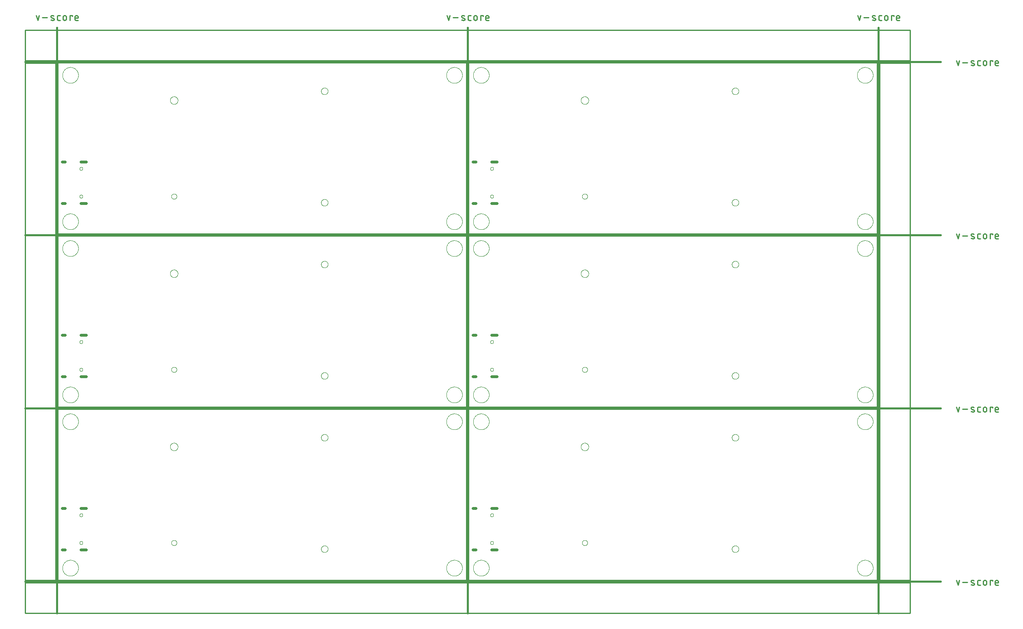
<source format=gko>
G04 EAGLE Gerber RS-274X export*
G75*
%MOMM*%
%FSLAX34Y34*%
%LPD*%
%IN*%
%IPPOS*%
%AMOC8*
5,1,8,0,0,1.08239X$1,22.5*%
G01*
%ADD10C,0.203200*%
%ADD11C,0.381000*%
%ADD12C,0.279400*%
%ADD13C,0.254000*%
%ADD14C,0.000000*%
%ADD15C,0.600000*%


D10*
X0Y0D02*
X0Y355600D01*
X850900Y355600D01*
X850900Y0D01*
X0Y0D01*
X855980Y0D02*
X855980Y355600D01*
X1706880Y355600D01*
X1706880Y0D01*
X855980Y0D01*
X0Y360680D02*
X0Y716280D01*
X850900Y716280D01*
X850900Y360680D01*
X0Y360680D01*
X855980Y360680D02*
X855980Y716280D01*
X1706880Y716280D01*
X1706880Y360680D01*
X855980Y360680D01*
X0Y721360D02*
X0Y1076960D01*
X850900Y1076960D01*
X850900Y721360D01*
X0Y721360D01*
X855980Y721360D02*
X855980Y1076960D01*
X1706880Y1076960D01*
X1706880Y721360D01*
X855980Y721360D01*
D11*
X-2540Y1150620D02*
X-2540Y-68580D01*
D12*
X-42921Y1165987D02*
X-46251Y1175978D01*
X-39590Y1175978D02*
X-42921Y1165987D01*
X-32806Y1171815D02*
X-22815Y1171815D01*
X-14261Y1171815D02*
X-10098Y1170150D01*
X-14261Y1171814D02*
X-14346Y1171850D01*
X-14429Y1171890D01*
X-14510Y1171933D01*
X-14590Y1171980D01*
X-14667Y1172030D01*
X-14743Y1172083D01*
X-14816Y1172139D01*
X-14886Y1172199D01*
X-14954Y1172261D01*
X-15019Y1172326D01*
X-15081Y1172394D01*
X-15141Y1172465D01*
X-15197Y1172538D01*
X-15250Y1172613D01*
X-15300Y1172691D01*
X-15346Y1172770D01*
X-15389Y1172852D01*
X-15429Y1172935D01*
X-15465Y1173020D01*
X-15497Y1173106D01*
X-15526Y1173194D01*
X-15550Y1173283D01*
X-15571Y1173373D01*
X-15588Y1173463D01*
X-15602Y1173554D01*
X-15611Y1173646D01*
X-15616Y1173738D01*
X-15618Y1173830D01*
X-15616Y1173922D01*
X-15609Y1174014D01*
X-15599Y1174106D01*
X-15585Y1174197D01*
X-15567Y1174288D01*
X-15545Y1174377D01*
X-15519Y1174466D01*
X-15489Y1174553D01*
X-15456Y1174639D01*
X-15419Y1174723D01*
X-15379Y1174806D01*
X-15335Y1174887D01*
X-15288Y1174966D01*
X-15237Y1175043D01*
X-15183Y1175118D01*
X-15126Y1175191D01*
X-15066Y1175261D01*
X-15003Y1175328D01*
X-14937Y1175392D01*
X-14869Y1175454D01*
X-14798Y1175513D01*
X-14724Y1175568D01*
X-14648Y1175621D01*
X-14570Y1175670D01*
X-14490Y1175716D01*
X-14409Y1175758D01*
X-14325Y1175797D01*
X-14240Y1175832D01*
X-14153Y1175863D01*
X-14065Y1175891D01*
X-13976Y1175915D01*
X-13886Y1175935D01*
X-13796Y1175952D01*
X-13704Y1175964D01*
X-13612Y1175973D01*
X-13520Y1175977D01*
X-13428Y1175978D01*
X-13201Y1175972D01*
X-12974Y1175961D01*
X-12747Y1175944D01*
X-12521Y1175921D01*
X-12295Y1175894D01*
X-12070Y1175860D01*
X-11846Y1175822D01*
X-11623Y1175778D01*
X-11401Y1175729D01*
X-11180Y1175674D01*
X-10961Y1175614D01*
X-10743Y1175549D01*
X-10527Y1175478D01*
X-10313Y1175403D01*
X-10100Y1175322D01*
X-9890Y1175236D01*
X-9681Y1175145D01*
X-10098Y1170150D02*
X-10013Y1170114D01*
X-9930Y1170074D01*
X-9849Y1170031D01*
X-9769Y1169984D01*
X-9692Y1169934D01*
X-9616Y1169881D01*
X-9543Y1169825D01*
X-9473Y1169765D01*
X-9405Y1169703D01*
X-9340Y1169638D01*
X-9278Y1169570D01*
X-9218Y1169499D01*
X-9162Y1169426D01*
X-9109Y1169351D01*
X-9059Y1169273D01*
X-9013Y1169194D01*
X-8970Y1169112D01*
X-8930Y1169029D01*
X-8894Y1168944D01*
X-8862Y1168858D01*
X-8833Y1168770D01*
X-8809Y1168681D01*
X-8788Y1168591D01*
X-8771Y1168501D01*
X-8757Y1168410D01*
X-8748Y1168318D01*
X-8743Y1168226D01*
X-8741Y1168134D01*
X-8743Y1168042D01*
X-8750Y1167950D01*
X-8760Y1167858D01*
X-8774Y1167767D01*
X-8792Y1167676D01*
X-8814Y1167587D01*
X-8840Y1167498D01*
X-8870Y1167411D01*
X-8903Y1167325D01*
X-8940Y1167241D01*
X-8980Y1167158D01*
X-9024Y1167077D01*
X-9071Y1166998D01*
X-9122Y1166921D01*
X-9176Y1166846D01*
X-9233Y1166773D01*
X-9293Y1166703D01*
X-9356Y1166636D01*
X-9422Y1166572D01*
X-9490Y1166510D01*
X-9561Y1166451D01*
X-9635Y1166396D01*
X-9711Y1166343D01*
X-9789Y1166294D01*
X-9869Y1166248D01*
X-9950Y1166206D01*
X-10034Y1166167D01*
X-10119Y1166132D01*
X-10206Y1166101D01*
X-10294Y1166073D01*
X-10383Y1166049D01*
X-10473Y1166029D01*
X-10563Y1166012D01*
X-10655Y1166000D01*
X-10747Y1165991D01*
X-10839Y1165987D01*
X-10931Y1165986D01*
X-10931Y1165987D02*
X-11265Y1165996D01*
X-11598Y1166013D01*
X-11931Y1166037D01*
X-12264Y1166070D01*
X-12595Y1166110D01*
X-12926Y1166158D01*
X-13255Y1166214D01*
X-13583Y1166277D01*
X-13909Y1166349D01*
X-14233Y1166428D01*
X-14556Y1166514D01*
X-14876Y1166609D01*
X-15194Y1166711D01*
X-15510Y1166820D01*
X562Y1165987D02*
X3892Y1165987D01*
X562Y1165987D02*
X464Y1165989D01*
X366Y1165995D01*
X268Y1166004D01*
X171Y1166018D01*
X75Y1166035D01*
X-21Y1166056D01*
X-116Y1166081D01*
X-210Y1166109D01*
X-303Y1166141D01*
X-394Y1166177D01*
X-484Y1166216D01*
X-572Y1166259D01*
X-659Y1166306D01*
X-743Y1166355D01*
X-826Y1166408D01*
X-906Y1166464D01*
X-985Y1166523D01*
X-1060Y1166586D01*
X-1134Y1166651D01*
X-1204Y1166719D01*
X-1272Y1166789D01*
X-1338Y1166863D01*
X-1400Y1166939D01*
X-1459Y1167017D01*
X-1515Y1167097D01*
X-1568Y1167180D01*
X-1618Y1167264D01*
X-1664Y1167351D01*
X-1707Y1167439D01*
X-1746Y1167529D01*
X-1782Y1167620D01*
X-1814Y1167713D01*
X-1842Y1167807D01*
X-1867Y1167902D01*
X-1888Y1167998D01*
X-1905Y1168094D01*
X-1919Y1168191D01*
X-1928Y1168289D01*
X-1934Y1168387D01*
X-1936Y1168485D01*
X-1936Y1173480D01*
X-1934Y1173578D01*
X-1928Y1173676D01*
X-1919Y1173774D01*
X-1905Y1173871D01*
X-1888Y1173967D01*
X-1867Y1174063D01*
X-1842Y1174158D01*
X-1814Y1174252D01*
X-1782Y1174345D01*
X-1746Y1174436D01*
X-1707Y1174526D01*
X-1664Y1174614D01*
X-1617Y1174701D01*
X-1568Y1174785D01*
X-1515Y1174868D01*
X-1459Y1174948D01*
X-1400Y1175026D01*
X-1337Y1175102D01*
X-1272Y1175176D01*
X-1204Y1175246D01*
X-1134Y1175314D01*
X-1060Y1175379D01*
X-984Y1175442D01*
X-906Y1175501D01*
X-826Y1175557D01*
X-743Y1175610D01*
X-659Y1175659D01*
X-572Y1175706D01*
X-484Y1175749D01*
X-394Y1175788D01*
X-303Y1175824D01*
X-210Y1175856D01*
X-116Y1175884D01*
X-21Y1175909D01*
X75Y1175930D01*
X171Y1175947D01*
X268Y1175961D01*
X366Y1175970D01*
X464Y1175976D01*
X562Y1175978D01*
X3892Y1175978D01*
X10022Y1172647D02*
X10022Y1169317D01*
X10022Y1172647D02*
X10024Y1172761D01*
X10030Y1172874D01*
X10039Y1172988D01*
X10053Y1173100D01*
X10070Y1173213D01*
X10092Y1173325D01*
X10117Y1173435D01*
X10145Y1173545D01*
X10178Y1173654D01*
X10214Y1173762D01*
X10254Y1173869D01*
X10298Y1173974D01*
X10345Y1174077D01*
X10395Y1174179D01*
X10449Y1174279D01*
X10507Y1174377D01*
X10568Y1174473D01*
X10631Y1174567D01*
X10699Y1174659D01*
X10769Y1174749D01*
X10842Y1174835D01*
X10918Y1174920D01*
X10997Y1175002D01*
X11079Y1175081D01*
X11164Y1175157D01*
X11250Y1175230D01*
X11340Y1175300D01*
X11432Y1175368D01*
X11526Y1175431D01*
X11622Y1175492D01*
X11720Y1175550D01*
X11820Y1175604D01*
X11922Y1175654D01*
X12025Y1175701D01*
X12130Y1175745D01*
X12237Y1175785D01*
X12345Y1175821D01*
X12454Y1175854D01*
X12564Y1175882D01*
X12674Y1175907D01*
X12786Y1175929D01*
X12899Y1175946D01*
X13011Y1175960D01*
X13125Y1175969D01*
X13238Y1175975D01*
X13352Y1175977D01*
X13466Y1175975D01*
X13579Y1175969D01*
X13693Y1175960D01*
X13805Y1175946D01*
X13918Y1175929D01*
X14030Y1175907D01*
X14140Y1175882D01*
X14250Y1175854D01*
X14359Y1175821D01*
X14467Y1175785D01*
X14574Y1175745D01*
X14679Y1175701D01*
X14782Y1175654D01*
X14884Y1175604D01*
X14984Y1175550D01*
X15082Y1175492D01*
X15178Y1175431D01*
X15272Y1175368D01*
X15364Y1175300D01*
X15454Y1175230D01*
X15540Y1175157D01*
X15625Y1175081D01*
X15707Y1175002D01*
X15786Y1174920D01*
X15862Y1174835D01*
X15935Y1174749D01*
X16005Y1174659D01*
X16073Y1174567D01*
X16136Y1174473D01*
X16197Y1174377D01*
X16255Y1174279D01*
X16309Y1174179D01*
X16359Y1174077D01*
X16406Y1173974D01*
X16450Y1173869D01*
X16490Y1173762D01*
X16526Y1173654D01*
X16559Y1173545D01*
X16587Y1173435D01*
X16612Y1173325D01*
X16634Y1173213D01*
X16651Y1173100D01*
X16665Y1172988D01*
X16674Y1172874D01*
X16680Y1172761D01*
X16682Y1172647D01*
X16682Y1169317D01*
X16680Y1169203D01*
X16674Y1169090D01*
X16665Y1168976D01*
X16651Y1168864D01*
X16634Y1168751D01*
X16612Y1168639D01*
X16587Y1168529D01*
X16559Y1168419D01*
X16526Y1168310D01*
X16490Y1168202D01*
X16450Y1168095D01*
X16406Y1167990D01*
X16359Y1167887D01*
X16309Y1167785D01*
X16255Y1167685D01*
X16197Y1167587D01*
X16136Y1167491D01*
X16073Y1167397D01*
X16005Y1167305D01*
X15935Y1167215D01*
X15862Y1167129D01*
X15786Y1167044D01*
X15707Y1166962D01*
X15625Y1166883D01*
X15540Y1166807D01*
X15454Y1166734D01*
X15364Y1166664D01*
X15272Y1166596D01*
X15178Y1166533D01*
X15082Y1166472D01*
X14984Y1166414D01*
X14884Y1166360D01*
X14782Y1166310D01*
X14679Y1166263D01*
X14574Y1166219D01*
X14467Y1166179D01*
X14359Y1166143D01*
X14250Y1166110D01*
X14140Y1166082D01*
X14030Y1166057D01*
X13918Y1166035D01*
X13805Y1166018D01*
X13693Y1166004D01*
X13579Y1165995D01*
X13466Y1165989D01*
X13352Y1165987D01*
X13238Y1165989D01*
X13125Y1165995D01*
X13011Y1166004D01*
X12899Y1166018D01*
X12786Y1166035D01*
X12674Y1166057D01*
X12564Y1166082D01*
X12454Y1166110D01*
X12345Y1166143D01*
X12237Y1166179D01*
X12130Y1166219D01*
X12025Y1166263D01*
X11922Y1166310D01*
X11820Y1166360D01*
X11720Y1166414D01*
X11622Y1166472D01*
X11526Y1166533D01*
X11432Y1166596D01*
X11340Y1166664D01*
X11250Y1166734D01*
X11164Y1166807D01*
X11079Y1166883D01*
X10997Y1166962D01*
X10918Y1167044D01*
X10842Y1167129D01*
X10769Y1167215D01*
X10699Y1167305D01*
X10631Y1167397D01*
X10568Y1167491D01*
X10507Y1167587D01*
X10449Y1167685D01*
X10395Y1167785D01*
X10345Y1167887D01*
X10298Y1167990D01*
X10254Y1168095D01*
X10214Y1168202D01*
X10178Y1168310D01*
X10145Y1168419D01*
X10117Y1168529D01*
X10092Y1168639D01*
X10070Y1168751D01*
X10053Y1168864D01*
X10039Y1168976D01*
X10030Y1169090D01*
X10024Y1169203D01*
X10022Y1169317D01*
X24218Y1165987D02*
X24218Y1175978D01*
X29213Y1175978D01*
X29213Y1174313D01*
X37008Y1165987D02*
X41171Y1165987D01*
X37008Y1165987D02*
X36910Y1165989D01*
X36812Y1165995D01*
X36714Y1166004D01*
X36617Y1166018D01*
X36521Y1166035D01*
X36425Y1166056D01*
X36330Y1166081D01*
X36236Y1166109D01*
X36143Y1166141D01*
X36052Y1166177D01*
X35962Y1166216D01*
X35874Y1166259D01*
X35787Y1166306D01*
X35703Y1166355D01*
X35620Y1166408D01*
X35540Y1166464D01*
X35462Y1166523D01*
X35386Y1166586D01*
X35312Y1166651D01*
X35242Y1166719D01*
X35174Y1166789D01*
X35109Y1166863D01*
X35046Y1166939D01*
X34987Y1167017D01*
X34931Y1167097D01*
X34878Y1167180D01*
X34829Y1167264D01*
X34782Y1167351D01*
X34739Y1167439D01*
X34700Y1167529D01*
X34664Y1167620D01*
X34632Y1167713D01*
X34604Y1167807D01*
X34579Y1167902D01*
X34558Y1167998D01*
X34541Y1168094D01*
X34527Y1168191D01*
X34518Y1168289D01*
X34512Y1168387D01*
X34510Y1168485D01*
X34510Y1172647D01*
X34511Y1172647D02*
X34513Y1172761D01*
X34519Y1172874D01*
X34528Y1172988D01*
X34542Y1173100D01*
X34559Y1173213D01*
X34581Y1173325D01*
X34606Y1173435D01*
X34634Y1173545D01*
X34667Y1173654D01*
X34703Y1173762D01*
X34743Y1173869D01*
X34787Y1173974D01*
X34834Y1174077D01*
X34884Y1174179D01*
X34938Y1174279D01*
X34996Y1174377D01*
X35057Y1174473D01*
X35120Y1174567D01*
X35188Y1174659D01*
X35258Y1174749D01*
X35331Y1174835D01*
X35407Y1174920D01*
X35486Y1175002D01*
X35568Y1175081D01*
X35653Y1175157D01*
X35739Y1175230D01*
X35829Y1175300D01*
X35921Y1175368D01*
X36015Y1175431D01*
X36111Y1175492D01*
X36209Y1175550D01*
X36309Y1175604D01*
X36411Y1175654D01*
X36514Y1175701D01*
X36619Y1175745D01*
X36726Y1175785D01*
X36834Y1175821D01*
X36943Y1175854D01*
X37053Y1175882D01*
X37163Y1175907D01*
X37275Y1175929D01*
X37388Y1175946D01*
X37500Y1175960D01*
X37614Y1175969D01*
X37727Y1175975D01*
X37841Y1175977D01*
X37955Y1175975D01*
X38068Y1175969D01*
X38182Y1175960D01*
X38294Y1175946D01*
X38407Y1175929D01*
X38519Y1175907D01*
X38629Y1175882D01*
X38739Y1175854D01*
X38848Y1175821D01*
X38956Y1175785D01*
X39063Y1175745D01*
X39168Y1175701D01*
X39271Y1175654D01*
X39373Y1175604D01*
X39473Y1175550D01*
X39571Y1175492D01*
X39667Y1175431D01*
X39761Y1175368D01*
X39853Y1175300D01*
X39943Y1175230D01*
X40029Y1175157D01*
X40114Y1175081D01*
X40196Y1175002D01*
X40275Y1174920D01*
X40351Y1174835D01*
X40424Y1174749D01*
X40494Y1174659D01*
X40562Y1174567D01*
X40625Y1174473D01*
X40686Y1174377D01*
X40744Y1174279D01*
X40798Y1174179D01*
X40848Y1174077D01*
X40895Y1173974D01*
X40939Y1173869D01*
X40979Y1173762D01*
X41015Y1173654D01*
X41048Y1173545D01*
X41076Y1173435D01*
X41101Y1173325D01*
X41123Y1173213D01*
X41140Y1173100D01*
X41154Y1172988D01*
X41163Y1172874D01*
X41169Y1172761D01*
X41171Y1172647D01*
X41171Y1170982D01*
X34510Y1170982D01*
D11*
X853440Y1150620D02*
X853440Y-68580D01*
D12*
X813059Y1165987D02*
X809729Y1175978D01*
X816390Y1175978D02*
X813059Y1165987D01*
X823174Y1171815D02*
X833165Y1171815D01*
X841719Y1171815D02*
X845882Y1170150D01*
X841719Y1171814D02*
X841634Y1171850D01*
X841551Y1171890D01*
X841470Y1171933D01*
X841390Y1171980D01*
X841313Y1172030D01*
X841237Y1172083D01*
X841164Y1172139D01*
X841094Y1172199D01*
X841026Y1172261D01*
X840961Y1172326D01*
X840899Y1172394D01*
X840839Y1172465D01*
X840783Y1172538D01*
X840730Y1172613D01*
X840680Y1172691D01*
X840634Y1172770D01*
X840591Y1172852D01*
X840551Y1172935D01*
X840515Y1173020D01*
X840483Y1173106D01*
X840454Y1173194D01*
X840430Y1173283D01*
X840409Y1173373D01*
X840392Y1173463D01*
X840378Y1173554D01*
X840369Y1173646D01*
X840364Y1173738D01*
X840362Y1173830D01*
X840364Y1173922D01*
X840371Y1174014D01*
X840381Y1174106D01*
X840395Y1174197D01*
X840413Y1174288D01*
X840435Y1174377D01*
X840461Y1174466D01*
X840491Y1174553D01*
X840524Y1174639D01*
X840561Y1174723D01*
X840601Y1174806D01*
X840645Y1174887D01*
X840692Y1174966D01*
X840743Y1175043D01*
X840797Y1175118D01*
X840854Y1175191D01*
X840914Y1175261D01*
X840977Y1175328D01*
X841043Y1175392D01*
X841111Y1175454D01*
X841182Y1175513D01*
X841256Y1175568D01*
X841332Y1175621D01*
X841410Y1175670D01*
X841490Y1175716D01*
X841571Y1175758D01*
X841655Y1175797D01*
X841740Y1175832D01*
X841827Y1175863D01*
X841915Y1175891D01*
X842004Y1175915D01*
X842094Y1175935D01*
X842184Y1175952D01*
X842276Y1175964D01*
X842368Y1175973D01*
X842460Y1175977D01*
X842552Y1175978D01*
X842779Y1175972D01*
X843006Y1175961D01*
X843233Y1175944D01*
X843459Y1175921D01*
X843685Y1175894D01*
X843910Y1175860D01*
X844134Y1175822D01*
X844357Y1175778D01*
X844579Y1175729D01*
X844800Y1175674D01*
X845019Y1175614D01*
X845237Y1175549D01*
X845453Y1175478D01*
X845667Y1175403D01*
X845880Y1175322D01*
X846090Y1175236D01*
X846299Y1175145D01*
X845882Y1170150D02*
X845967Y1170114D01*
X846050Y1170074D01*
X846131Y1170031D01*
X846211Y1169984D01*
X846288Y1169934D01*
X846364Y1169881D01*
X846437Y1169825D01*
X846507Y1169765D01*
X846575Y1169703D01*
X846640Y1169638D01*
X846702Y1169570D01*
X846762Y1169499D01*
X846818Y1169426D01*
X846871Y1169351D01*
X846921Y1169273D01*
X846967Y1169194D01*
X847010Y1169112D01*
X847050Y1169029D01*
X847086Y1168944D01*
X847118Y1168858D01*
X847147Y1168770D01*
X847171Y1168681D01*
X847192Y1168591D01*
X847209Y1168501D01*
X847223Y1168410D01*
X847232Y1168318D01*
X847237Y1168226D01*
X847239Y1168134D01*
X847237Y1168042D01*
X847230Y1167950D01*
X847220Y1167858D01*
X847206Y1167767D01*
X847188Y1167676D01*
X847166Y1167587D01*
X847140Y1167498D01*
X847110Y1167411D01*
X847077Y1167325D01*
X847040Y1167241D01*
X847000Y1167158D01*
X846956Y1167077D01*
X846909Y1166998D01*
X846858Y1166921D01*
X846804Y1166846D01*
X846747Y1166773D01*
X846687Y1166703D01*
X846624Y1166636D01*
X846558Y1166572D01*
X846490Y1166510D01*
X846419Y1166451D01*
X846345Y1166396D01*
X846269Y1166343D01*
X846191Y1166294D01*
X846111Y1166248D01*
X846030Y1166206D01*
X845946Y1166167D01*
X845861Y1166132D01*
X845774Y1166101D01*
X845686Y1166073D01*
X845597Y1166049D01*
X845507Y1166029D01*
X845417Y1166012D01*
X845325Y1166000D01*
X845233Y1165991D01*
X845141Y1165987D01*
X845049Y1165986D01*
X845049Y1165987D02*
X844715Y1165996D01*
X844382Y1166013D01*
X844049Y1166037D01*
X843716Y1166070D01*
X843385Y1166110D01*
X843054Y1166158D01*
X842725Y1166214D01*
X842397Y1166277D01*
X842071Y1166349D01*
X841747Y1166428D01*
X841424Y1166514D01*
X841104Y1166609D01*
X840786Y1166711D01*
X840470Y1166820D01*
X856542Y1165987D02*
X859872Y1165987D01*
X856542Y1165987D02*
X856444Y1165989D01*
X856346Y1165995D01*
X856248Y1166004D01*
X856151Y1166018D01*
X856055Y1166035D01*
X855959Y1166056D01*
X855864Y1166081D01*
X855770Y1166109D01*
X855677Y1166141D01*
X855586Y1166177D01*
X855496Y1166216D01*
X855408Y1166259D01*
X855321Y1166306D01*
X855237Y1166355D01*
X855154Y1166408D01*
X855074Y1166464D01*
X854996Y1166523D01*
X854920Y1166586D01*
X854846Y1166651D01*
X854776Y1166719D01*
X854708Y1166789D01*
X854643Y1166863D01*
X854580Y1166939D01*
X854521Y1167017D01*
X854465Y1167097D01*
X854412Y1167180D01*
X854363Y1167264D01*
X854316Y1167351D01*
X854273Y1167439D01*
X854234Y1167529D01*
X854198Y1167620D01*
X854166Y1167713D01*
X854138Y1167807D01*
X854113Y1167902D01*
X854092Y1167998D01*
X854075Y1168094D01*
X854061Y1168191D01*
X854052Y1168289D01*
X854046Y1168387D01*
X854044Y1168485D01*
X854044Y1173480D01*
X854046Y1173578D01*
X854052Y1173676D01*
X854061Y1173774D01*
X854075Y1173871D01*
X854092Y1173967D01*
X854113Y1174063D01*
X854138Y1174158D01*
X854166Y1174252D01*
X854198Y1174345D01*
X854234Y1174436D01*
X854273Y1174526D01*
X854316Y1174614D01*
X854363Y1174701D01*
X854412Y1174785D01*
X854465Y1174868D01*
X854521Y1174948D01*
X854580Y1175027D01*
X854643Y1175102D01*
X854708Y1175176D01*
X854776Y1175246D01*
X854846Y1175314D01*
X854920Y1175380D01*
X854996Y1175442D01*
X855074Y1175501D01*
X855154Y1175557D01*
X855237Y1175610D01*
X855321Y1175660D01*
X855408Y1175706D01*
X855496Y1175749D01*
X855586Y1175788D01*
X855677Y1175824D01*
X855770Y1175856D01*
X855864Y1175884D01*
X855959Y1175909D01*
X856055Y1175930D01*
X856151Y1175947D01*
X856248Y1175961D01*
X856346Y1175970D01*
X856444Y1175976D01*
X856542Y1175978D01*
X859872Y1175978D01*
X866002Y1172647D02*
X866002Y1169317D01*
X866002Y1172647D02*
X866004Y1172761D01*
X866010Y1172874D01*
X866019Y1172988D01*
X866033Y1173100D01*
X866050Y1173213D01*
X866072Y1173325D01*
X866097Y1173435D01*
X866125Y1173545D01*
X866158Y1173654D01*
X866194Y1173762D01*
X866234Y1173869D01*
X866278Y1173974D01*
X866325Y1174077D01*
X866375Y1174179D01*
X866429Y1174279D01*
X866487Y1174377D01*
X866548Y1174473D01*
X866611Y1174567D01*
X866679Y1174659D01*
X866749Y1174749D01*
X866822Y1174835D01*
X866898Y1174920D01*
X866977Y1175002D01*
X867059Y1175081D01*
X867144Y1175157D01*
X867230Y1175230D01*
X867320Y1175300D01*
X867412Y1175368D01*
X867506Y1175431D01*
X867602Y1175492D01*
X867700Y1175550D01*
X867800Y1175604D01*
X867902Y1175654D01*
X868005Y1175701D01*
X868110Y1175745D01*
X868217Y1175785D01*
X868325Y1175821D01*
X868434Y1175854D01*
X868544Y1175882D01*
X868654Y1175907D01*
X868766Y1175929D01*
X868879Y1175946D01*
X868991Y1175960D01*
X869105Y1175969D01*
X869218Y1175975D01*
X869332Y1175977D01*
X869446Y1175975D01*
X869559Y1175969D01*
X869673Y1175960D01*
X869785Y1175946D01*
X869898Y1175929D01*
X870010Y1175907D01*
X870120Y1175882D01*
X870230Y1175854D01*
X870339Y1175821D01*
X870447Y1175785D01*
X870554Y1175745D01*
X870659Y1175701D01*
X870762Y1175654D01*
X870864Y1175604D01*
X870964Y1175550D01*
X871062Y1175492D01*
X871158Y1175431D01*
X871252Y1175368D01*
X871344Y1175300D01*
X871434Y1175230D01*
X871520Y1175157D01*
X871605Y1175081D01*
X871687Y1175002D01*
X871766Y1174920D01*
X871842Y1174835D01*
X871915Y1174749D01*
X871985Y1174659D01*
X872053Y1174567D01*
X872116Y1174473D01*
X872177Y1174377D01*
X872235Y1174279D01*
X872289Y1174179D01*
X872339Y1174077D01*
X872386Y1173974D01*
X872430Y1173869D01*
X872470Y1173762D01*
X872506Y1173654D01*
X872539Y1173545D01*
X872567Y1173435D01*
X872592Y1173325D01*
X872614Y1173213D01*
X872631Y1173100D01*
X872645Y1172988D01*
X872654Y1172874D01*
X872660Y1172761D01*
X872662Y1172647D01*
X872662Y1169317D01*
X872660Y1169203D01*
X872654Y1169090D01*
X872645Y1168976D01*
X872631Y1168864D01*
X872614Y1168751D01*
X872592Y1168639D01*
X872567Y1168529D01*
X872539Y1168419D01*
X872506Y1168310D01*
X872470Y1168202D01*
X872430Y1168095D01*
X872386Y1167990D01*
X872339Y1167887D01*
X872289Y1167785D01*
X872235Y1167685D01*
X872177Y1167587D01*
X872116Y1167491D01*
X872053Y1167397D01*
X871985Y1167305D01*
X871915Y1167215D01*
X871842Y1167129D01*
X871766Y1167044D01*
X871687Y1166962D01*
X871605Y1166883D01*
X871520Y1166807D01*
X871434Y1166734D01*
X871344Y1166664D01*
X871252Y1166596D01*
X871158Y1166533D01*
X871062Y1166472D01*
X870964Y1166414D01*
X870864Y1166360D01*
X870762Y1166310D01*
X870659Y1166263D01*
X870554Y1166219D01*
X870447Y1166179D01*
X870339Y1166143D01*
X870230Y1166110D01*
X870120Y1166082D01*
X870010Y1166057D01*
X869898Y1166035D01*
X869785Y1166018D01*
X869673Y1166004D01*
X869559Y1165995D01*
X869446Y1165989D01*
X869332Y1165987D01*
X869218Y1165989D01*
X869105Y1165995D01*
X868991Y1166004D01*
X868879Y1166018D01*
X868766Y1166035D01*
X868654Y1166057D01*
X868544Y1166082D01*
X868434Y1166110D01*
X868325Y1166143D01*
X868217Y1166179D01*
X868110Y1166219D01*
X868005Y1166263D01*
X867902Y1166310D01*
X867800Y1166360D01*
X867700Y1166414D01*
X867602Y1166472D01*
X867506Y1166533D01*
X867412Y1166596D01*
X867320Y1166664D01*
X867230Y1166734D01*
X867144Y1166807D01*
X867059Y1166883D01*
X866977Y1166962D01*
X866898Y1167044D01*
X866822Y1167129D01*
X866749Y1167215D01*
X866679Y1167305D01*
X866611Y1167397D01*
X866548Y1167491D01*
X866487Y1167587D01*
X866429Y1167685D01*
X866375Y1167785D01*
X866325Y1167887D01*
X866278Y1167990D01*
X866234Y1168095D01*
X866194Y1168202D01*
X866158Y1168310D01*
X866125Y1168419D01*
X866097Y1168529D01*
X866072Y1168639D01*
X866050Y1168751D01*
X866033Y1168864D01*
X866019Y1168976D01*
X866010Y1169090D01*
X866004Y1169203D01*
X866002Y1169317D01*
X880198Y1165987D02*
X880198Y1175978D01*
X885193Y1175978D01*
X885193Y1174313D01*
X892988Y1165987D02*
X897151Y1165987D01*
X892988Y1165987D02*
X892890Y1165989D01*
X892792Y1165995D01*
X892694Y1166004D01*
X892597Y1166018D01*
X892501Y1166035D01*
X892405Y1166056D01*
X892310Y1166081D01*
X892216Y1166109D01*
X892123Y1166141D01*
X892032Y1166177D01*
X891942Y1166216D01*
X891854Y1166259D01*
X891767Y1166306D01*
X891683Y1166355D01*
X891600Y1166408D01*
X891520Y1166464D01*
X891442Y1166523D01*
X891366Y1166586D01*
X891292Y1166651D01*
X891222Y1166719D01*
X891154Y1166789D01*
X891089Y1166863D01*
X891026Y1166939D01*
X890967Y1167017D01*
X890911Y1167097D01*
X890858Y1167180D01*
X890809Y1167264D01*
X890762Y1167351D01*
X890719Y1167439D01*
X890680Y1167529D01*
X890644Y1167620D01*
X890612Y1167713D01*
X890584Y1167807D01*
X890559Y1167902D01*
X890538Y1167998D01*
X890521Y1168094D01*
X890507Y1168191D01*
X890498Y1168289D01*
X890492Y1168387D01*
X890490Y1168485D01*
X890490Y1172647D01*
X890491Y1172647D02*
X890493Y1172761D01*
X890499Y1172874D01*
X890508Y1172988D01*
X890522Y1173100D01*
X890539Y1173213D01*
X890561Y1173325D01*
X890586Y1173435D01*
X890614Y1173545D01*
X890647Y1173654D01*
X890683Y1173762D01*
X890723Y1173869D01*
X890767Y1173974D01*
X890814Y1174077D01*
X890864Y1174179D01*
X890918Y1174279D01*
X890976Y1174377D01*
X891037Y1174473D01*
X891100Y1174567D01*
X891168Y1174659D01*
X891238Y1174749D01*
X891311Y1174835D01*
X891387Y1174920D01*
X891466Y1175002D01*
X891548Y1175081D01*
X891633Y1175157D01*
X891719Y1175230D01*
X891809Y1175300D01*
X891901Y1175368D01*
X891995Y1175431D01*
X892091Y1175492D01*
X892189Y1175550D01*
X892289Y1175604D01*
X892391Y1175654D01*
X892494Y1175701D01*
X892599Y1175745D01*
X892706Y1175785D01*
X892814Y1175821D01*
X892923Y1175854D01*
X893033Y1175882D01*
X893143Y1175907D01*
X893255Y1175929D01*
X893368Y1175946D01*
X893480Y1175960D01*
X893594Y1175969D01*
X893707Y1175975D01*
X893821Y1175977D01*
X893935Y1175975D01*
X894048Y1175969D01*
X894162Y1175960D01*
X894274Y1175946D01*
X894387Y1175929D01*
X894499Y1175907D01*
X894609Y1175882D01*
X894719Y1175854D01*
X894828Y1175821D01*
X894936Y1175785D01*
X895043Y1175745D01*
X895148Y1175701D01*
X895251Y1175654D01*
X895353Y1175604D01*
X895453Y1175550D01*
X895551Y1175492D01*
X895647Y1175431D01*
X895741Y1175368D01*
X895833Y1175300D01*
X895923Y1175230D01*
X896009Y1175157D01*
X896094Y1175081D01*
X896176Y1175002D01*
X896255Y1174920D01*
X896331Y1174835D01*
X896404Y1174749D01*
X896474Y1174659D01*
X896542Y1174567D01*
X896605Y1174473D01*
X896666Y1174377D01*
X896724Y1174279D01*
X896778Y1174179D01*
X896828Y1174077D01*
X896875Y1173974D01*
X896919Y1173869D01*
X896959Y1173762D01*
X896995Y1173654D01*
X897028Y1173545D01*
X897056Y1173435D01*
X897081Y1173325D01*
X897103Y1173213D01*
X897120Y1173100D01*
X897134Y1172988D01*
X897143Y1172874D01*
X897149Y1172761D01*
X897151Y1172647D01*
X897151Y1170982D01*
X890490Y1170982D01*
D11*
X1709420Y1150620D02*
X1709420Y-68580D01*
D12*
X1669039Y1165987D02*
X1665709Y1175978D01*
X1672370Y1175978D02*
X1669039Y1165987D01*
X1679154Y1171815D02*
X1689145Y1171815D01*
X1697699Y1171815D02*
X1701862Y1170150D01*
X1697699Y1171814D02*
X1697614Y1171850D01*
X1697531Y1171890D01*
X1697450Y1171933D01*
X1697370Y1171980D01*
X1697293Y1172030D01*
X1697217Y1172083D01*
X1697144Y1172139D01*
X1697074Y1172199D01*
X1697006Y1172261D01*
X1696941Y1172326D01*
X1696879Y1172394D01*
X1696819Y1172465D01*
X1696763Y1172538D01*
X1696710Y1172613D01*
X1696660Y1172691D01*
X1696614Y1172770D01*
X1696571Y1172852D01*
X1696531Y1172935D01*
X1696495Y1173020D01*
X1696463Y1173106D01*
X1696434Y1173194D01*
X1696410Y1173283D01*
X1696389Y1173373D01*
X1696372Y1173463D01*
X1696358Y1173554D01*
X1696349Y1173646D01*
X1696344Y1173738D01*
X1696342Y1173830D01*
X1696344Y1173922D01*
X1696351Y1174014D01*
X1696361Y1174106D01*
X1696375Y1174197D01*
X1696393Y1174288D01*
X1696415Y1174377D01*
X1696441Y1174466D01*
X1696471Y1174553D01*
X1696504Y1174639D01*
X1696541Y1174723D01*
X1696581Y1174806D01*
X1696625Y1174887D01*
X1696672Y1174966D01*
X1696723Y1175043D01*
X1696777Y1175118D01*
X1696834Y1175191D01*
X1696894Y1175261D01*
X1696957Y1175328D01*
X1697023Y1175392D01*
X1697091Y1175454D01*
X1697162Y1175513D01*
X1697236Y1175568D01*
X1697312Y1175621D01*
X1697390Y1175670D01*
X1697470Y1175716D01*
X1697551Y1175758D01*
X1697635Y1175797D01*
X1697720Y1175832D01*
X1697807Y1175863D01*
X1697895Y1175891D01*
X1697984Y1175915D01*
X1698074Y1175935D01*
X1698164Y1175952D01*
X1698256Y1175964D01*
X1698348Y1175973D01*
X1698440Y1175977D01*
X1698532Y1175978D01*
X1698759Y1175972D01*
X1698986Y1175961D01*
X1699213Y1175944D01*
X1699439Y1175921D01*
X1699665Y1175894D01*
X1699890Y1175860D01*
X1700114Y1175822D01*
X1700337Y1175778D01*
X1700559Y1175729D01*
X1700780Y1175674D01*
X1700999Y1175614D01*
X1701217Y1175549D01*
X1701433Y1175478D01*
X1701647Y1175403D01*
X1701860Y1175322D01*
X1702070Y1175236D01*
X1702279Y1175145D01*
X1701862Y1170150D02*
X1701947Y1170114D01*
X1702030Y1170074D01*
X1702111Y1170031D01*
X1702191Y1169984D01*
X1702268Y1169934D01*
X1702344Y1169881D01*
X1702417Y1169825D01*
X1702487Y1169765D01*
X1702555Y1169703D01*
X1702620Y1169638D01*
X1702682Y1169570D01*
X1702742Y1169499D01*
X1702798Y1169426D01*
X1702851Y1169351D01*
X1702901Y1169273D01*
X1702947Y1169194D01*
X1702990Y1169112D01*
X1703030Y1169029D01*
X1703066Y1168944D01*
X1703098Y1168858D01*
X1703127Y1168770D01*
X1703151Y1168681D01*
X1703172Y1168591D01*
X1703189Y1168501D01*
X1703203Y1168410D01*
X1703212Y1168318D01*
X1703217Y1168226D01*
X1703219Y1168134D01*
X1703217Y1168042D01*
X1703210Y1167950D01*
X1703200Y1167858D01*
X1703186Y1167767D01*
X1703168Y1167676D01*
X1703146Y1167587D01*
X1703120Y1167498D01*
X1703090Y1167411D01*
X1703057Y1167325D01*
X1703020Y1167241D01*
X1702980Y1167158D01*
X1702936Y1167077D01*
X1702889Y1166998D01*
X1702838Y1166921D01*
X1702784Y1166846D01*
X1702727Y1166773D01*
X1702667Y1166703D01*
X1702604Y1166636D01*
X1702538Y1166572D01*
X1702470Y1166510D01*
X1702399Y1166451D01*
X1702325Y1166396D01*
X1702249Y1166343D01*
X1702171Y1166294D01*
X1702091Y1166248D01*
X1702010Y1166206D01*
X1701926Y1166167D01*
X1701841Y1166132D01*
X1701754Y1166101D01*
X1701666Y1166073D01*
X1701577Y1166049D01*
X1701487Y1166029D01*
X1701397Y1166012D01*
X1701305Y1166000D01*
X1701213Y1165991D01*
X1701121Y1165987D01*
X1701029Y1165986D01*
X1701029Y1165987D02*
X1700695Y1165996D01*
X1700362Y1166013D01*
X1700029Y1166037D01*
X1699696Y1166070D01*
X1699365Y1166110D01*
X1699034Y1166158D01*
X1698705Y1166214D01*
X1698377Y1166277D01*
X1698051Y1166349D01*
X1697727Y1166428D01*
X1697404Y1166514D01*
X1697084Y1166609D01*
X1696766Y1166711D01*
X1696450Y1166820D01*
X1712522Y1165987D02*
X1715852Y1165987D01*
X1712522Y1165987D02*
X1712424Y1165989D01*
X1712326Y1165995D01*
X1712228Y1166004D01*
X1712131Y1166018D01*
X1712035Y1166035D01*
X1711939Y1166056D01*
X1711844Y1166081D01*
X1711750Y1166109D01*
X1711657Y1166141D01*
X1711566Y1166177D01*
X1711476Y1166216D01*
X1711388Y1166259D01*
X1711301Y1166306D01*
X1711217Y1166355D01*
X1711134Y1166408D01*
X1711054Y1166464D01*
X1710976Y1166523D01*
X1710900Y1166586D01*
X1710826Y1166651D01*
X1710756Y1166719D01*
X1710688Y1166789D01*
X1710623Y1166863D01*
X1710560Y1166939D01*
X1710501Y1167017D01*
X1710445Y1167097D01*
X1710392Y1167180D01*
X1710343Y1167264D01*
X1710296Y1167351D01*
X1710253Y1167439D01*
X1710214Y1167529D01*
X1710178Y1167620D01*
X1710146Y1167713D01*
X1710118Y1167807D01*
X1710093Y1167902D01*
X1710072Y1167998D01*
X1710055Y1168094D01*
X1710041Y1168191D01*
X1710032Y1168289D01*
X1710026Y1168387D01*
X1710024Y1168485D01*
X1710024Y1173480D01*
X1710026Y1173578D01*
X1710032Y1173676D01*
X1710041Y1173774D01*
X1710055Y1173871D01*
X1710072Y1173967D01*
X1710093Y1174063D01*
X1710118Y1174158D01*
X1710146Y1174252D01*
X1710178Y1174345D01*
X1710214Y1174436D01*
X1710253Y1174526D01*
X1710296Y1174614D01*
X1710343Y1174701D01*
X1710392Y1174785D01*
X1710445Y1174868D01*
X1710501Y1174948D01*
X1710560Y1175027D01*
X1710623Y1175102D01*
X1710688Y1175176D01*
X1710756Y1175246D01*
X1710826Y1175314D01*
X1710900Y1175380D01*
X1710976Y1175442D01*
X1711054Y1175501D01*
X1711134Y1175557D01*
X1711217Y1175610D01*
X1711301Y1175660D01*
X1711388Y1175706D01*
X1711476Y1175749D01*
X1711566Y1175788D01*
X1711657Y1175824D01*
X1711750Y1175856D01*
X1711844Y1175884D01*
X1711939Y1175909D01*
X1712035Y1175930D01*
X1712131Y1175947D01*
X1712228Y1175961D01*
X1712326Y1175970D01*
X1712424Y1175976D01*
X1712522Y1175978D01*
X1715852Y1175978D01*
X1721982Y1172647D02*
X1721982Y1169317D01*
X1721982Y1172647D02*
X1721984Y1172761D01*
X1721990Y1172874D01*
X1721999Y1172988D01*
X1722013Y1173100D01*
X1722030Y1173213D01*
X1722052Y1173325D01*
X1722077Y1173435D01*
X1722105Y1173545D01*
X1722138Y1173654D01*
X1722174Y1173762D01*
X1722214Y1173869D01*
X1722258Y1173974D01*
X1722305Y1174077D01*
X1722355Y1174179D01*
X1722409Y1174279D01*
X1722467Y1174377D01*
X1722528Y1174473D01*
X1722591Y1174567D01*
X1722659Y1174659D01*
X1722729Y1174749D01*
X1722802Y1174835D01*
X1722878Y1174920D01*
X1722957Y1175002D01*
X1723039Y1175081D01*
X1723124Y1175157D01*
X1723210Y1175230D01*
X1723300Y1175300D01*
X1723392Y1175368D01*
X1723486Y1175431D01*
X1723582Y1175492D01*
X1723680Y1175550D01*
X1723780Y1175604D01*
X1723882Y1175654D01*
X1723985Y1175701D01*
X1724090Y1175745D01*
X1724197Y1175785D01*
X1724305Y1175821D01*
X1724414Y1175854D01*
X1724524Y1175882D01*
X1724634Y1175907D01*
X1724746Y1175929D01*
X1724859Y1175946D01*
X1724971Y1175960D01*
X1725085Y1175969D01*
X1725198Y1175975D01*
X1725312Y1175977D01*
X1725426Y1175975D01*
X1725539Y1175969D01*
X1725653Y1175960D01*
X1725765Y1175946D01*
X1725878Y1175929D01*
X1725990Y1175907D01*
X1726100Y1175882D01*
X1726210Y1175854D01*
X1726319Y1175821D01*
X1726427Y1175785D01*
X1726534Y1175745D01*
X1726639Y1175701D01*
X1726742Y1175654D01*
X1726844Y1175604D01*
X1726944Y1175550D01*
X1727042Y1175492D01*
X1727138Y1175431D01*
X1727232Y1175368D01*
X1727324Y1175300D01*
X1727414Y1175230D01*
X1727500Y1175157D01*
X1727585Y1175081D01*
X1727667Y1175002D01*
X1727746Y1174920D01*
X1727822Y1174835D01*
X1727895Y1174749D01*
X1727965Y1174659D01*
X1728033Y1174567D01*
X1728096Y1174473D01*
X1728157Y1174377D01*
X1728215Y1174279D01*
X1728269Y1174179D01*
X1728319Y1174077D01*
X1728366Y1173974D01*
X1728410Y1173869D01*
X1728450Y1173762D01*
X1728486Y1173654D01*
X1728519Y1173545D01*
X1728547Y1173435D01*
X1728572Y1173325D01*
X1728594Y1173213D01*
X1728611Y1173100D01*
X1728625Y1172988D01*
X1728634Y1172874D01*
X1728640Y1172761D01*
X1728642Y1172647D01*
X1728642Y1169317D01*
X1728640Y1169203D01*
X1728634Y1169090D01*
X1728625Y1168976D01*
X1728611Y1168864D01*
X1728594Y1168751D01*
X1728572Y1168639D01*
X1728547Y1168529D01*
X1728519Y1168419D01*
X1728486Y1168310D01*
X1728450Y1168202D01*
X1728410Y1168095D01*
X1728366Y1167990D01*
X1728319Y1167887D01*
X1728269Y1167785D01*
X1728215Y1167685D01*
X1728157Y1167587D01*
X1728096Y1167491D01*
X1728033Y1167397D01*
X1727965Y1167305D01*
X1727895Y1167215D01*
X1727822Y1167129D01*
X1727746Y1167044D01*
X1727667Y1166962D01*
X1727585Y1166883D01*
X1727500Y1166807D01*
X1727414Y1166734D01*
X1727324Y1166664D01*
X1727232Y1166596D01*
X1727138Y1166533D01*
X1727042Y1166472D01*
X1726944Y1166414D01*
X1726844Y1166360D01*
X1726742Y1166310D01*
X1726639Y1166263D01*
X1726534Y1166219D01*
X1726427Y1166179D01*
X1726319Y1166143D01*
X1726210Y1166110D01*
X1726100Y1166082D01*
X1725990Y1166057D01*
X1725878Y1166035D01*
X1725765Y1166018D01*
X1725653Y1166004D01*
X1725539Y1165995D01*
X1725426Y1165989D01*
X1725312Y1165987D01*
X1725198Y1165989D01*
X1725085Y1165995D01*
X1724971Y1166004D01*
X1724859Y1166018D01*
X1724746Y1166035D01*
X1724634Y1166057D01*
X1724524Y1166082D01*
X1724414Y1166110D01*
X1724305Y1166143D01*
X1724197Y1166179D01*
X1724090Y1166219D01*
X1723985Y1166263D01*
X1723882Y1166310D01*
X1723780Y1166360D01*
X1723680Y1166414D01*
X1723582Y1166472D01*
X1723486Y1166533D01*
X1723392Y1166596D01*
X1723300Y1166664D01*
X1723210Y1166734D01*
X1723124Y1166807D01*
X1723039Y1166883D01*
X1722957Y1166962D01*
X1722878Y1167044D01*
X1722802Y1167129D01*
X1722729Y1167215D01*
X1722659Y1167305D01*
X1722591Y1167397D01*
X1722528Y1167491D01*
X1722467Y1167587D01*
X1722409Y1167685D01*
X1722355Y1167785D01*
X1722305Y1167887D01*
X1722258Y1167990D01*
X1722214Y1168095D01*
X1722174Y1168202D01*
X1722138Y1168310D01*
X1722105Y1168419D01*
X1722077Y1168529D01*
X1722052Y1168639D01*
X1722030Y1168751D01*
X1722013Y1168864D01*
X1721999Y1168976D01*
X1721990Y1169090D01*
X1721984Y1169203D01*
X1721982Y1169317D01*
X1736178Y1165987D02*
X1736178Y1175978D01*
X1741173Y1175978D01*
X1741173Y1174313D01*
X1748968Y1165987D02*
X1753131Y1165987D01*
X1748968Y1165987D02*
X1748870Y1165989D01*
X1748772Y1165995D01*
X1748674Y1166004D01*
X1748577Y1166018D01*
X1748481Y1166035D01*
X1748385Y1166056D01*
X1748290Y1166081D01*
X1748196Y1166109D01*
X1748103Y1166141D01*
X1748012Y1166177D01*
X1747922Y1166216D01*
X1747834Y1166259D01*
X1747747Y1166306D01*
X1747663Y1166355D01*
X1747580Y1166408D01*
X1747500Y1166464D01*
X1747422Y1166523D01*
X1747346Y1166586D01*
X1747272Y1166651D01*
X1747202Y1166719D01*
X1747134Y1166789D01*
X1747069Y1166863D01*
X1747006Y1166939D01*
X1746947Y1167017D01*
X1746891Y1167097D01*
X1746838Y1167180D01*
X1746789Y1167264D01*
X1746742Y1167351D01*
X1746699Y1167439D01*
X1746660Y1167529D01*
X1746624Y1167620D01*
X1746592Y1167713D01*
X1746564Y1167807D01*
X1746539Y1167902D01*
X1746518Y1167998D01*
X1746501Y1168094D01*
X1746487Y1168191D01*
X1746478Y1168289D01*
X1746472Y1168387D01*
X1746470Y1168485D01*
X1746470Y1172647D01*
X1746471Y1172647D02*
X1746473Y1172761D01*
X1746479Y1172874D01*
X1746488Y1172988D01*
X1746502Y1173100D01*
X1746519Y1173213D01*
X1746541Y1173325D01*
X1746566Y1173435D01*
X1746594Y1173545D01*
X1746627Y1173654D01*
X1746663Y1173762D01*
X1746703Y1173869D01*
X1746747Y1173974D01*
X1746794Y1174077D01*
X1746844Y1174179D01*
X1746898Y1174279D01*
X1746956Y1174377D01*
X1747017Y1174473D01*
X1747080Y1174567D01*
X1747148Y1174659D01*
X1747218Y1174749D01*
X1747291Y1174835D01*
X1747367Y1174920D01*
X1747446Y1175002D01*
X1747528Y1175081D01*
X1747613Y1175157D01*
X1747699Y1175230D01*
X1747789Y1175300D01*
X1747881Y1175368D01*
X1747975Y1175431D01*
X1748071Y1175492D01*
X1748169Y1175550D01*
X1748269Y1175604D01*
X1748371Y1175654D01*
X1748474Y1175701D01*
X1748579Y1175745D01*
X1748686Y1175785D01*
X1748794Y1175821D01*
X1748903Y1175854D01*
X1749013Y1175882D01*
X1749123Y1175907D01*
X1749235Y1175929D01*
X1749348Y1175946D01*
X1749460Y1175960D01*
X1749574Y1175969D01*
X1749687Y1175975D01*
X1749801Y1175977D01*
X1749915Y1175975D01*
X1750028Y1175969D01*
X1750142Y1175960D01*
X1750254Y1175946D01*
X1750367Y1175929D01*
X1750479Y1175907D01*
X1750589Y1175882D01*
X1750699Y1175854D01*
X1750808Y1175821D01*
X1750916Y1175785D01*
X1751023Y1175745D01*
X1751128Y1175701D01*
X1751231Y1175654D01*
X1751333Y1175604D01*
X1751433Y1175550D01*
X1751531Y1175492D01*
X1751627Y1175431D01*
X1751721Y1175368D01*
X1751813Y1175300D01*
X1751903Y1175230D01*
X1751989Y1175157D01*
X1752074Y1175081D01*
X1752156Y1175002D01*
X1752235Y1174920D01*
X1752311Y1174835D01*
X1752384Y1174749D01*
X1752454Y1174659D01*
X1752522Y1174567D01*
X1752585Y1174473D01*
X1752646Y1174377D01*
X1752704Y1174279D01*
X1752758Y1174179D01*
X1752808Y1174077D01*
X1752855Y1173974D01*
X1752899Y1173869D01*
X1752939Y1173762D01*
X1752975Y1173654D01*
X1753008Y1173545D01*
X1753036Y1173435D01*
X1753061Y1173325D01*
X1753083Y1173213D01*
X1753100Y1173100D01*
X1753114Y1172988D01*
X1753123Y1172874D01*
X1753129Y1172761D01*
X1753131Y1172647D01*
X1753131Y1170982D01*
X1746470Y1170982D01*
D11*
X1838960Y-2540D02*
X-68580Y-2540D01*
D12*
X1871449Y-42D02*
X1874779Y-10033D01*
X1878110Y-42D01*
X1884894Y-4205D02*
X1894885Y-4205D01*
X1903439Y-4205D02*
X1907602Y-5870D01*
X1903439Y-4206D02*
X1903354Y-4170D01*
X1903271Y-4130D01*
X1903190Y-4087D01*
X1903110Y-4040D01*
X1903033Y-3990D01*
X1902957Y-3937D01*
X1902884Y-3881D01*
X1902814Y-3821D01*
X1902746Y-3759D01*
X1902681Y-3694D01*
X1902619Y-3626D01*
X1902559Y-3555D01*
X1902503Y-3482D01*
X1902450Y-3407D01*
X1902400Y-3329D01*
X1902354Y-3250D01*
X1902311Y-3168D01*
X1902271Y-3085D01*
X1902235Y-3000D01*
X1902203Y-2914D01*
X1902174Y-2826D01*
X1902150Y-2737D01*
X1902129Y-2647D01*
X1902112Y-2557D01*
X1902098Y-2466D01*
X1902089Y-2374D01*
X1902084Y-2282D01*
X1902082Y-2190D01*
X1902084Y-2098D01*
X1902091Y-2006D01*
X1902101Y-1914D01*
X1902115Y-1823D01*
X1902133Y-1732D01*
X1902155Y-1643D01*
X1902181Y-1554D01*
X1902211Y-1467D01*
X1902244Y-1381D01*
X1902281Y-1297D01*
X1902321Y-1214D01*
X1902365Y-1133D01*
X1902412Y-1054D01*
X1902463Y-977D01*
X1902517Y-902D01*
X1902574Y-829D01*
X1902634Y-759D01*
X1902697Y-692D01*
X1902763Y-628D01*
X1902831Y-566D01*
X1902902Y-507D01*
X1902976Y-452D01*
X1903052Y-399D01*
X1903130Y-350D01*
X1903210Y-304D01*
X1903291Y-262D01*
X1903375Y-223D01*
X1903460Y-188D01*
X1903547Y-157D01*
X1903635Y-129D01*
X1903724Y-105D01*
X1903814Y-85D01*
X1903904Y-68D01*
X1903996Y-56D01*
X1904088Y-47D01*
X1904180Y-43D01*
X1904272Y-42D01*
X1904499Y-48D01*
X1904726Y-59D01*
X1904953Y-76D01*
X1905179Y-99D01*
X1905405Y-126D01*
X1905630Y-160D01*
X1905854Y-198D01*
X1906077Y-242D01*
X1906299Y-291D01*
X1906520Y-346D01*
X1906739Y-406D01*
X1906957Y-471D01*
X1907173Y-542D01*
X1907387Y-617D01*
X1907600Y-698D01*
X1907810Y-784D01*
X1908019Y-875D01*
X1907602Y-5870D02*
X1907687Y-5906D01*
X1907770Y-5946D01*
X1907851Y-5989D01*
X1907931Y-6036D01*
X1908008Y-6086D01*
X1908084Y-6139D01*
X1908157Y-6195D01*
X1908227Y-6255D01*
X1908295Y-6317D01*
X1908360Y-6382D01*
X1908422Y-6450D01*
X1908482Y-6521D01*
X1908538Y-6594D01*
X1908591Y-6669D01*
X1908641Y-6747D01*
X1908687Y-6826D01*
X1908730Y-6908D01*
X1908770Y-6991D01*
X1908806Y-7076D01*
X1908838Y-7162D01*
X1908867Y-7250D01*
X1908891Y-7339D01*
X1908912Y-7429D01*
X1908929Y-7519D01*
X1908943Y-7610D01*
X1908952Y-7702D01*
X1908957Y-7794D01*
X1908959Y-7886D01*
X1908957Y-7978D01*
X1908950Y-8070D01*
X1908940Y-8162D01*
X1908926Y-8253D01*
X1908908Y-8344D01*
X1908886Y-8433D01*
X1908860Y-8522D01*
X1908830Y-8609D01*
X1908797Y-8695D01*
X1908760Y-8779D01*
X1908720Y-8862D01*
X1908676Y-8943D01*
X1908629Y-9022D01*
X1908578Y-9099D01*
X1908524Y-9174D01*
X1908467Y-9247D01*
X1908407Y-9317D01*
X1908344Y-9384D01*
X1908278Y-9448D01*
X1908210Y-9510D01*
X1908139Y-9569D01*
X1908065Y-9624D01*
X1907989Y-9677D01*
X1907911Y-9726D01*
X1907831Y-9772D01*
X1907750Y-9814D01*
X1907666Y-9853D01*
X1907581Y-9888D01*
X1907494Y-9919D01*
X1907406Y-9947D01*
X1907317Y-9971D01*
X1907227Y-9991D01*
X1907137Y-10008D01*
X1907045Y-10020D01*
X1906953Y-10029D01*
X1906861Y-10033D01*
X1906769Y-10034D01*
X1906769Y-10033D02*
X1906435Y-10024D01*
X1906102Y-10007D01*
X1905769Y-9983D01*
X1905436Y-9950D01*
X1905105Y-9910D01*
X1904774Y-9862D01*
X1904445Y-9806D01*
X1904117Y-9743D01*
X1903791Y-9671D01*
X1903467Y-9592D01*
X1903144Y-9506D01*
X1902824Y-9411D01*
X1902506Y-9309D01*
X1902190Y-9200D01*
X1918262Y-10033D02*
X1921592Y-10033D01*
X1918262Y-10033D02*
X1918164Y-10031D01*
X1918066Y-10025D01*
X1917968Y-10016D01*
X1917871Y-10002D01*
X1917775Y-9985D01*
X1917679Y-9964D01*
X1917584Y-9939D01*
X1917490Y-9911D01*
X1917397Y-9879D01*
X1917306Y-9843D01*
X1917216Y-9804D01*
X1917128Y-9761D01*
X1917041Y-9714D01*
X1916957Y-9665D01*
X1916874Y-9612D01*
X1916794Y-9556D01*
X1916716Y-9497D01*
X1916640Y-9435D01*
X1916566Y-9369D01*
X1916496Y-9301D01*
X1916428Y-9231D01*
X1916363Y-9157D01*
X1916300Y-9082D01*
X1916241Y-9003D01*
X1916185Y-8923D01*
X1916132Y-8840D01*
X1916083Y-8756D01*
X1916036Y-8669D01*
X1915993Y-8581D01*
X1915954Y-8491D01*
X1915918Y-8400D01*
X1915886Y-8307D01*
X1915858Y-8213D01*
X1915833Y-8118D01*
X1915812Y-8022D01*
X1915795Y-7926D01*
X1915781Y-7829D01*
X1915772Y-7731D01*
X1915766Y-7633D01*
X1915764Y-7535D01*
X1915764Y-2540D01*
X1915766Y-2442D01*
X1915772Y-2344D01*
X1915781Y-2246D01*
X1915795Y-2149D01*
X1915812Y-2053D01*
X1915833Y-1957D01*
X1915858Y-1862D01*
X1915886Y-1768D01*
X1915918Y-1675D01*
X1915954Y-1584D01*
X1915993Y-1494D01*
X1916036Y-1406D01*
X1916083Y-1319D01*
X1916132Y-1235D01*
X1916185Y-1152D01*
X1916241Y-1072D01*
X1916300Y-994D01*
X1916363Y-918D01*
X1916428Y-844D01*
X1916496Y-774D01*
X1916566Y-706D01*
X1916640Y-641D01*
X1916716Y-578D01*
X1916794Y-519D01*
X1916874Y-463D01*
X1916957Y-410D01*
X1917041Y-361D01*
X1917128Y-314D01*
X1917216Y-271D01*
X1917306Y-232D01*
X1917397Y-196D01*
X1917490Y-164D01*
X1917584Y-136D01*
X1917679Y-111D01*
X1917775Y-90D01*
X1917871Y-73D01*
X1917968Y-59D01*
X1918066Y-50D01*
X1918164Y-44D01*
X1918262Y-42D01*
X1921592Y-42D01*
X1927722Y-3373D02*
X1927722Y-6703D01*
X1927722Y-3373D02*
X1927724Y-3259D01*
X1927730Y-3146D01*
X1927739Y-3032D01*
X1927753Y-2920D01*
X1927770Y-2807D01*
X1927792Y-2695D01*
X1927817Y-2585D01*
X1927845Y-2475D01*
X1927878Y-2366D01*
X1927914Y-2258D01*
X1927954Y-2151D01*
X1927998Y-2046D01*
X1928045Y-1943D01*
X1928095Y-1841D01*
X1928149Y-1741D01*
X1928207Y-1643D01*
X1928268Y-1547D01*
X1928331Y-1453D01*
X1928399Y-1361D01*
X1928469Y-1271D01*
X1928542Y-1185D01*
X1928618Y-1100D01*
X1928697Y-1018D01*
X1928779Y-939D01*
X1928864Y-863D01*
X1928950Y-790D01*
X1929040Y-720D01*
X1929132Y-652D01*
X1929226Y-589D01*
X1929322Y-528D01*
X1929420Y-470D01*
X1929520Y-416D01*
X1929622Y-366D01*
X1929725Y-319D01*
X1929830Y-275D01*
X1929937Y-235D01*
X1930045Y-199D01*
X1930154Y-166D01*
X1930264Y-138D01*
X1930374Y-113D01*
X1930486Y-91D01*
X1930599Y-74D01*
X1930711Y-60D01*
X1930825Y-51D01*
X1930938Y-45D01*
X1931052Y-43D01*
X1931166Y-45D01*
X1931279Y-51D01*
X1931393Y-60D01*
X1931505Y-74D01*
X1931618Y-91D01*
X1931730Y-113D01*
X1931840Y-138D01*
X1931950Y-166D01*
X1932059Y-199D01*
X1932167Y-235D01*
X1932274Y-275D01*
X1932379Y-319D01*
X1932482Y-366D01*
X1932584Y-416D01*
X1932684Y-470D01*
X1932782Y-528D01*
X1932878Y-589D01*
X1932972Y-652D01*
X1933064Y-720D01*
X1933154Y-790D01*
X1933240Y-863D01*
X1933325Y-939D01*
X1933407Y-1018D01*
X1933486Y-1100D01*
X1933562Y-1185D01*
X1933635Y-1271D01*
X1933705Y-1361D01*
X1933773Y-1453D01*
X1933836Y-1547D01*
X1933897Y-1643D01*
X1933955Y-1741D01*
X1934009Y-1841D01*
X1934059Y-1943D01*
X1934106Y-2046D01*
X1934150Y-2151D01*
X1934190Y-2258D01*
X1934226Y-2366D01*
X1934259Y-2475D01*
X1934287Y-2585D01*
X1934312Y-2695D01*
X1934334Y-2807D01*
X1934351Y-2920D01*
X1934365Y-3032D01*
X1934374Y-3146D01*
X1934380Y-3259D01*
X1934382Y-3373D01*
X1934382Y-6703D01*
X1934380Y-6817D01*
X1934374Y-6930D01*
X1934365Y-7044D01*
X1934351Y-7156D01*
X1934334Y-7269D01*
X1934312Y-7381D01*
X1934287Y-7491D01*
X1934259Y-7601D01*
X1934226Y-7710D01*
X1934190Y-7818D01*
X1934150Y-7925D01*
X1934106Y-8030D01*
X1934059Y-8133D01*
X1934009Y-8235D01*
X1933955Y-8335D01*
X1933897Y-8433D01*
X1933836Y-8529D01*
X1933773Y-8623D01*
X1933705Y-8715D01*
X1933635Y-8805D01*
X1933562Y-8891D01*
X1933486Y-8976D01*
X1933407Y-9058D01*
X1933325Y-9137D01*
X1933240Y-9213D01*
X1933154Y-9286D01*
X1933064Y-9356D01*
X1932972Y-9424D01*
X1932878Y-9487D01*
X1932782Y-9548D01*
X1932684Y-9606D01*
X1932584Y-9660D01*
X1932482Y-9710D01*
X1932379Y-9757D01*
X1932274Y-9801D01*
X1932167Y-9841D01*
X1932059Y-9877D01*
X1931950Y-9910D01*
X1931840Y-9938D01*
X1931730Y-9963D01*
X1931618Y-9985D01*
X1931505Y-10002D01*
X1931393Y-10016D01*
X1931279Y-10025D01*
X1931166Y-10031D01*
X1931052Y-10033D01*
X1930938Y-10031D01*
X1930825Y-10025D01*
X1930711Y-10016D01*
X1930599Y-10002D01*
X1930486Y-9985D01*
X1930374Y-9963D01*
X1930264Y-9938D01*
X1930154Y-9910D01*
X1930045Y-9877D01*
X1929937Y-9841D01*
X1929830Y-9801D01*
X1929725Y-9757D01*
X1929622Y-9710D01*
X1929520Y-9660D01*
X1929420Y-9606D01*
X1929322Y-9548D01*
X1929226Y-9487D01*
X1929132Y-9424D01*
X1929040Y-9356D01*
X1928950Y-9286D01*
X1928864Y-9213D01*
X1928779Y-9137D01*
X1928697Y-9058D01*
X1928618Y-8976D01*
X1928542Y-8891D01*
X1928469Y-8805D01*
X1928399Y-8715D01*
X1928331Y-8623D01*
X1928268Y-8529D01*
X1928207Y-8433D01*
X1928149Y-8335D01*
X1928095Y-8235D01*
X1928045Y-8133D01*
X1927998Y-8030D01*
X1927954Y-7925D01*
X1927914Y-7818D01*
X1927878Y-7710D01*
X1927845Y-7601D01*
X1927817Y-7491D01*
X1927792Y-7381D01*
X1927770Y-7269D01*
X1927753Y-7156D01*
X1927739Y-7044D01*
X1927730Y-6930D01*
X1927724Y-6817D01*
X1927722Y-6703D01*
X1941918Y-10033D02*
X1941918Y-42D01*
X1946913Y-42D01*
X1946913Y-1707D01*
X1954708Y-10033D02*
X1958871Y-10033D01*
X1954708Y-10033D02*
X1954610Y-10031D01*
X1954512Y-10025D01*
X1954414Y-10016D01*
X1954317Y-10002D01*
X1954221Y-9985D01*
X1954125Y-9964D01*
X1954030Y-9939D01*
X1953936Y-9911D01*
X1953843Y-9879D01*
X1953752Y-9843D01*
X1953662Y-9804D01*
X1953574Y-9761D01*
X1953487Y-9714D01*
X1953403Y-9665D01*
X1953320Y-9612D01*
X1953240Y-9556D01*
X1953162Y-9497D01*
X1953086Y-9435D01*
X1953012Y-9369D01*
X1952942Y-9301D01*
X1952874Y-9231D01*
X1952809Y-9157D01*
X1952746Y-9082D01*
X1952687Y-9003D01*
X1952631Y-8923D01*
X1952578Y-8840D01*
X1952529Y-8756D01*
X1952482Y-8669D01*
X1952439Y-8581D01*
X1952400Y-8491D01*
X1952364Y-8400D01*
X1952332Y-8307D01*
X1952304Y-8213D01*
X1952279Y-8118D01*
X1952258Y-8022D01*
X1952241Y-7926D01*
X1952227Y-7829D01*
X1952218Y-7731D01*
X1952212Y-7633D01*
X1952210Y-7535D01*
X1952210Y-3373D01*
X1952211Y-3373D02*
X1952213Y-3259D01*
X1952219Y-3146D01*
X1952228Y-3032D01*
X1952242Y-2920D01*
X1952259Y-2807D01*
X1952281Y-2695D01*
X1952306Y-2585D01*
X1952334Y-2475D01*
X1952367Y-2366D01*
X1952403Y-2258D01*
X1952443Y-2151D01*
X1952487Y-2046D01*
X1952534Y-1943D01*
X1952584Y-1841D01*
X1952638Y-1741D01*
X1952696Y-1643D01*
X1952757Y-1547D01*
X1952820Y-1453D01*
X1952888Y-1361D01*
X1952958Y-1271D01*
X1953031Y-1185D01*
X1953107Y-1100D01*
X1953186Y-1018D01*
X1953268Y-939D01*
X1953353Y-863D01*
X1953439Y-790D01*
X1953529Y-720D01*
X1953621Y-652D01*
X1953715Y-589D01*
X1953811Y-528D01*
X1953909Y-470D01*
X1954009Y-416D01*
X1954111Y-366D01*
X1954214Y-319D01*
X1954319Y-275D01*
X1954426Y-235D01*
X1954534Y-199D01*
X1954643Y-166D01*
X1954753Y-138D01*
X1954863Y-113D01*
X1954975Y-91D01*
X1955088Y-74D01*
X1955200Y-60D01*
X1955314Y-51D01*
X1955427Y-45D01*
X1955541Y-43D01*
X1955655Y-45D01*
X1955768Y-51D01*
X1955882Y-60D01*
X1955994Y-74D01*
X1956107Y-91D01*
X1956219Y-113D01*
X1956329Y-138D01*
X1956439Y-166D01*
X1956548Y-199D01*
X1956656Y-235D01*
X1956763Y-275D01*
X1956868Y-319D01*
X1956971Y-366D01*
X1957073Y-416D01*
X1957173Y-470D01*
X1957271Y-528D01*
X1957367Y-589D01*
X1957461Y-652D01*
X1957553Y-720D01*
X1957643Y-790D01*
X1957729Y-863D01*
X1957814Y-939D01*
X1957896Y-1018D01*
X1957975Y-1100D01*
X1958051Y-1185D01*
X1958124Y-1271D01*
X1958194Y-1361D01*
X1958262Y-1453D01*
X1958325Y-1547D01*
X1958386Y-1643D01*
X1958444Y-1741D01*
X1958498Y-1841D01*
X1958548Y-1943D01*
X1958595Y-2046D01*
X1958639Y-2151D01*
X1958679Y-2258D01*
X1958715Y-2366D01*
X1958748Y-2475D01*
X1958776Y-2585D01*
X1958801Y-2695D01*
X1958823Y-2807D01*
X1958840Y-2920D01*
X1958854Y-3032D01*
X1958863Y-3146D01*
X1958869Y-3259D01*
X1958871Y-3373D01*
X1958871Y-5038D01*
X1952210Y-5038D01*
D11*
X1838960Y358140D02*
X-68580Y358140D01*
D12*
X1871449Y360638D02*
X1874779Y350647D01*
X1878110Y360638D01*
X1884894Y356475D02*
X1894885Y356475D01*
X1903439Y356475D02*
X1907602Y354810D01*
X1903439Y356474D02*
X1903354Y356510D01*
X1903271Y356550D01*
X1903190Y356593D01*
X1903110Y356640D01*
X1903033Y356690D01*
X1902957Y356743D01*
X1902884Y356799D01*
X1902814Y356859D01*
X1902746Y356921D01*
X1902681Y356986D01*
X1902619Y357054D01*
X1902559Y357125D01*
X1902503Y357198D01*
X1902450Y357273D01*
X1902400Y357351D01*
X1902354Y357430D01*
X1902311Y357512D01*
X1902271Y357595D01*
X1902235Y357680D01*
X1902203Y357766D01*
X1902174Y357854D01*
X1902150Y357943D01*
X1902129Y358033D01*
X1902112Y358123D01*
X1902098Y358214D01*
X1902089Y358306D01*
X1902084Y358398D01*
X1902082Y358490D01*
X1902084Y358582D01*
X1902091Y358674D01*
X1902101Y358766D01*
X1902115Y358857D01*
X1902133Y358948D01*
X1902155Y359037D01*
X1902181Y359126D01*
X1902211Y359213D01*
X1902244Y359299D01*
X1902281Y359383D01*
X1902321Y359466D01*
X1902365Y359547D01*
X1902412Y359626D01*
X1902463Y359703D01*
X1902517Y359778D01*
X1902574Y359851D01*
X1902634Y359921D01*
X1902697Y359988D01*
X1902763Y360052D01*
X1902831Y360114D01*
X1902902Y360173D01*
X1902976Y360228D01*
X1903052Y360281D01*
X1903130Y360330D01*
X1903210Y360376D01*
X1903291Y360418D01*
X1903375Y360457D01*
X1903460Y360492D01*
X1903547Y360523D01*
X1903635Y360551D01*
X1903724Y360575D01*
X1903814Y360595D01*
X1903904Y360612D01*
X1903996Y360624D01*
X1904088Y360633D01*
X1904180Y360637D01*
X1904272Y360638D01*
X1904499Y360632D01*
X1904726Y360621D01*
X1904953Y360604D01*
X1905179Y360581D01*
X1905405Y360554D01*
X1905630Y360520D01*
X1905854Y360482D01*
X1906077Y360438D01*
X1906299Y360389D01*
X1906520Y360334D01*
X1906739Y360274D01*
X1906957Y360209D01*
X1907173Y360138D01*
X1907387Y360063D01*
X1907600Y359982D01*
X1907810Y359896D01*
X1908019Y359805D01*
X1907602Y354810D02*
X1907687Y354774D01*
X1907770Y354734D01*
X1907851Y354691D01*
X1907931Y354644D01*
X1908008Y354594D01*
X1908084Y354541D01*
X1908157Y354485D01*
X1908227Y354425D01*
X1908295Y354363D01*
X1908360Y354298D01*
X1908422Y354230D01*
X1908482Y354159D01*
X1908538Y354086D01*
X1908591Y354011D01*
X1908641Y353933D01*
X1908687Y353854D01*
X1908730Y353772D01*
X1908770Y353689D01*
X1908806Y353604D01*
X1908838Y353518D01*
X1908867Y353430D01*
X1908891Y353341D01*
X1908912Y353251D01*
X1908929Y353161D01*
X1908943Y353070D01*
X1908952Y352978D01*
X1908957Y352886D01*
X1908959Y352794D01*
X1908957Y352702D01*
X1908950Y352610D01*
X1908940Y352518D01*
X1908926Y352427D01*
X1908908Y352336D01*
X1908886Y352247D01*
X1908860Y352158D01*
X1908830Y352071D01*
X1908797Y351985D01*
X1908760Y351901D01*
X1908720Y351818D01*
X1908676Y351737D01*
X1908629Y351658D01*
X1908578Y351581D01*
X1908524Y351506D01*
X1908467Y351433D01*
X1908407Y351363D01*
X1908344Y351296D01*
X1908278Y351232D01*
X1908210Y351170D01*
X1908139Y351111D01*
X1908065Y351056D01*
X1907989Y351003D01*
X1907911Y350954D01*
X1907831Y350908D01*
X1907750Y350866D01*
X1907666Y350827D01*
X1907581Y350792D01*
X1907494Y350761D01*
X1907406Y350733D01*
X1907317Y350709D01*
X1907227Y350689D01*
X1907137Y350672D01*
X1907045Y350660D01*
X1906953Y350651D01*
X1906861Y350647D01*
X1906769Y350646D01*
X1906769Y350647D02*
X1906435Y350656D01*
X1906102Y350673D01*
X1905769Y350697D01*
X1905436Y350730D01*
X1905105Y350770D01*
X1904774Y350818D01*
X1904445Y350874D01*
X1904117Y350937D01*
X1903791Y351009D01*
X1903467Y351088D01*
X1903144Y351174D01*
X1902824Y351269D01*
X1902506Y351371D01*
X1902190Y351480D01*
X1918262Y350647D02*
X1921592Y350647D01*
X1918262Y350647D02*
X1918164Y350649D01*
X1918066Y350655D01*
X1917968Y350664D01*
X1917871Y350678D01*
X1917775Y350695D01*
X1917679Y350716D01*
X1917584Y350741D01*
X1917490Y350769D01*
X1917397Y350801D01*
X1917306Y350837D01*
X1917216Y350876D01*
X1917128Y350919D01*
X1917041Y350966D01*
X1916957Y351015D01*
X1916874Y351068D01*
X1916794Y351124D01*
X1916716Y351183D01*
X1916640Y351246D01*
X1916566Y351311D01*
X1916496Y351379D01*
X1916428Y351449D01*
X1916363Y351523D01*
X1916300Y351599D01*
X1916241Y351677D01*
X1916185Y351757D01*
X1916132Y351840D01*
X1916083Y351924D01*
X1916036Y352011D01*
X1915993Y352099D01*
X1915954Y352189D01*
X1915918Y352280D01*
X1915886Y352373D01*
X1915858Y352467D01*
X1915833Y352562D01*
X1915812Y352658D01*
X1915795Y352754D01*
X1915781Y352851D01*
X1915772Y352949D01*
X1915766Y353047D01*
X1915764Y353145D01*
X1915764Y358140D01*
X1915766Y358238D01*
X1915772Y358336D01*
X1915781Y358434D01*
X1915795Y358531D01*
X1915812Y358627D01*
X1915833Y358723D01*
X1915858Y358818D01*
X1915886Y358912D01*
X1915918Y359005D01*
X1915954Y359096D01*
X1915993Y359186D01*
X1916036Y359274D01*
X1916083Y359361D01*
X1916132Y359445D01*
X1916185Y359528D01*
X1916241Y359608D01*
X1916300Y359687D01*
X1916363Y359762D01*
X1916428Y359836D01*
X1916496Y359906D01*
X1916566Y359974D01*
X1916640Y360040D01*
X1916716Y360102D01*
X1916794Y360161D01*
X1916874Y360217D01*
X1916957Y360270D01*
X1917041Y360320D01*
X1917128Y360366D01*
X1917216Y360409D01*
X1917306Y360448D01*
X1917397Y360484D01*
X1917490Y360516D01*
X1917584Y360544D01*
X1917679Y360569D01*
X1917775Y360590D01*
X1917871Y360607D01*
X1917968Y360621D01*
X1918066Y360630D01*
X1918164Y360636D01*
X1918262Y360638D01*
X1921592Y360638D01*
X1927722Y357307D02*
X1927722Y353977D01*
X1927722Y357307D02*
X1927724Y357421D01*
X1927730Y357534D01*
X1927739Y357648D01*
X1927753Y357760D01*
X1927770Y357873D01*
X1927792Y357985D01*
X1927817Y358095D01*
X1927845Y358205D01*
X1927878Y358314D01*
X1927914Y358422D01*
X1927954Y358529D01*
X1927998Y358634D01*
X1928045Y358737D01*
X1928095Y358839D01*
X1928149Y358939D01*
X1928207Y359037D01*
X1928268Y359133D01*
X1928331Y359227D01*
X1928399Y359319D01*
X1928469Y359409D01*
X1928542Y359495D01*
X1928618Y359580D01*
X1928697Y359662D01*
X1928779Y359741D01*
X1928864Y359817D01*
X1928950Y359890D01*
X1929040Y359960D01*
X1929132Y360028D01*
X1929226Y360091D01*
X1929322Y360152D01*
X1929420Y360210D01*
X1929520Y360264D01*
X1929622Y360314D01*
X1929725Y360361D01*
X1929830Y360405D01*
X1929937Y360445D01*
X1930045Y360481D01*
X1930154Y360514D01*
X1930264Y360542D01*
X1930374Y360567D01*
X1930486Y360589D01*
X1930599Y360606D01*
X1930711Y360620D01*
X1930825Y360629D01*
X1930938Y360635D01*
X1931052Y360637D01*
X1931166Y360635D01*
X1931279Y360629D01*
X1931393Y360620D01*
X1931505Y360606D01*
X1931618Y360589D01*
X1931730Y360567D01*
X1931840Y360542D01*
X1931950Y360514D01*
X1932059Y360481D01*
X1932167Y360445D01*
X1932274Y360405D01*
X1932379Y360361D01*
X1932482Y360314D01*
X1932584Y360264D01*
X1932684Y360210D01*
X1932782Y360152D01*
X1932878Y360091D01*
X1932972Y360028D01*
X1933064Y359960D01*
X1933154Y359890D01*
X1933240Y359817D01*
X1933325Y359741D01*
X1933407Y359662D01*
X1933486Y359580D01*
X1933562Y359495D01*
X1933635Y359409D01*
X1933705Y359319D01*
X1933773Y359227D01*
X1933836Y359133D01*
X1933897Y359037D01*
X1933955Y358939D01*
X1934009Y358839D01*
X1934059Y358737D01*
X1934106Y358634D01*
X1934150Y358529D01*
X1934190Y358422D01*
X1934226Y358314D01*
X1934259Y358205D01*
X1934287Y358095D01*
X1934312Y357985D01*
X1934334Y357873D01*
X1934351Y357760D01*
X1934365Y357648D01*
X1934374Y357534D01*
X1934380Y357421D01*
X1934382Y357307D01*
X1934382Y353977D01*
X1934380Y353863D01*
X1934374Y353750D01*
X1934365Y353636D01*
X1934351Y353524D01*
X1934334Y353411D01*
X1934312Y353299D01*
X1934287Y353189D01*
X1934259Y353079D01*
X1934226Y352970D01*
X1934190Y352862D01*
X1934150Y352755D01*
X1934106Y352650D01*
X1934059Y352547D01*
X1934009Y352445D01*
X1933955Y352345D01*
X1933897Y352247D01*
X1933836Y352151D01*
X1933773Y352057D01*
X1933705Y351965D01*
X1933635Y351875D01*
X1933562Y351789D01*
X1933486Y351704D01*
X1933407Y351622D01*
X1933325Y351543D01*
X1933240Y351467D01*
X1933154Y351394D01*
X1933064Y351324D01*
X1932972Y351256D01*
X1932878Y351193D01*
X1932782Y351132D01*
X1932684Y351074D01*
X1932584Y351020D01*
X1932482Y350970D01*
X1932379Y350923D01*
X1932274Y350879D01*
X1932167Y350839D01*
X1932059Y350803D01*
X1931950Y350770D01*
X1931840Y350742D01*
X1931730Y350717D01*
X1931618Y350695D01*
X1931505Y350678D01*
X1931393Y350664D01*
X1931279Y350655D01*
X1931166Y350649D01*
X1931052Y350647D01*
X1930938Y350649D01*
X1930825Y350655D01*
X1930711Y350664D01*
X1930599Y350678D01*
X1930486Y350695D01*
X1930374Y350717D01*
X1930264Y350742D01*
X1930154Y350770D01*
X1930045Y350803D01*
X1929937Y350839D01*
X1929830Y350879D01*
X1929725Y350923D01*
X1929622Y350970D01*
X1929520Y351020D01*
X1929420Y351074D01*
X1929322Y351132D01*
X1929226Y351193D01*
X1929132Y351256D01*
X1929040Y351324D01*
X1928950Y351394D01*
X1928864Y351467D01*
X1928779Y351543D01*
X1928697Y351622D01*
X1928618Y351704D01*
X1928542Y351789D01*
X1928469Y351875D01*
X1928399Y351965D01*
X1928331Y352057D01*
X1928268Y352151D01*
X1928207Y352247D01*
X1928149Y352345D01*
X1928095Y352445D01*
X1928045Y352547D01*
X1927998Y352650D01*
X1927954Y352755D01*
X1927914Y352862D01*
X1927878Y352970D01*
X1927845Y353079D01*
X1927817Y353189D01*
X1927792Y353299D01*
X1927770Y353411D01*
X1927753Y353524D01*
X1927739Y353636D01*
X1927730Y353750D01*
X1927724Y353863D01*
X1927722Y353977D01*
X1941918Y350647D02*
X1941918Y360638D01*
X1946913Y360638D01*
X1946913Y358973D01*
X1954708Y350647D02*
X1958871Y350647D01*
X1954708Y350647D02*
X1954610Y350649D01*
X1954512Y350655D01*
X1954414Y350664D01*
X1954317Y350678D01*
X1954221Y350695D01*
X1954125Y350716D01*
X1954030Y350741D01*
X1953936Y350769D01*
X1953843Y350801D01*
X1953752Y350837D01*
X1953662Y350876D01*
X1953574Y350919D01*
X1953487Y350966D01*
X1953403Y351015D01*
X1953320Y351068D01*
X1953240Y351124D01*
X1953162Y351183D01*
X1953086Y351246D01*
X1953012Y351311D01*
X1952942Y351379D01*
X1952874Y351449D01*
X1952809Y351523D01*
X1952746Y351599D01*
X1952687Y351677D01*
X1952631Y351757D01*
X1952578Y351840D01*
X1952529Y351924D01*
X1952482Y352011D01*
X1952439Y352099D01*
X1952400Y352189D01*
X1952364Y352280D01*
X1952332Y352373D01*
X1952304Y352467D01*
X1952279Y352562D01*
X1952258Y352658D01*
X1952241Y352754D01*
X1952227Y352851D01*
X1952218Y352949D01*
X1952212Y353047D01*
X1952210Y353145D01*
X1952210Y357307D01*
X1952211Y357307D02*
X1952213Y357421D01*
X1952219Y357534D01*
X1952228Y357648D01*
X1952242Y357760D01*
X1952259Y357873D01*
X1952281Y357985D01*
X1952306Y358095D01*
X1952334Y358205D01*
X1952367Y358314D01*
X1952403Y358422D01*
X1952443Y358529D01*
X1952487Y358634D01*
X1952534Y358737D01*
X1952584Y358839D01*
X1952638Y358939D01*
X1952696Y359037D01*
X1952757Y359133D01*
X1952820Y359227D01*
X1952888Y359319D01*
X1952958Y359409D01*
X1953031Y359495D01*
X1953107Y359580D01*
X1953186Y359662D01*
X1953268Y359741D01*
X1953353Y359817D01*
X1953439Y359890D01*
X1953529Y359960D01*
X1953621Y360028D01*
X1953715Y360091D01*
X1953811Y360152D01*
X1953909Y360210D01*
X1954009Y360264D01*
X1954111Y360314D01*
X1954214Y360361D01*
X1954319Y360405D01*
X1954426Y360445D01*
X1954534Y360481D01*
X1954643Y360514D01*
X1954753Y360542D01*
X1954863Y360567D01*
X1954975Y360589D01*
X1955088Y360606D01*
X1955200Y360620D01*
X1955314Y360629D01*
X1955427Y360635D01*
X1955541Y360637D01*
X1955655Y360635D01*
X1955768Y360629D01*
X1955882Y360620D01*
X1955994Y360606D01*
X1956107Y360589D01*
X1956219Y360567D01*
X1956329Y360542D01*
X1956439Y360514D01*
X1956548Y360481D01*
X1956656Y360445D01*
X1956763Y360405D01*
X1956868Y360361D01*
X1956971Y360314D01*
X1957073Y360264D01*
X1957173Y360210D01*
X1957271Y360152D01*
X1957367Y360091D01*
X1957461Y360028D01*
X1957553Y359960D01*
X1957643Y359890D01*
X1957729Y359817D01*
X1957814Y359741D01*
X1957896Y359662D01*
X1957975Y359580D01*
X1958051Y359495D01*
X1958124Y359409D01*
X1958194Y359319D01*
X1958262Y359227D01*
X1958325Y359133D01*
X1958386Y359037D01*
X1958444Y358939D01*
X1958498Y358839D01*
X1958548Y358737D01*
X1958595Y358634D01*
X1958639Y358529D01*
X1958679Y358422D01*
X1958715Y358314D01*
X1958748Y358205D01*
X1958776Y358095D01*
X1958801Y357985D01*
X1958823Y357873D01*
X1958840Y357760D01*
X1958854Y357648D01*
X1958863Y357534D01*
X1958869Y357421D01*
X1958871Y357307D01*
X1958871Y355642D01*
X1952210Y355642D01*
D11*
X1838960Y718820D02*
X-68580Y718820D01*
D12*
X1871449Y721318D02*
X1874779Y711327D01*
X1878110Y721318D01*
X1884894Y717155D02*
X1894885Y717155D01*
X1903439Y717155D02*
X1907602Y715490D01*
X1903439Y717154D02*
X1903354Y717190D01*
X1903271Y717230D01*
X1903190Y717273D01*
X1903110Y717320D01*
X1903033Y717370D01*
X1902957Y717423D01*
X1902884Y717479D01*
X1902814Y717539D01*
X1902746Y717601D01*
X1902681Y717666D01*
X1902619Y717734D01*
X1902559Y717805D01*
X1902503Y717878D01*
X1902450Y717953D01*
X1902400Y718031D01*
X1902354Y718110D01*
X1902311Y718192D01*
X1902271Y718275D01*
X1902235Y718360D01*
X1902203Y718446D01*
X1902174Y718534D01*
X1902150Y718623D01*
X1902129Y718713D01*
X1902112Y718803D01*
X1902098Y718894D01*
X1902089Y718986D01*
X1902084Y719078D01*
X1902082Y719170D01*
X1902084Y719262D01*
X1902091Y719354D01*
X1902101Y719446D01*
X1902115Y719537D01*
X1902133Y719628D01*
X1902155Y719717D01*
X1902181Y719806D01*
X1902211Y719893D01*
X1902244Y719979D01*
X1902281Y720063D01*
X1902321Y720146D01*
X1902365Y720227D01*
X1902412Y720306D01*
X1902463Y720383D01*
X1902517Y720458D01*
X1902574Y720531D01*
X1902634Y720601D01*
X1902697Y720668D01*
X1902763Y720732D01*
X1902831Y720794D01*
X1902902Y720853D01*
X1902976Y720908D01*
X1903052Y720961D01*
X1903130Y721010D01*
X1903210Y721056D01*
X1903291Y721098D01*
X1903375Y721137D01*
X1903460Y721172D01*
X1903547Y721203D01*
X1903635Y721231D01*
X1903724Y721255D01*
X1903814Y721275D01*
X1903904Y721292D01*
X1903996Y721304D01*
X1904088Y721313D01*
X1904180Y721317D01*
X1904272Y721318D01*
X1904499Y721312D01*
X1904726Y721301D01*
X1904953Y721284D01*
X1905179Y721261D01*
X1905405Y721234D01*
X1905630Y721200D01*
X1905854Y721162D01*
X1906077Y721118D01*
X1906299Y721069D01*
X1906520Y721014D01*
X1906739Y720954D01*
X1906957Y720889D01*
X1907173Y720818D01*
X1907387Y720743D01*
X1907600Y720662D01*
X1907810Y720576D01*
X1908019Y720485D01*
X1907602Y715490D02*
X1907687Y715454D01*
X1907770Y715414D01*
X1907851Y715371D01*
X1907931Y715324D01*
X1908008Y715274D01*
X1908084Y715221D01*
X1908157Y715165D01*
X1908227Y715105D01*
X1908295Y715043D01*
X1908360Y714978D01*
X1908422Y714910D01*
X1908482Y714839D01*
X1908538Y714766D01*
X1908591Y714691D01*
X1908641Y714613D01*
X1908687Y714534D01*
X1908730Y714452D01*
X1908770Y714369D01*
X1908806Y714284D01*
X1908838Y714198D01*
X1908867Y714110D01*
X1908891Y714021D01*
X1908912Y713931D01*
X1908929Y713841D01*
X1908943Y713750D01*
X1908952Y713658D01*
X1908957Y713566D01*
X1908959Y713474D01*
X1908957Y713382D01*
X1908950Y713290D01*
X1908940Y713198D01*
X1908926Y713107D01*
X1908908Y713016D01*
X1908886Y712927D01*
X1908860Y712838D01*
X1908830Y712751D01*
X1908797Y712665D01*
X1908760Y712581D01*
X1908720Y712498D01*
X1908676Y712417D01*
X1908629Y712338D01*
X1908578Y712261D01*
X1908524Y712186D01*
X1908467Y712113D01*
X1908407Y712043D01*
X1908344Y711976D01*
X1908278Y711912D01*
X1908210Y711850D01*
X1908139Y711791D01*
X1908065Y711736D01*
X1907989Y711683D01*
X1907911Y711634D01*
X1907831Y711588D01*
X1907750Y711546D01*
X1907666Y711507D01*
X1907581Y711472D01*
X1907494Y711441D01*
X1907406Y711413D01*
X1907317Y711389D01*
X1907227Y711369D01*
X1907137Y711352D01*
X1907045Y711340D01*
X1906953Y711331D01*
X1906861Y711327D01*
X1906769Y711326D01*
X1906769Y711327D02*
X1906435Y711336D01*
X1906102Y711353D01*
X1905769Y711377D01*
X1905436Y711410D01*
X1905105Y711450D01*
X1904774Y711498D01*
X1904445Y711554D01*
X1904117Y711617D01*
X1903791Y711689D01*
X1903467Y711768D01*
X1903144Y711854D01*
X1902824Y711949D01*
X1902506Y712051D01*
X1902190Y712160D01*
X1918262Y711327D02*
X1921592Y711327D01*
X1918262Y711327D02*
X1918164Y711329D01*
X1918066Y711335D01*
X1917968Y711344D01*
X1917871Y711358D01*
X1917775Y711375D01*
X1917679Y711396D01*
X1917584Y711421D01*
X1917490Y711449D01*
X1917397Y711481D01*
X1917306Y711517D01*
X1917216Y711556D01*
X1917128Y711599D01*
X1917041Y711646D01*
X1916957Y711695D01*
X1916874Y711748D01*
X1916794Y711804D01*
X1916716Y711863D01*
X1916640Y711926D01*
X1916566Y711991D01*
X1916496Y712059D01*
X1916428Y712129D01*
X1916363Y712203D01*
X1916300Y712279D01*
X1916241Y712357D01*
X1916185Y712437D01*
X1916132Y712520D01*
X1916083Y712604D01*
X1916036Y712691D01*
X1915993Y712779D01*
X1915954Y712869D01*
X1915918Y712960D01*
X1915886Y713053D01*
X1915858Y713147D01*
X1915833Y713242D01*
X1915812Y713338D01*
X1915795Y713434D01*
X1915781Y713531D01*
X1915772Y713629D01*
X1915766Y713727D01*
X1915764Y713825D01*
X1915764Y718820D01*
X1915766Y718918D01*
X1915772Y719016D01*
X1915781Y719114D01*
X1915795Y719211D01*
X1915812Y719307D01*
X1915833Y719403D01*
X1915858Y719498D01*
X1915886Y719592D01*
X1915918Y719685D01*
X1915954Y719776D01*
X1915993Y719866D01*
X1916036Y719954D01*
X1916083Y720041D01*
X1916132Y720125D01*
X1916185Y720208D01*
X1916241Y720288D01*
X1916300Y720367D01*
X1916363Y720442D01*
X1916428Y720516D01*
X1916496Y720586D01*
X1916566Y720654D01*
X1916640Y720720D01*
X1916716Y720782D01*
X1916794Y720841D01*
X1916874Y720897D01*
X1916957Y720950D01*
X1917041Y721000D01*
X1917128Y721046D01*
X1917216Y721089D01*
X1917306Y721128D01*
X1917397Y721164D01*
X1917490Y721196D01*
X1917584Y721224D01*
X1917679Y721249D01*
X1917775Y721270D01*
X1917871Y721287D01*
X1917968Y721301D01*
X1918066Y721310D01*
X1918164Y721316D01*
X1918262Y721318D01*
X1921592Y721318D01*
X1927722Y717987D02*
X1927722Y714657D01*
X1927722Y717987D02*
X1927724Y718101D01*
X1927730Y718214D01*
X1927739Y718328D01*
X1927753Y718440D01*
X1927770Y718553D01*
X1927792Y718665D01*
X1927817Y718775D01*
X1927845Y718885D01*
X1927878Y718994D01*
X1927914Y719102D01*
X1927954Y719209D01*
X1927998Y719314D01*
X1928045Y719417D01*
X1928095Y719519D01*
X1928149Y719619D01*
X1928207Y719717D01*
X1928268Y719813D01*
X1928331Y719907D01*
X1928399Y719999D01*
X1928469Y720089D01*
X1928542Y720175D01*
X1928618Y720260D01*
X1928697Y720342D01*
X1928779Y720421D01*
X1928864Y720497D01*
X1928950Y720570D01*
X1929040Y720640D01*
X1929132Y720708D01*
X1929226Y720771D01*
X1929322Y720832D01*
X1929420Y720890D01*
X1929520Y720944D01*
X1929622Y720994D01*
X1929725Y721041D01*
X1929830Y721085D01*
X1929937Y721125D01*
X1930045Y721161D01*
X1930154Y721194D01*
X1930264Y721222D01*
X1930374Y721247D01*
X1930486Y721269D01*
X1930599Y721286D01*
X1930711Y721300D01*
X1930825Y721309D01*
X1930938Y721315D01*
X1931052Y721317D01*
X1931166Y721315D01*
X1931279Y721309D01*
X1931393Y721300D01*
X1931505Y721286D01*
X1931618Y721269D01*
X1931730Y721247D01*
X1931840Y721222D01*
X1931950Y721194D01*
X1932059Y721161D01*
X1932167Y721125D01*
X1932274Y721085D01*
X1932379Y721041D01*
X1932482Y720994D01*
X1932584Y720944D01*
X1932684Y720890D01*
X1932782Y720832D01*
X1932878Y720771D01*
X1932972Y720708D01*
X1933064Y720640D01*
X1933154Y720570D01*
X1933240Y720497D01*
X1933325Y720421D01*
X1933407Y720342D01*
X1933486Y720260D01*
X1933562Y720175D01*
X1933635Y720089D01*
X1933705Y719999D01*
X1933773Y719907D01*
X1933836Y719813D01*
X1933897Y719717D01*
X1933955Y719619D01*
X1934009Y719519D01*
X1934059Y719417D01*
X1934106Y719314D01*
X1934150Y719209D01*
X1934190Y719102D01*
X1934226Y718994D01*
X1934259Y718885D01*
X1934287Y718775D01*
X1934312Y718665D01*
X1934334Y718553D01*
X1934351Y718440D01*
X1934365Y718328D01*
X1934374Y718214D01*
X1934380Y718101D01*
X1934382Y717987D01*
X1934382Y714657D01*
X1934380Y714543D01*
X1934374Y714430D01*
X1934365Y714316D01*
X1934351Y714204D01*
X1934334Y714091D01*
X1934312Y713979D01*
X1934287Y713869D01*
X1934259Y713759D01*
X1934226Y713650D01*
X1934190Y713542D01*
X1934150Y713435D01*
X1934106Y713330D01*
X1934059Y713227D01*
X1934009Y713125D01*
X1933955Y713025D01*
X1933897Y712927D01*
X1933836Y712831D01*
X1933773Y712737D01*
X1933705Y712645D01*
X1933635Y712555D01*
X1933562Y712469D01*
X1933486Y712384D01*
X1933407Y712302D01*
X1933325Y712223D01*
X1933240Y712147D01*
X1933154Y712074D01*
X1933064Y712004D01*
X1932972Y711936D01*
X1932878Y711873D01*
X1932782Y711812D01*
X1932684Y711754D01*
X1932584Y711700D01*
X1932482Y711650D01*
X1932379Y711603D01*
X1932274Y711559D01*
X1932167Y711519D01*
X1932059Y711483D01*
X1931950Y711450D01*
X1931840Y711422D01*
X1931730Y711397D01*
X1931618Y711375D01*
X1931505Y711358D01*
X1931393Y711344D01*
X1931279Y711335D01*
X1931166Y711329D01*
X1931052Y711327D01*
X1930938Y711329D01*
X1930825Y711335D01*
X1930711Y711344D01*
X1930599Y711358D01*
X1930486Y711375D01*
X1930374Y711397D01*
X1930264Y711422D01*
X1930154Y711450D01*
X1930045Y711483D01*
X1929937Y711519D01*
X1929830Y711559D01*
X1929725Y711603D01*
X1929622Y711650D01*
X1929520Y711700D01*
X1929420Y711754D01*
X1929322Y711812D01*
X1929226Y711873D01*
X1929132Y711936D01*
X1929040Y712004D01*
X1928950Y712074D01*
X1928864Y712147D01*
X1928779Y712223D01*
X1928697Y712302D01*
X1928618Y712384D01*
X1928542Y712469D01*
X1928469Y712555D01*
X1928399Y712645D01*
X1928331Y712737D01*
X1928268Y712831D01*
X1928207Y712927D01*
X1928149Y713025D01*
X1928095Y713125D01*
X1928045Y713227D01*
X1927998Y713330D01*
X1927954Y713435D01*
X1927914Y713542D01*
X1927878Y713650D01*
X1927845Y713759D01*
X1927817Y713869D01*
X1927792Y713979D01*
X1927770Y714091D01*
X1927753Y714204D01*
X1927739Y714316D01*
X1927730Y714430D01*
X1927724Y714543D01*
X1927722Y714657D01*
X1941918Y711327D02*
X1941918Y721318D01*
X1946913Y721318D01*
X1946913Y719653D01*
X1954708Y711327D02*
X1958871Y711327D01*
X1954708Y711327D02*
X1954610Y711329D01*
X1954512Y711335D01*
X1954414Y711344D01*
X1954317Y711358D01*
X1954221Y711375D01*
X1954125Y711396D01*
X1954030Y711421D01*
X1953936Y711449D01*
X1953843Y711481D01*
X1953752Y711517D01*
X1953662Y711556D01*
X1953574Y711599D01*
X1953487Y711646D01*
X1953403Y711695D01*
X1953320Y711748D01*
X1953240Y711804D01*
X1953162Y711863D01*
X1953086Y711926D01*
X1953012Y711991D01*
X1952942Y712059D01*
X1952874Y712129D01*
X1952809Y712203D01*
X1952746Y712279D01*
X1952687Y712357D01*
X1952631Y712437D01*
X1952578Y712520D01*
X1952529Y712604D01*
X1952482Y712691D01*
X1952439Y712779D01*
X1952400Y712869D01*
X1952364Y712960D01*
X1952332Y713053D01*
X1952304Y713147D01*
X1952279Y713242D01*
X1952258Y713338D01*
X1952241Y713434D01*
X1952227Y713531D01*
X1952218Y713629D01*
X1952212Y713727D01*
X1952210Y713825D01*
X1952210Y717987D01*
X1952211Y717987D02*
X1952213Y718101D01*
X1952219Y718214D01*
X1952228Y718328D01*
X1952242Y718440D01*
X1952259Y718553D01*
X1952281Y718665D01*
X1952306Y718775D01*
X1952334Y718885D01*
X1952367Y718994D01*
X1952403Y719102D01*
X1952443Y719209D01*
X1952487Y719314D01*
X1952534Y719417D01*
X1952584Y719519D01*
X1952638Y719619D01*
X1952696Y719717D01*
X1952757Y719813D01*
X1952820Y719907D01*
X1952888Y719999D01*
X1952958Y720089D01*
X1953031Y720175D01*
X1953107Y720260D01*
X1953186Y720342D01*
X1953268Y720421D01*
X1953353Y720497D01*
X1953439Y720570D01*
X1953529Y720640D01*
X1953621Y720708D01*
X1953715Y720771D01*
X1953811Y720832D01*
X1953909Y720890D01*
X1954009Y720944D01*
X1954111Y720994D01*
X1954214Y721041D01*
X1954319Y721085D01*
X1954426Y721125D01*
X1954534Y721161D01*
X1954643Y721194D01*
X1954753Y721222D01*
X1954863Y721247D01*
X1954975Y721269D01*
X1955088Y721286D01*
X1955200Y721300D01*
X1955314Y721309D01*
X1955427Y721315D01*
X1955541Y721317D01*
X1955655Y721315D01*
X1955768Y721309D01*
X1955882Y721300D01*
X1955994Y721286D01*
X1956107Y721269D01*
X1956219Y721247D01*
X1956329Y721222D01*
X1956439Y721194D01*
X1956548Y721161D01*
X1956656Y721125D01*
X1956763Y721085D01*
X1956868Y721041D01*
X1956971Y720994D01*
X1957073Y720944D01*
X1957173Y720890D01*
X1957271Y720832D01*
X1957367Y720771D01*
X1957461Y720708D01*
X1957553Y720640D01*
X1957643Y720570D01*
X1957729Y720497D01*
X1957814Y720421D01*
X1957896Y720342D01*
X1957975Y720260D01*
X1958051Y720175D01*
X1958124Y720089D01*
X1958194Y719999D01*
X1958262Y719907D01*
X1958325Y719813D01*
X1958386Y719717D01*
X1958444Y719619D01*
X1958498Y719519D01*
X1958548Y719417D01*
X1958595Y719314D01*
X1958639Y719209D01*
X1958679Y719102D01*
X1958715Y718994D01*
X1958748Y718885D01*
X1958776Y718775D01*
X1958801Y718665D01*
X1958823Y718553D01*
X1958840Y718440D01*
X1958854Y718328D01*
X1958863Y718214D01*
X1958869Y718101D01*
X1958871Y717987D01*
X1958871Y716322D01*
X1952210Y716322D01*
D11*
X1838960Y1079500D02*
X-68580Y1079500D01*
D12*
X1871449Y1081998D02*
X1874779Y1072007D01*
X1878110Y1081998D01*
X1884894Y1077835D02*
X1894885Y1077835D01*
X1903439Y1077835D02*
X1907602Y1076170D01*
X1903439Y1077834D02*
X1903354Y1077870D01*
X1903271Y1077910D01*
X1903190Y1077953D01*
X1903110Y1078000D01*
X1903033Y1078050D01*
X1902957Y1078103D01*
X1902884Y1078159D01*
X1902814Y1078219D01*
X1902746Y1078281D01*
X1902681Y1078346D01*
X1902619Y1078414D01*
X1902559Y1078485D01*
X1902503Y1078558D01*
X1902450Y1078633D01*
X1902400Y1078711D01*
X1902354Y1078790D01*
X1902311Y1078872D01*
X1902271Y1078955D01*
X1902235Y1079040D01*
X1902203Y1079126D01*
X1902174Y1079214D01*
X1902150Y1079303D01*
X1902129Y1079393D01*
X1902112Y1079483D01*
X1902098Y1079574D01*
X1902089Y1079666D01*
X1902084Y1079758D01*
X1902082Y1079850D01*
X1902084Y1079942D01*
X1902091Y1080034D01*
X1902101Y1080126D01*
X1902115Y1080217D01*
X1902133Y1080308D01*
X1902155Y1080397D01*
X1902181Y1080486D01*
X1902211Y1080573D01*
X1902244Y1080659D01*
X1902281Y1080743D01*
X1902321Y1080826D01*
X1902365Y1080907D01*
X1902412Y1080986D01*
X1902463Y1081063D01*
X1902517Y1081138D01*
X1902574Y1081211D01*
X1902634Y1081281D01*
X1902697Y1081348D01*
X1902763Y1081412D01*
X1902831Y1081474D01*
X1902902Y1081533D01*
X1902976Y1081588D01*
X1903052Y1081641D01*
X1903130Y1081690D01*
X1903210Y1081736D01*
X1903291Y1081778D01*
X1903375Y1081817D01*
X1903460Y1081852D01*
X1903547Y1081883D01*
X1903635Y1081911D01*
X1903724Y1081935D01*
X1903814Y1081955D01*
X1903904Y1081972D01*
X1903996Y1081984D01*
X1904088Y1081993D01*
X1904180Y1081997D01*
X1904272Y1081998D01*
X1904499Y1081992D01*
X1904726Y1081981D01*
X1904953Y1081964D01*
X1905179Y1081941D01*
X1905405Y1081914D01*
X1905630Y1081880D01*
X1905854Y1081842D01*
X1906077Y1081798D01*
X1906299Y1081749D01*
X1906520Y1081694D01*
X1906739Y1081634D01*
X1906957Y1081569D01*
X1907173Y1081498D01*
X1907387Y1081423D01*
X1907600Y1081342D01*
X1907810Y1081256D01*
X1908019Y1081165D01*
X1907602Y1076170D02*
X1907687Y1076134D01*
X1907770Y1076094D01*
X1907851Y1076051D01*
X1907931Y1076004D01*
X1908008Y1075954D01*
X1908084Y1075901D01*
X1908157Y1075845D01*
X1908227Y1075785D01*
X1908295Y1075723D01*
X1908360Y1075658D01*
X1908422Y1075590D01*
X1908482Y1075519D01*
X1908538Y1075446D01*
X1908591Y1075371D01*
X1908641Y1075293D01*
X1908687Y1075214D01*
X1908730Y1075132D01*
X1908770Y1075049D01*
X1908806Y1074964D01*
X1908838Y1074878D01*
X1908867Y1074790D01*
X1908891Y1074701D01*
X1908912Y1074611D01*
X1908929Y1074521D01*
X1908943Y1074430D01*
X1908952Y1074338D01*
X1908957Y1074246D01*
X1908959Y1074154D01*
X1908957Y1074062D01*
X1908950Y1073970D01*
X1908940Y1073878D01*
X1908926Y1073787D01*
X1908908Y1073696D01*
X1908886Y1073607D01*
X1908860Y1073518D01*
X1908830Y1073431D01*
X1908797Y1073345D01*
X1908760Y1073261D01*
X1908720Y1073178D01*
X1908676Y1073097D01*
X1908629Y1073018D01*
X1908578Y1072941D01*
X1908524Y1072866D01*
X1908467Y1072793D01*
X1908407Y1072723D01*
X1908344Y1072656D01*
X1908278Y1072592D01*
X1908210Y1072530D01*
X1908139Y1072471D01*
X1908065Y1072416D01*
X1907989Y1072363D01*
X1907911Y1072314D01*
X1907831Y1072268D01*
X1907750Y1072226D01*
X1907666Y1072187D01*
X1907581Y1072152D01*
X1907494Y1072121D01*
X1907406Y1072093D01*
X1907317Y1072069D01*
X1907227Y1072049D01*
X1907137Y1072032D01*
X1907045Y1072020D01*
X1906953Y1072011D01*
X1906861Y1072007D01*
X1906769Y1072006D01*
X1906769Y1072007D02*
X1906435Y1072016D01*
X1906102Y1072033D01*
X1905769Y1072057D01*
X1905436Y1072090D01*
X1905105Y1072130D01*
X1904774Y1072178D01*
X1904445Y1072234D01*
X1904117Y1072297D01*
X1903791Y1072369D01*
X1903467Y1072448D01*
X1903144Y1072534D01*
X1902824Y1072629D01*
X1902506Y1072731D01*
X1902190Y1072840D01*
X1918262Y1072007D02*
X1921592Y1072007D01*
X1918262Y1072007D02*
X1918164Y1072009D01*
X1918066Y1072015D01*
X1917968Y1072024D01*
X1917871Y1072038D01*
X1917775Y1072055D01*
X1917679Y1072076D01*
X1917584Y1072101D01*
X1917490Y1072129D01*
X1917397Y1072161D01*
X1917306Y1072197D01*
X1917216Y1072236D01*
X1917128Y1072279D01*
X1917041Y1072326D01*
X1916957Y1072375D01*
X1916874Y1072428D01*
X1916794Y1072484D01*
X1916716Y1072543D01*
X1916640Y1072606D01*
X1916566Y1072671D01*
X1916496Y1072739D01*
X1916428Y1072809D01*
X1916363Y1072883D01*
X1916300Y1072959D01*
X1916241Y1073037D01*
X1916185Y1073117D01*
X1916132Y1073200D01*
X1916083Y1073284D01*
X1916036Y1073371D01*
X1915993Y1073459D01*
X1915954Y1073549D01*
X1915918Y1073640D01*
X1915886Y1073733D01*
X1915858Y1073827D01*
X1915833Y1073922D01*
X1915812Y1074018D01*
X1915795Y1074114D01*
X1915781Y1074211D01*
X1915772Y1074309D01*
X1915766Y1074407D01*
X1915764Y1074505D01*
X1915764Y1079500D01*
X1915766Y1079598D01*
X1915772Y1079696D01*
X1915781Y1079794D01*
X1915795Y1079891D01*
X1915812Y1079987D01*
X1915833Y1080083D01*
X1915858Y1080178D01*
X1915886Y1080272D01*
X1915918Y1080365D01*
X1915954Y1080456D01*
X1915993Y1080546D01*
X1916036Y1080634D01*
X1916083Y1080721D01*
X1916132Y1080805D01*
X1916185Y1080888D01*
X1916241Y1080968D01*
X1916300Y1081047D01*
X1916363Y1081122D01*
X1916428Y1081196D01*
X1916496Y1081266D01*
X1916566Y1081334D01*
X1916640Y1081400D01*
X1916716Y1081462D01*
X1916794Y1081521D01*
X1916874Y1081577D01*
X1916957Y1081630D01*
X1917041Y1081680D01*
X1917128Y1081726D01*
X1917216Y1081769D01*
X1917306Y1081808D01*
X1917397Y1081844D01*
X1917490Y1081876D01*
X1917584Y1081904D01*
X1917679Y1081929D01*
X1917775Y1081950D01*
X1917871Y1081967D01*
X1917968Y1081981D01*
X1918066Y1081990D01*
X1918164Y1081996D01*
X1918262Y1081998D01*
X1921592Y1081998D01*
X1927722Y1078667D02*
X1927722Y1075337D01*
X1927722Y1078667D02*
X1927724Y1078781D01*
X1927730Y1078894D01*
X1927739Y1079008D01*
X1927753Y1079120D01*
X1927770Y1079233D01*
X1927792Y1079345D01*
X1927817Y1079455D01*
X1927845Y1079565D01*
X1927878Y1079674D01*
X1927914Y1079782D01*
X1927954Y1079889D01*
X1927998Y1079994D01*
X1928045Y1080097D01*
X1928095Y1080199D01*
X1928149Y1080299D01*
X1928207Y1080397D01*
X1928268Y1080493D01*
X1928331Y1080587D01*
X1928399Y1080679D01*
X1928469Y1080769D01*
X1928542Y1080855D01*
X1928618Y1080940D01*
X1928697Y1081022D01*
X1928779Y1081101D01*
X1928864Y1081177D01*
X1928950Y1081250D01*
X1929040Y1081320D01*
X1929132Y1081388D01*
X1929226Y1081451D01*
X1929322Y1081512D01*
X1929420Y1081570D01*
X1929520Y1081624D01*
X1929622Y1081674D01*
X1929725Y1081721D01*
X1929830Y1081765D01*
X1929937Y1081805D01*
X1930045Y1081841D01*
X1930154Y1081874D01*
X1930264Y1081902D01*
X1930374Y1081927D01*
X1930486Y1081949D01*
X1930599Y1081966D01*
X1930711Y1081980D01*
X1930825Y1081989D01*
X1930938Y1081995D01*
X1931052Y1081997D01*
X1931166Y1081995D01*
X1931279Y1081989D01*
X1931393Y1081980D01*
X1931505Y1081966D01*
X1931618Y1081949D01*
X1931730Y1081927D01*
X1931840Y1081902D01*
X1931950Y1081874D01*
X1932059Y1081841D01*
X1932167Y1081805D01*
X1932274Y1081765D01*
X1932379Y1081721D01*
X1932482Y1081674D01*
X1932584Y1081624D01*
X1932684Y1081570D01*
X1932782Y1081512D01*
X1932878Y1081451D01*
X1932972Y1081388D01*
X1933064Y1081320D01*
X1933154Y1081250D01*
X1933240Y1081177D01*
X1933325Y1081101D01*
X1933407Y1081022D01*
X1933486Y1080940D01*
X1933562Y1080855D01*
X1933635Y1080769D01*
X1933705Y1080679D01*
X1933773Y1080587D01*
X1933836Y1080493D01*
X1933897Y1080397D01*
X1933955Y1080299D01*
X1934009Y1080199D01*
X1934059Y1080097D01*
X1934106Y1079994D01*
X1934150Y1079889D01*
X1934190Y1079782D01*
X1934226Y1079674D01*
X1934259Y1079565D01*
X1934287Y1079455D01*
X1934312Y1079345D01*
X1934334Y1079233D01*
X1934351Y1079120D01*
X1934365Y1079008D01*
X1934374Y1078894D01*
X1934380Y1078781D01*
X1934382Y1078667D01*
X1934382Y1075337D01*
X1934380Y1075223D01*
X1934374Y1075110D01*
X1934365Y1074996D01*
X1934351Y1074884D01*
X1934334Y1074771D01*
X1934312Y1074659D01*
X1934287Y1074549D01*
X1934259Y1074439D01*
X1934226Y1074330D01*
X1934190Y1074222D01*
X1934150Y1074115D01*
X1934106Y1074010D01*
X1934059Y1073907D01*
X1934009Y1073805D01*
X1933955Y1073705D01*
X1933897Y1073607D01*
X1933836Y1073511D01*
X1933773Y1073417D01*
X1933705Y1073325D01*
X1933635Y1073235D01*
X1933562Y1073149D01*
X1933486Y1073064D01*
X1933407Y1072982D01*
X1933325Y1072903D01*
X1933240Y1072827D01*
X1933154Y1072754D01*
X1933064Y1072684D01*
X1932972Y1072616D01*
X1932878Y1072553D01*
X1932782Y1072492D01*
X1932684Y1072434D01*
X1932584Y1072380D01*
X1932482Y1072330D01*
X1932379Y1072283D01*
X1932274Y1072239D01*
X1932167Y1072199D01*
X1932059Y1072163D01*
X1931950Y1072130D01*
X1931840Y1072102D01*
X1931730Y1072077D01*
X1931618Y1072055D01*
X1931505Y1072038D01*
X1931393Y1072024D01*
X1931279Y1072015D01*
X1931166Y1072009D01*
X1931052Y1072007D01*
X1930938Y1072009D01*
X1930825Y1072015D01*
X1930711Y1072024D01*
X1930599Y1072038D01*
X1930486Y1072055D01*
X1930374Y1072077D01*
X1930264Y1072102D01*
X1930154Y1072130D01*
X1930045Y1072163D01*
X1929937Y1072199D01*
X1929830Y1072239D01*
X1929725Y1072283D01*
X1929622Y1072330D01*
X1929520Y1072380D01*
X1929420Y1072434D01*
X1929322Y1072492D01*
X1929226Y1072553D01*
X1929132Y1072616D01*
X1929040Y1072684D01*
X1928950Y1072754D01*
X1928864Y1072827D01*
X1928779Y1072903D01*
X1928697Y1072982D01*
X1928618Y1073064D01*
X1928542Y1073149D01*
X1928469Y1073235D01*
X1928399Y1073325D01*
X1928331Y1073417D01*
X1928268Y1073511D01*
X1928207Y1073607D01*
X1928149Y1073705D01*
X1928095Y1073805D01*
X1928045Y1073907D01*
X1927998Y1074010D01*
X1927954Y1074115D01*
X1927914Y1074222D01*
X1927878Y1074330D01*
X1927845Y1074439D01*
X1927817Y1074549D01*
X1927792Y1074659D01*
X1927770Y1074771D01*
X1927753Y1074884D01*
X1927739Y1074996D01*
X1927730Y1075110D01*
X1927724Y1075223D01*
X1927722Y1075337D01*
X1941918Y1072007D02*
X1941918Y1081998D01*
X1946913Y1081998D01*
X1946913Y1080333D01*
X1954708Y1072007D02*
X1958871Y1072007D01*
X1954708Y1072007D02*
X1954610Y1072009D01*
X1954512Y1072015D01*
X1954414Y1072024D01*
X1954317Y1072038D01*
X1954221Y1072055D01*
X1954125Y1072076D01*
X1954030Y1072101D01*
X1953936Y1072129D01*
X1953843Y1072161D01*
X1953752Y1072197D01*
X1953662Y1072236D01*
X1953574Y1072279D01*
X1953487Y1072326D01*
X1953403Y1072375D01*
X1953320Y1072428D01*
X1953240Y1072484D01*
X1953162Y1072543D01*
X1953086Y1072606D01*
X1953012Y1072671D01*
X1952942Y1072739D01*
X1952874Y1072809D01*
X1952809Y1072883D01*
X1952746Y1072959D01*
X1952687Y1073037D01*
X1952631Y1073117D01*
X1952578Y1073200D01*
X1952529Y1073284D01*
X1952482Y1073371D01*
X1952439Y1073459D01*
X1952400Y1073549D01*
X1952364Y1073640D01*
X1952332Y1073733D01*
X1952304Y1073827D01*
X1952279Y1073922D01*
X1952258Y1074018D01*
X1952241Y1074114D01*
X1952227Y1074211D01*
X1952218Y1074309D01*
X1952212Y1074407D01*
X1952210Y1074505D01*
X1952210Y1078667D01*
X1952211Y1078667D02*
X1952213Y1078781D01*
X1952219Y1078894D01*
X1952228Y1079008D01*
X1952242Y1079120D01*
X1952259Y1079233D01*
X1952281Y1079345D01*
X1952306Y1079455D01*
X1952334Y1079565D01*
X1952367Y1079674D01*
X1952403Y1079782D01*
X1952443Y1079889D01*
X1952487Y1079994D01*
X1952534Y1080097D01*
X1952584Y1080199D01*
X1952638Y1080299D01*
X1952696Y1080397D01*
X1952757Y1080493D01*
X1952820Y1080587D01*
X1952888Y1080679D01*
X1952958Y1080769D01*
X1953031Y1080855D01*
X1953107Y1080940D01*
X1953186Y1081022D01*
X1953268Y1081101D01*
X1953353Y1081177D01*
X1953439Y1081250D01*
X1953529Y1081320D01*
X1953621Y1081388D01*
X1953715Y1081451D01*
X1953811Y1081512D01*
X1953909Y1081570D01*
X1954009Y1081624D01*
X1954111Y1081674D01*
X1954214Y1081721D01*
X1954319Y1081765D01*
X1954426Y1081805D01*
X1954534Y1081841D01*
X1954643Y1081874D01*
X1954753Y1081902D01*
X1954863Y1081927D01*
X1954975Y1081949D01*
X1955088Y1081966D01*
X1955200Y1081980D01*
X1955314Y1081989D01*
X1955427Y1081995D01*
X1955541Y1081997D01*
X1955655Y1081995D01*
X1955768Y1081989D01*
X1955882Y1081980D01*
X1955994Y1081966D01*
X1956107Y1081949D01*
X1956219Y1081927D01*
X1956329Y1081902D01*
X1956439Y1081874D01*
X1956548Y1081841D01*
X1956656Y1081805D01*
X1956763Y1081765D01*
X1956868Y1081721D01*
X1956971Y1081674D01*
X1957073Y1081624D01*
X1957173Y1081570D01*
X1957271Y1081512D01*
X1957367Y1081451D01*
X1957461Y1081388D01*
X1957553Y1081320D01*
X1957643Y1081250D01*
X1957729Y1081177D01*
X1957814Y1081101D01*
X1957896Y1081022D01*
X1957975Y1080940D01*
X1958051Y1080855D01*
X1958124Y1080769D01*
X1958194Y1080679D01*
X1958262Y1080587D01*
X1958325Y1080493D01*
X1958386Y1080397D01*
X1958444Y1080299D01*
X1958498Y1080199D01*
X1958548Y1080097D01*
X1958595Y1079994D01*
X1958639Y1079889D01*
X1958679Y1079782D01*
X1958715Y1079674D01*
X1958748Y1079565D01*
X1958776Y1079455D01*
X1958801Y1079345D01*
X1958823Y1079233D01*
X1958840Y1079120D01*
X1958854Y1079008D01*
X1958863Y1078894D01*
X1958869Y1078781D01*
X1958871Y1078667D01*
X1958871Y1077002D01*
X1952210Y1077002D01*
D13*
X1775460Y-5080D02*
X-68580Y-5080D01*
X1775460Y-5080D02*
X1775460Y-68580D01*
X-68580Y-68580D01*
X-68580Y-5080D01*
X1711960Y1076960D02*
X1775460Y1076960D01*
X1775460Y0D01*
X1711960Y0D01*
X1711960Y1076960D01*
X1775460Y1145540D02*
X-68580Y1145540D01*
X1775460Y1145540D02*
X1775460Y1082040D01*
X-68580Y1082040D01*
X-68580Y1145540D01*
X-68580Y1076960D02*
X-5080Y1076960D01*
X-5080Y0D01*
X-68580Y0D01*
X-68580Y1076960D01*
D14*
X44530Y135580D02*
X44532Y135693D01*
X44538Y135807D01*
X44548Y135920D01*
X44562Y136032D01*
X44579Y136144D01*
X44601Y136256D01*
X44627Y136366D01*
X44656Y136476D01*
X44689Y136584D01*
X44726Y136692D01*
X44767Y136797D01*
X44811Y136902D01*
X44859Y137005D01*
X44910Y137106D01*
X44965Y137205D01*
X45024Y137302D01*
X45086Y137397D01*
X45151Y137490D01*
X45219Y137581D01*
X45290Y137669D01*
X45365Y137755D01*
X45442Y137838D01*
X45522Y137918D01*
X45605Y137995D01*
X45691Y138070D01*
X45779Y138141D01*
X45870Y138209D01*
X45963Y138274D01*
X46058Y138336D01*
X46155Y138395D01*
X46254Y138450D01*
X46355Y138501D01*
X46458Y138549D01*
X46563Y138593D01*
X46668Y138634D01*
X46776Y138671D01*
X46884Y138704D01*
X46994Y138733D01*
X47104Y138759D01*
X47216Y138781D01*
X47328Y138798D01*
X47440Y138812D01*
X47553Y138822D01*
X47667Y138828D01*
X47780Y138830D01*
X47893Y138828D01*
X48007Y138822D01*
X48120Y138812D01*
X48232Y138798D01*
X48344Y138781D01*
X48456Y138759D01*
X48566Y138733D01*
X48676Y138704D01*
X48784Y138671D01*
X48892Y138634D01*
X48997Y138593D01*
X49102Y138549D01*
X49205Y138501D01*
X49306Y138450D01*
X49405Y138395D01*
X49502Y138336D01*
X49597Y138274D01*
X49690Y138209D01*
X49781Y138141D01*
X49869Y138070D01*
X49955Y137995D01*
X50038Y137918D01*
X50118Y137838D01*
X50195Y137755D01*
X50270Y137669D01*
X50341Y137581D01*
X50409Y137490D01*
X50474Y137397D01*
X50536Y137302D01*
X50595Y137205D01*
X50650Y137106D01*
X50701Y137005D01*
X50749Y136902D01*
X50793Y136797D01*
X50834Y136692D01*
X50871Y136584D01*
X50904Y136476D01*
X50933Y136366D01*
X50959Y136256D01*
X50981Y136144D01*
X50998Y136032D01*
X51012Y135920D01*
X51022Y135807D01*
X51028Y135693D01*
X51030Y135580D01*
X51028Y135467D01*
X51022Y135353D01*
X51012Y135240D01*
X50998Y135128D01*
X50981Y135016D01*
X50959Y134904D01*
X50933Y134794D01*
X50904Y134684D01*
X50871Y134576D01*
X50834Y134468D01*
X50793Y134363D01*
X50749Y134258D01*
X50701Y134155D01*
X50650Y134054D01*
X50595Y133955D01*
X50536Y133858D01*
X50474Y133763D01*
X50409Y133670D01*
X50341Y133579D01*
X50270Y133491D01*
X50195Y133405D01*
X50118Y133322D01*
X50038Y133242D01*
X49955Y133165D01*
X49869Y133090D01*
X49781Y133019D01*
X49690Y132951D01*
X49597Y132886D01*
X49502Y132824D01*
X49405Y132765D01*
X49306Y132710D01*
X49205Y132659D01*
X49102Y132611D01*
X48997Y132567D01*
X48892Y132526D01*
X48784Y132489D01*
X48676Y132456D01*
X48566Y132427D01*
X48456Y132401D01*
X48344Y132379D01*
X48232Y132362D01*
X48120Y132348D01*
X48007Y132338D01*
X47893Y132332D01*
X47780Y132330D01*
X47667Y132332D01*
X47553Y132338D01*
X47440Y132348D01*
X47328Y132362D01*
X47216Y132379D01*
X47104Y132401D01*
X46994Y132427D01*
X46884Y132456D01*
X46776Y132489D01*
X46668Y132526D01*
X46563Y132567D01*
X46458Y132611D01*
X46355Y132659D01*
X46254Y132710D01*
X46155Y132765D01*
X46058Y132824D01*
X45963Y132886D01*
X45870Y132951D01*
X45779Y133019D01*
X45691Y133090D01*
X45605Y133165D01*
X45522Y133242D01*
X45442Y133322D01*
X45365Y133405D01*
X45290Y133491D01*
X45219Y133579D01*
X45151Y133670D01*
X45086Y133763D01*
X45024Y133858D01*
X44965Y133955D01*
X44910Y134054D01*
X44859Y134155D01*
X44811Y134258D01*
X44767Y134363D01*
X44726Y134468D01*
X44689Y134576D01*
X44656Y134684D01*
X44627Y134794D01*
X44601Y134904D01*
X44579Y135016D01*
X44562Y135128D01*
X44548Y135240D01*
X44538Y135353D01*
X44532Y135467D01*
X44530Y135580D01*
X44530Y77780D02*
X44532Y77893D01*
X44538Y78007D01*
X44548Y78120D01*
X44562Y78232D01*
X44579Y78344D01*
X44601Y78456D01*
X44627Y78566D01*
X44656Y78676D01*
X44689Y78784D01*
X44726Y78892D01*
X44767Y78997D01*
X44811Y79102D01*
X44859Y79205D01*
X44910Y79306D01*
X44965Y79405D01*
X45024Y79502D01*
X45086Y79597D01*
X45151Y79690D01*
X45219Y79781D01*
X45290Y79869D01*
X45365Y79955D01*
X45442Y80038D01*
X45522Y80118D01*
X45605Y80195D01*
X45691Y80270D01*
X45779Y80341D01*
X45870Y80409D01*
X45963Y80474D01*
X46058Y80536D01*
X46155Y80595D01*
X46254Y80650D01*
X46355Y80701D01*
X46458Y80749D01*
X46563Y80793D01*
X46668Y80834D01*
X46776Y80871D01*
X46884Y80904D01*
X46994Y80933D01*
X47104Y80959D01*
X47216Y80981D01*
X47328Y80998D01*
X47440Y81012D01*
X47553Y81022D01*
X47667Y81028D01*
X47780Y81030D01*
X47893Y81028D01*
X48007Y81022D01*
X48120Y81012D01*
X48232Y80998D01*
X48344Y80981D01*
X48456Y80959D01*
X48566Y80933D01*
X48676Y80904D01*
X48784Y80871D01*
X48892Y80834D01*
X48997Y80793D01*
X49102Y80749D01*
X49205Y80701D01*
X49306Y80650D01*
X49405Y80595D01*
X49502Y80536D01*
X49597Y80474D01*
X49690Y80409D01*
X49781Y80341D01*
X49869Y80270D01*
X49955Y80195D01*
X50038Y80118D01*
X50118Y80038D01*
X50195Y79955D01*
X50270Y79869D01*
X50341Y79781D01*
X50409Y79690D01*
X50474Y79597D01*
X50536Y79502D01*
X50595Y79405D01*
X50650Y79306D01*
X50701Y79205D01*
X50749Y79102D01*
X50793Y78997D01*
X50834Y78892D01*
X50871Y78784D01*
X50904Y78676D01*
X50933Y78566D01*
X50959Y78456D01*
X50981Y78344D01*
X50998Y78232D01*
X51012Y78120D01*
X51022Y78007D01*
X51028Y77893D01*
X51030Y77780D01*
X51028Y77667D01*
X51022Y77553D01*
X51012Y77440D01*
X50998Y77328D01*
X50981Y77216D01*
X50959Y77104D01*
X50933Y76994D01*
X50904Y76884D01*
X50871Y76776D01*
X50834Y76668D01*
X50793Y76563D01*
X50749Y76458D01*
X50701Y76355D01*
X50650Y76254D01*
X50595Y76155D01*
X50536Y76058D01*
X50474Y75963D01*
X50409Y75870D01*
X50341Y75779D01*
X50270Y75691D01*
X50195Y75605D01*
X50118Y75522D01*
X50038Y75442D01*
X49955Y75365D01*
X49869Y75290D01*
X49781Y75219D01*
X49690Y75151D01*
X49597Y75086D01*
X49502Y75024D01*
X49405Y74965D01*
X49306Y74910D01*
X49205Y74859D01*
X49102Y74811D01*
X48997Y74767D01*
X48892Y74726D01*
X48784Y74689D01*
X48676Y74656D01*
X48566Y74627D01*
X48456Y74601D01*
X48344Y74579D01*
X48232Y74562D01*
X48120Y74548D01*
X48007Y74538D01*
X47893Y74532D01*
X47780Y74530D01*
X47667Y74532D01*
X47553Y74538D01*
X47440Y74548D01*
X47328Y74562D01*
X47216Y74579D01*
X47104Y74601D01*
X46994Y74627D01*
X46884Y74656D01*
X46776Y74689D01*
X46668Y74726D01*
X46563Y74767D01*
X46458Y74811D01*
X46355Y74859D01*
X46254Y74910D01*
X46155Y74965D01*
X46058Y75024D01*
X45963Y75086D01*
X45870Y75151D01*
X45779Y75219D01*
X45691Y75290D01*
X45605Y75365D01*
X45522Y75442D01*
X45442Y75522D01*
X45365Y75605D01*
X45290Y75691D01*
X45219Y75779D01*
X45151Y75870D01*
X45086Y75963D01*
X45024Y76058D01*
X44965Y76155D01*
X44910Y76254D01*
X44859Y76355D01*
X44811Y76458D01*
X44767Y76563D01*
X44726Y76668D01*
X44689Y76776D01*
X44656Y76884D01*
X44627Y76994D01*
X44601Y77104D01*
X44579Y77216D01*
X44562Y77328D01*
X44548Y77440D01*
X44538Y77553D01*
X44532Y77667D01*
X44530Y77780D01*
D15*
X47580Y149860D02*
X58580Y149860D01*
X58580Y63500D02*
X47580Y63500D01*
X14430Y149860D02*
X8230Y149860D01*
X8230Y63500D02*
X14430Y63500D01*
D14*
X808990Y330200D02*
X808995Y330605D01*
X809010Y331010D01*
X809035Y331415D01*
X809070Y331818D01*
X809114Y332221D01*
X809169Y332623D01*
X809233Y333023D01*
X809307Y333421D01*
X809391Y333817D01*
X809485Y334212D01*
X809588Y334603D01*
X809701Y334993D01*
X809823Y335379D01*
X809955Y335762D01*
X810096Y336142D01*
X810247Y336518D01*
X810406Y336891D01*
X810575Y337259D01*
X810753Y337623D01*
X810939Y337983D01*
X811135Y338338D01*
X811339Y338688D01*
X811551Y339033D01*
X811772Y339372D01*
X812002Y339707D01*
X812239Y340035D01*
X812484Y340357D01*
X812738Y340674D01*
X812998Y340984D01*
X813267Y341287D01*
X813543Y341584D01*
X813826Y341874D01*
X814116Y342157D01*
X814413Y342433D01*
X814716Y342702D01*
X815026Y342962D01*
X815343Y343216D01*
X815665Y343461D01*
X815993Y343698D01*
X816328Y343928D01*
X816667Y344149D01*
X817012Y344361D01*
X817362Y344565D01*
X817717Y344761D01*
X818077Y344947D01*
X818441Y345125D01*
X818809Y345294D01*
X819182Y345453D01*
X819558Y345604D01*
X819938Y345745D01*
X820321Y345877D01*
X820707Y345999D01*
X821097Y346112D01*
X821488Y346215D01*
X821883Y346309D01*
X822279Y346393D01*
X822677Y346467D01*
X823077Y346531D01*
X823479Y346586D01*
X823882Y346630D01*
X824285Y346665D01*
X824690Y346690D01*
X825095Y346705D01*
X825500Y346710D01*
X825905Y346705D01*
X826310Y346690D01*
X826715Y346665D01*
X827118Y346630D01*
X827521Y346586D01*
X827923Y346531D01*
X828323Y346467D01*
X828721Y346393D01*
X829117Y346309D01*
X829512Y346215D01*
X829903Y346112D01*
X830293Y345999D01*
X830679Y345877D01*
X831062Y345745D01*
X831442Y345604D01*
X831818Y345453D01*
X832191Y345294D01*
X832559Y345125D01*
X832923Y344947D01*
X833283Y344761D01*
X833638Y344565D01*
X833988Y344361D01*
X834333Y344149D01*
X834672Y343928D01*
X835007Y343698D01*
X835335Y343461D01*
X835657Y343216D01*
X835974Y342962D01*
X836284Y342702D01*
X836587Y342433D01*
X836884Y342157D01*
X837174Y341874D01*
X837457Y341584D01*
X837733Y341287D01*
X838002Y340984D01*
X838262Y340674D01*
X838516Y340357D01*
X838761Y340035D01*
X838998Y339707D01*
X839228Y339372D01*
X839449Y339033D01*
X839661Y338688D01*
X839865Y338338D01*
X840061Y337983D01*
X840247Y337623D01*
X840425Y337259D01*
X840594Y336891D01*
X840753Y336518D01*
X840904Y336142D01*
X841045Y335762D01*
X841177Y335379D01*
X841299Y334993D01*
X841412Y334603D01*
X841515Y334212D01*
X841609Y333817D01*
X841693Y333421D01*
X841767Y333023D01*
X841831Y332623D01*
X841886Y332221D01*
X841930Y331818D01*
X841965Y331415D01*
X841990Y331010D01*
X842005Y330605D01*
X842010Y330200D01*
X842005Y329795D01*
X841990Y329390D01*
X841965Y328985D01*
X841930Y328582D01*
X841886Y328179D01*
X841831Y327777D01*
X841767Y327377D01*
X841693Y326979D01*
X841609Y326583D01*
X841515Y326188D01*
X841412Y325797D01*
X841299Y325407D01*
X841177Y325021D01*
X841045Y324638D01*
X840904Y324258D01*
X840753Y323882D01*
X840594Y323509D01*
X840425Y323141D01*
X840247Y322777D01*
X840061Y322417D01*
X839865Y322062D01*
X839661Y321712D01*
X839449Y321367D01*
X839228Y321028D01*
X838998Y320693D01*
X838761Y320365D01*
X838516Y320043D01*
X838262Y319726D01*
X838002Y319416D01*
X837733Y319113D01*
X837457Y318816D01*
X837174Y318526D01*
X836884Y318243D01*
X836587Y317967D01*
X836284Y317698D01*
X835974Y317438D01*
X835657Y317184D01*
X835335Y316939D01*
X835007Y316702D01*
X834672Y316472D01*
X834333Y316251D01*
X833988Y316039D01*
X833638Y315835D01*
X833283Y315639D01*
X832923Y315453D01*
X832559Y315275D01*
X832191Y315106D01*
X831818Y314947D01*
X831442Y314796D01*
X831062Y314655D01*
X830679Y314523D01*
X830293Y314401D01*
X829903Y314288D01*
X829512Y314185D01*
X829117Y314091D01*
X828721Y314007D01*
X828323Y313933D01*
X827923Y313869D01*
X827521Y313814D01*
X827118Y313770D01*
X826715Y313735D01*
X826310Y313710D01*
X825905Y313695D01*
X825500Y313690D01*
X825095Y313695D01*
X824690Y313710D01*
X824285Y313735D01*
X823882Y313770D01*
X823479Y313814D01*
X823077Y313869D01*
X822677Y313933D01*
X822279Y314007D01*
X821883Y314091D01*
X821488Y314185D01*
X821097Y314288D01*
X820707Y314401D01*
X820321Y314523D01*
X819938Y314655D01*
X819558Y314796D01*
X819182Y314947D01*
X818809Y315106D01*
X818441Y315275D01*
X818077Y315453D01*
X817717Y315639D01*
X817362Y315835D01*
X817012Y316039D01*
X816667Y316251D01*
X816328Y316472D01*
X815993Y316702D01*
X815665Y316939D01*
X815343Y317184D01*
X815026Y317438D01*
X814716Y317698D01*
X814413Y317967D01*
X814116Y318243D01*
X813826Y318526D01*
X813543Y318816D01*
X813267Y319113D01*
X812998Y319416D01*
X812738Y319726D01*
X812484Y320043D01*
X812239Y320365D01*
X812002Y320693D01*
X811772Y321028D01*
X811551Y321367D01*
X811339Y321712D01*
X811135Y322062D01*
X810939Y322417D01*
X810753Y322777D01*
X810575Y323141D01*
X810406Y323509D01*
X810247Y323882D01*
X810096Y324258D01*
X809955Y324638D01*
X809823Y325021D01*
X809701Y325407D01*
X809588Y325797D01*
X809485Y326188D01*
X809391Y326583D01*
X809307Y326979D01*
X809233Y327377D01*
X809169Y327777D01*
X809114Y328179D01*
X809070Y328582D01*
X809035Y328985D01*
X809010Y329390D01*
X808995Y329795D01*
X808990Y330200D01*
X8890Y330200D02*
X8895Y330605D01*
X8910Y331010D01*
X8935Y331415D01*
X8970Y331818D01*
X9014Y332221D01*
X9069Y332623D01*
X9133Y333023D01*
X9207Y333421D01*
X9291Y333817D01*
X9385Y334212D01*
X9488Y334603D01*
X9601Y334993D01*
X9723Y335379D01*
X9855Y335762D01*
X9996Y336142D01*
X10147Y336518D01*
X10306Y336891D01*
X10475Y337259D01*
X10653Y337623D01*
X10839Y337983D01*
X11035Y338338D01*
X11239Y338688D01*
X11451Y339033D01*
X11672Y339372D01*
X11902Y339707D01*
X12139Y340035D01*
X12384Y340357D01*
X12638Y340674D01*
X12898Y340984D01*
X13167Y341287D01*
X13443Y341584D01*
X13726Y341874D01*
X14016Y342157D01*
X14313Y342433D01*
X14616Y342702D01*
X14926Y342962D01*
X15243Y343216D01*
X15565Y343461D01*
X15893Y343698D01*
X16228Y343928D01*
X16567Y344149D01*
X16912Y344361D01*
X17262Y344565D01*
X17617Y344761D01*
X17977Y344947D01*
X18341Y345125D01*
X18709Y345294D01*
X19082Y345453D01*
X19458Y345604D01*
X19838Y345745D01*
X20221Y345877D01*
X20607Y345999D01*
X20997Y346112D01*
X21388Y346215D01*
X21783Y346309D01*
X22179Y346393D01*
X22577Y346467D01*
X22977Y346531D01*
X23379Y346586D01*
X23782Y346630D01*
X24185Y346665D01*
X24590Y346690D01*
X24995Y346705D01*
X25400Y346710D01*
X25805Y346705D01*
X26210Y346690D01*
X26615Y346665D01*
X27018Y346630D01*
X27421Y346586D01*
X27823Y346531D01*
X28223Y346467D01*
X28621Y346393D01*
X29017Y346309D01*
X29412Y346215D01*
X29803Y346112D01*
X30193Y345999D01*
X30579Y345877D01*
X30962Y345745D01*
X31342Y345604D01*
X31718Y345453D01*
X32091Y345294D01*
X32459Y345125D01*
X32823Y344947D01*
X33183Y344761D01*
X33538Y344565D01*
X33888Y344361D01*
X34233Y344149D01*
X34572Y343928D01*
X34907Y343698D01*
X35235Y343461D01*
X35557Y343216D01*
X35874Y342962D01*
X36184Y342702D01*
X36487Y342433D01*
X36784Y342157D01*
X37074Y341874D01*
X37357Y341584D01*
X37633Y341287D01*
X37902Y340984D01*
X38162Y340674D01*
X38416Y340357D01*
X38661Y340035D01*
X38898Y339707D01*
X39128Y339372D01*
X39349Y339033D01*
X39561Y338688D01*
X39765Y338338D01*
X39961Y337983D01*
X40147Y337623D01*
X40325Y337259D01*
X40494Y336891D01*
X40653Y336518D01*
X40804Y336142D01*
X40945Y335762D01*
X41077Y335379D01*
X41199Y334993D01*
X41312Y334603D01*
X41415Y334212D01*
X41509Y333817D01*
X41593Y333421D01*
X41667Y333023D01*
X41731Y332623D01*
X41786Y332221D01*
X41830Y331818D01*
X41865Y331415D01*
X41890Y331010D01*
X41905Y330605D01*
X41910Y330200D01*
X41905Y329795D01*
X41890Y329390D01*
X41865Y328985D01*
X41830Y328582D01*
X41786Y328179D01*
X41731Y327777D01*
X41667Y327377D01*
X41593Y326979D01*
X41509Y326583D01*
X41415Y326188D01*
X41312Y325797D01*
X41199Y325407D01*
X41077Y325021D01*
X40945Y324638D01*
X40804Y324258D01*
X40653Y323882D01*
X40494Y323509D01*
X40325Y323141D01*
X40147Y322777D01*
X39961Y322417D01*
X39765Y322062D01*
X39561Y321712D01*
X39349Y321367D01*
X39128Y321028D01*
X38898Y320693D01*
X38661Y320365D01*
X38416Y320043D01*
X38162Y319726D01*
X37902Y319416D01*
X37633Y319113D01*
X37357Y318816D01*
X37074Y318526D01*
X36784Y318243D01*
X36487Y317967D01*
X36184Y317698D01*
X35874Y317438D01*
X35557Y317184D01*
X35235Y316939D01*
X34907Y316702D01*
X34572Y316472D01*
X34233Y316251D01*
X33888Y316039D01*
X33538Y315835D01*
X33183Y315639D01*
X32823Y315453D01*
X32459Y315275D01*
X32091Y315106D01*
X31718Y314947D01*
X31342Y314796D01*
X30962Y314655D01*
X30579Y314523D01*
X30193Y314401D01*
X29803Y314288D01*
X29412Y314185D01*
X29017Y314091D01*
X28621Y314007D01*
X28223Y313933D01*
X27823Y313869D01*
X27421Y313814D01*
X27018Y313770D01*
X26615Y313735D01*
X26210Y313710D01*
X25805Y313695D01*
X25400Y313690D01*
X24995Y313695D01*
X24590Y313710D01*
X24185Y313735D01*
X23782Y313770D01*
X23379Y313814D01*
X22977Y313869D01*
X22577Y313933D01*
X22179Y314007D01*
X21783Y314091D01*
X21388Y314185D01*
X20997Y314288D01*
X20607Y314401D01*
X20221Y314523D01*
X19838Y314655D01*
X19458Y314796D01*
X19082Y314947D01*
X18709Y315106D01*
X18341Y315275D01*
X17977Y315453D01*
X17617Y315639D01*
X17262Y315835D01*
X16912Y316039D01*
X16567Y316251D01*
X16228Y316472D01*
X15893Y316702D01*
X15565Y316939D01*
X15243Y317184D01*
X14926Y317438D01*
X14616Y317698D01*
X14313Y317967D01*
X14016Y318243D01*
X13726Y318526D01*
X13443Y318816D01*
X13167Y319113D01*
X12898Y319416D01*
X12638Y319726D01*
X12384Y320043D01*
X12139Y320365D01*
X11902Y320693D01*
X11672Y321028D01*
X11451Y321367D01*
X11239Y321712D01*
X11035Y322062D01*
X10839Y322417D01*
X10653Y322777D01*
X10475Y323141D01*
X10306Y323509D01*
X10147Y323882D01*
X9996Y324258D01*
X9855Y324638D01*
X9723Y325021D01*
X9601Y325407D01*
X9488Y325797D01*
X9385Y326188D01*
X9291Y326583D01*
X9207Y326979D01*
X9133Y327377D01*
X9069Y327777D01*
X9014Y328179D01*
X8970Y328582D01*
X8935Y328985D01*
X8910Y329390D01*
X8895Y329795D01*
X8890Y330200D01*
X808990Y25400D02*
X808995Y25805D01*
X809010Y26210D01*
X809035Y26615D01*
X809070Y27018D01*
X809114Y27421D01*
X809169Y27823D01*
X809233Y28223D01*
X809307Y28621D01*
X809391Y29017D01*
X809485Y29412D01*
X809588Y29803D01*
X809701Y30193D01*
X809823Y30579D01*
X809955Y30962D01*
X810096Y31342D01*
X810247Y31718D01*
X810406Y32091D01*
X810575Y32459D01*
X810753Y32823D01*
X810939Y33183D01*
X811135Y33538D01*
X811339Y33888D01*
X811551Y34233D01*
X811772Y34572D01*
X812002Y34907D01*
X812239Y35235D01*
X812484Y35557D01*
X812738Y35874D01*
X812998Y36184D01*
X813267Y36487D01*
X813543Y36784D01*
X813826Y37074D01*
X814116Y37357D01*
X814413Y37633D01*
X814716Y37902D01*
X815026Y38162D01*
X815343Y38416D01*
X815665Y38661D01*
X815993Y38898D01*
X816328Y39128D01*
X816667Y39349D01*
X817012Y39561D01*
X817362Y39765D01*
X817717Y39961D01*
X818077Y40147D01*
X818441Y40325D01*
X818809Y40494D01*
X819182Y40653D01*
X819558Y40804D01*
X819938Y40945D01*
X820321Y41077D01*
X820707Y41199D01*
X821097Y41312D01*
X821488Y41415D01*
X821883Y41509D01*
X822279Y41593D01*
X822677Y41667D01*
X823077Y41731D01*
X823479Y41786D01*
X823882Y41830D01*
X824285Y41865D01*
X824690Y41890D01*
X825095Y41905D01*
X825500Y41910D01*
X825905Y41905D01*
X826310Y41890D01*
X826715Y41865D01*
X827118Y41830D01*
X827521Y41786D01*
X827923Y41731D01*
X828323Y41667D01*
X828721Y41593D01*
X829117Y41509D01*
X829512Y41415D01*
X829903Y41312D01*
X830293Y41199D01*
X830679Y41077D01*
X831062Y40945D01*
X831442Y40804D01*
X831818Y40653D01*
X832191Y40494D01*
X832559Y40325D01*
X832923Y40147D01*
X833283Y39961D01*
X833638Y39765D01*
X833988Y39561D01*
X834333Y39349D01*
X834672Y39128D01*
X835007Y38898D01*
X835335Y38661D01*
X835657Y38416D01*
X835974Y38162D01*
X836284Y37902D01*
X836587Y37633D01*
X836884Y37357D01*
X837174Y37074D01*
X837457Y36784D01*
X837733Y36487D01*
X838002Y36184D01*
X838262Y35874D01*
X838516Y35557D01*
X838761Y35235D01*
X838998Y34907D01*
X839228Y34572D01*
X839449Y34233D01*
X839661Y33888D01*
X839865Y33538D01*
X840061Y33183D01*
X840247Y32823D01*
X840425Y32459D01*
X840594Y32091D01*
X840753Y31718D01*
X840904Y31342D01*
X841045Y30962D01*
X841177Y30579D01*
X841299Y30193D01*
X841412Y29803D01*
X841515Y29412D01*
X841609Y29017D01*
X841693Y28621D01*
X841767Y28223D01*
X841831Y27823D01*
X841886Y27421D01*
X841930Y27018D01*
X841965Y26615D01*
X841990Y26210D01*
X842005Y25805D01*
X842010Y25400D01*
X842005Y24995D01*
X841990Y24590D01*
X841965Y24185D01*
X841930Y23782D01*
X841886Y23379D01*
X841831Y22977D01*
X841767Y22577D01*
X841693Y22179D01*
X841609Y21783D01*
X841515Y21388D01*
X841412Y20997D01*
X841299Y20607D01*
X841177Y20221D01*
X841045Y19838D01*
X840904Y19458D01*
X840753Y19082D01*
X840594Y18709D01*
X840425Y18341D01*
X840247Y17977D01*
X840061Y17617D01*
X839865Y17262D01*
X839661Y16912D01*
X839449Y16567D01*
X839228Y16228D01*
X838998Y15893D01*
X838761Y15565D01*
X838516Y15243D01*
X838262Y14926D01*
X838002Y14616D01*
X837733Y14313D01*
X837457Y14016D01*
X837174Y13726D01*
X836884Y13443D01*
X836587Y13167D01*
X836284Y12898D01*
X835974Y12638D01*
X835657Y12384D01*
X835335Y12139D01*
X835007Y11902D01*
X834672Y11672D01*
X834333Y11451D01*
X833988Y11239D01*
X833638Y11035D01*
X833283Y10839D01*
X832923Y10653D01*
X832559Y10475D01*
X832191Y10306D01*
X831818Y10147D01*
X831442Y9996D01*
X831062Y9855D01*
X830679Y9723D01*
X830293Y9601D01*
X829903Y9488D01*
X829512Y9385D01*
X829117Y9291D01*
X828721Y9207D01*
X828323Y9133D01*
X827923Y9069D01*
X827521Y9014D01*
X827118Y8970D01*
X826715Y8935D01*
X826310Y8910D01*
X825905Y8895D01*
X825500Y8890D01*
X825095Y8895D01*
X824690Y8910D01*
X824285Y8935D01*
X823882Y8970D01*
X823479Y9014D01*
X823077Y9069D01*
X822677Y9133D01*
X822279Y9207D01*
X821883Y9291D01*
X821488Y9385D01*
X821097Y9488D01*
X820707Y9601D01*
X820321Y9723D01*
X819938Y9855D01*
X819558Y9996D01*
X819182Y10147D01*
X818809Y10306D01*
X818441Y10475D01*
X818077Y10653D01*
X817717Y10839D01*
X817362Y11035D01*
X817012Y11239D01*
X816667Y11451D01*
X816328Y11672D01*
X815993Y11902D01*
X815665Y12139D01*
X815343Y12384D01*
X815026Y12638D01*
X814716Y12898D01*
X814413Y13167D01*
X814116Y13443D01*
X813826Y13726D01*
X813543Y14016D01*
X813267Y14313D01*
X812998Y14616D01*
X812738Y14926D01*
X812484Y15243D01*
X812239Y15565D01*
X812002Y15893D01*
X811772Y16228D01*
X811551Y16567D01*
X811339Y16912D01*
X811135Y17262D01*
X810939Y17617D01*
X810753Y17977D01*
X810575Y18341D01*
X810406Y18709D01*
X810247Y19082D01*
X810096Y19458D01*
X809955Y19838D01*
X809823Y20221D01*
X809701Y20607D01*
X809588Y20997D01*
X809485Y21388D01*
X809391Y21783D01*
X809307Y22179D01*
X809233Y22577D01*
X809169Y22977D01*
X809114Y23379D01*
X809070Y23782D01*
X809035Y24185D01*
X809010Y24590D01*
X808995Y24995D01*
X808990Y25400D01*
X8890Y25400D02*
X8895Y25805D01*
X8910Y26210D01*
X8935Y26615D01*
X8970Y27018D01*
X9014Y27421D01*
X9069Y27823D01*
X9133Y28223D01*
X9207Y28621D01*
X9291Y29017D01*
X9385Y29412D01*
X9488Y29803D01*
X9601Y30193D01*
X9723Y30579D01*
X9855Y30962D01*
X9996Y31342D01*
X10147Y31718D01*
X10306Y32091D01*
X10475Y32459D01*
X10653Y32823D01*
X10839Y33183D01*
X11035Y33538D01*
X11239Y33888D01*
X11451Y34233D01*
X11672Y34572D01*
X11902Y34907D01*
X12139Y35235D01*
X12384Y35557D01*
X12638Y35874D01*
X12898Y36184D01*
X13167Y36487D01*
X13443Y36784D01*
X13726Y37074D01*
X14016Y37357D01*
X14313Y37633D01*
X14616Y37902D01*
X14926Y38162D01*
X15243Y38416D01*
X15565Y38661D01*
X15893Y38898D01*
X16228Y39128D01*
X16567Y39349D01*
X16912Y39561D01*
X17262Y39765D01*
X17617Y39961D01*
X17977Y40147D01*
X18341Y40325D01*
X18709Y40494D01*
X19082Y40653D01*
X19458Y40804D01*
X19838Y40945D01*
X20221Y41077D01*
X20607Y41199D01*
X20997Y41312D01*
X21388Y41415D01*
X21783Y41509D01*
X22179Y41593D01*
X22577Y41667D01*
X22977Y41731D01*
X23379Y41786D01*
X23782Y41830D01*
X24185Y41865D01*
X24590Y41890D01*
X24995Y41905D01*
X25400Y41910D01*
X25805Y41905D01*
X26210Y41890D01*
X26615Y41865D01*
X27018Y41830D01*
X27421Y41786D01*
X27823Y41731D01*
X28223Y41667D01*
X28621Y41593D01*
X29017Y41509D01*
X29412Y41415D01*
X29803Y41312D01*
X30193Y41199D01*
X30579Y41077D01*
X30962Y40945D01*
X31342Y40804D01*
X31718Y40653D01*
X32091Y40494D01*
X32459Y40325D01*
X32823Y40147D01*
X33183Y39961D01*
X33538Y39765D01*
X33888Y39561D01*
X34233Y39349D01*
X34572Y39128D01*
X34907Y38898D01*
X35235Y38661D01*
X35557Y38416D01*
X35874Y38162D01*
X36184Y37902D01*
X36487Y37633D01*
X36784Y37357D01*
X37074Y37074D01*
X37357Y36784D01*
X37633Y36487D01*
X37902Y36184D01*
X38162Y35874D01*
X38416Y35557D01*
X38661Y35235D01*
X38898Y34907D01*
X39128Y34572D01*
X39349Y34233D01*
X39561Y33888D01*
X39765Y33538D01*
X39961Y33183D01*
X40147Y32823D01*
X40325Y32459D01*
X40494Y32091D01*
X40653Y31718D01*
X40804Y31342D01*
X40945Y30962D01*
X41077Y30579D01*
X41199Y30193D01*
X41312Y29803D01*
X41415Y29412D01*
X41509Y29017D01*
X41593Y28621D01*
X41667Y28223D01*
X41731Y27823D01*
X41786Y27421D01*
X41830Y27018D01*
X41865Y26615D01*
X41890Y26210D01*
X41905Y25805D01*
X41910Y25400D01*
X41905Y24995D01*
X41890Y24590D01*
X41865Y24185D01*
X41830Y23782D01*
X41786Y23379D01*
X41731Y22977D01*
X41667Y22577D01*
X41593Y22179D01*
X41509Y21783D01*
X41415Y21388D01*
X41312Y20997D01*
X41199Y20607D01*
X41077Y20221D01*
X40945Y19838D01*
X40804Y19458D01*
X40653Y19082D01*
X40494Y18709D01*
X40325Y18341D01*
X40147Y17977D01*
X39961Y17617D01*
X39765Y17262D01*
X39561Y16912D01*
X39349Y16567D01*
X39128Y16228D01*
X38898Y15893D01*
X38661Y15565D01*
X38416Y15243D01*
X38162Y14926D01*
X37902Y14616D01*
X37633Y14313D01*
X37357Y14016D01*
X37074Y13726D01*
X36784Y13443D01*
X36487Y13167D01*
X36184Y12898D01*
X35874Y12638D01*
X35557Y12384D01*
X35235Y12139D01*
X34907Y11902D01*
X34572Y11672D01*
X34233Y11451D01*
X33888Y11239D01*
X33538Y11035D01*
X33183Y10839D01*
X32823Y10653D01*
X32459Y10475D01*
X32091Y10306D01*
X31718Y10147D01*
X31342Y9996D01*
X30962Y9855D01*
X30579Y9723D01*
X30193Y9601D01*
X29803Y9488D01*
X29412Y9385D01*
X29017Y9291D01*
X28621Y9207D01*
X28223Y9133D01*
X27823Y9069D01*
X27421Y9014D01*
X27018Y8970D01*
X26615Y8935D01*
X26210Y8910D01*
X25805Y8895D01*
X25400Y8890D01*
X24995Y8895D01*
X24590Y8910D01*
X24185Y8935D01*
X23782Y8970D01*
X23379Y9014D01*
X22977Y9069D01*
X22577Y9133D01*
X22179Y9207D01*
X21783Y9291D01*
X21388Y9385D01*
X20997Y9488D01*
X20607Y9601D01*
X20221Y9723D01*
X19838Y9855D01*
X19458Y9996D01*
X19082Y10147D01*
X18709Y10306D01*
X18341Y10475D01*
X17977Y10653D01*
X17617Y10839D01*
X17262Y11035D01*
X16912Y11239D01*
X16567Y11451D01*
X16228Y11672D01*
X15893Y11902D01*
X15565Y12139D01*
X15243Y12384D01*
X14926Y12638D01*
X14616Y12898D01*
X14313Y13167D01*
X14016Y13443D01*
X13726Y13726D01*
X13443Y14016D01*
X13167Y14313D01*
X12898Y14616D01*
X12638Y14926D01*
X12384Y15243D01*
X12139Y15565D01*
X11902Y15893D01*
X11672Y16228D01*
X11451Y16567D01*
X11239Y16912D01*
X11035Y17262D01*
X10839Y17617D01*
X10653Y17977D01*
X10475Y18341D01*
X10306Y18709D01*
X10147Y19082D01*
X9996Y19458D01*
X9855Y19838D01*
X9723Y20221D01*
X9601Y20607D01*
X9488Y20997D01*
X9385Y21388D01*
X9291Y21783D01*
X9207Y22179D01*
X9133Y22577D01*
X9069Y22977D01*
X9014Y23379D01*
X8970Y23782D01*
X8935Y24185D01*
X8910Y24590D01*
X8895Y24995D01*
X8890Y25400D01*
X235800Y77800D02*
X235802Y77948D01*
X235808Y78096D01*
X235818Y78244D01*
X235832Y78392D01*
X235850Y78539D01*
X235872Y78686D01*
X235898Y78832D01*
X235927Y78977D01*
X235961Y79122D01*
X235999Y79265D01*
X236040Y79408D01*
X236085Y79549D01*
X236135Y79689D01*
X236187Y79827D01*
X236244Y79965D01*
X236304Y80100D01*
X236368Y80234D01*
X236435Y80366D01*
X236506Y80496D01*
X236581Y80625D01*
X236659Y80751D01*
X236740Y80875D01*
X236824Y80997D01*
X236912Y81116D01*
X237003Y81233D01*
X237097Y81348D01*
X237195Y81460D01*
X237295Y81569D01*
X237398Y81676D01*
X237504Y81780D01*
X237612Y81881D01*
X237724Y81979D01*
X237838Y82074D01*
X237954Y82165D01*
X238073Y82254D01*
X238194Y82339D01*
X238318Y82421D01*
X238444Y82500D01*
X238571Y82575D01*
X238701Y82647D01*
X238833Y82716D01*
X238966Y82780D01*
X239101Y82841D01*
X239238Y82899D01*
X239376Y82953D01*
X239516Y83003D01*
X239657Y83049D01*
X239799Y83091D01*
X239942Y83130D01*
X240086Y83164D01*
X240232Y83195D01*
X240377Y83222D01*
X240524Y83245D01*
X240671Y83264D01*
X240819Y83279D01*
X240966Y83290D01*
X241115Y83297D01*
X241263Y83300D01*
X241411Y83299D01*
X241559Y83294D01*
X241707Y83285D01*
X241855Y83272D01*
X242003Y83255D01*
X242149Y83234D01*
X242296Y83209D01*
X242441Y83180D01*
X242586Y83148D01*
X242729Y83111D01*
X242872Y83071D01*
X243014Y83026D01*
X243154Y82978D01*
X243293Y82926D01*
X243430Y82871D01*
X243566Y82811D01*
X243701Y82748D01*
X243833Y82682D01*
X243964Y82612D01*
X244093Y82538D01*
X244219Y82461D01*
X244344Y82381D01*
X244466Y82297D01*
X244587Y82210D01*
X244704Y82120D01*
X244820Y82026D01*
X244932Y81930D01*
X245042Y81831D01*
X245150Y81728D01*
X245254Y81623D01*
X245356Y81515D01*
X245454Y81404D01*
X245550Y81291D01*
X245643Y81175D01*
X245732Y81057D01*
X245818Y80936D01*
X245901Y80813D01*
X245981Y80688D01*
X246057Y80561D01*
X246130Y80431D01*
X246199Y80300D01*
X246264Y80167D01*
X246327Y80033D01*
X246385Y79896D01*
X246440Y79758D01*
X246490Y79619D01*
X246538Y79478D01*
X246581Y79337D01*
X246621Y79194D01*
X246656Y79050D01*
X246688Y78905D01*
X246716Y78759D01*
X246740Y78613D01*
X246760Y78466D01*
X246776Y78318D01*
X246788Y78171D01*
X246796Y78022D01*
X246800Y77874D01*
X246800Y77726D01*
X246796Y77578D01*
X246788Y77429D01*
X246776Y77282D01*
X246760Y77134D01*
X246740Y76987D01*
X246716Y76841D01*
X246688Y76695D01*
X246656Y76550D01*
X246621Y76406D01*
X246581Y76263D01*
X246538Y76122D01*
X246490Y75981D01*
X246440Y75842D01*
X246385Y75704D01*
X246327Y75567D01*
X246264Y75433D01*
X246199Y75300D01*
X246130Y75169D01*
X246057Y75039D01*
X245981Y74912D01*
X245901Y74787D01*
X245818Y74664D01*
X245732Y74543D01*
X245643Y74425D01*
X245550Y74309D01*
X245454Y74196D01*
X245356Y74085D01*
X245254Y73977D01*
X245150Y73872D01*
X245042Y73769D01*
X244932Y73670D01*
X244820Y73574D01*
X244704Y73480D01*
X244587Y73390D01*
X244466Y73303D01*
X244344Y73219D01*
X244219Y73139D01*
X244093Y73062D01*
X243964Y72988D01*
X243833Y72918D01*
X243701Y72852D01*
X243566Y72789D01*
X243430Y72729D01*
X243293Y72674D01*
X243154Y72622D01*
X243014Y72574D01*
X242872Y72529D01*
X242729Y72489D01*
X242586Y72452D01*
X242441Y72420D01*
X242296Y72391D01*
X242149Y72366D01*
X242003Y72345D01*
X241855Y72328D01*
X241707Y72315D01*
X241559Y72306D01*
X241411Y72301D01*
X241263Y72300D01*
X241115Y72303D01*
X240966Y72310D01*
X240819Y72321D01*
X240671Y72336D01*
X240524Y72355D01*
X240377Y72378D01*
X240232Y72405D01*
X240086Y72436D01*
X239942Y72470D01*
X239799Y72509D01*
X239657Y72551D01*
X239516Y72597D01*
X239376Y72647D01*
X239238Y72701D01*
X239101Y72759D01*
X238966Y72820D01*
X238833Y72884D01*
X238701Y72953D01*
X238571Y73025D01*
X238444Y73100D01*
X238318Y73179D01*
X238194Y73261D01*
X238073Y73346D01*
X237954Y73435D01*
X237838Y73526D01*
X237724Y73621D01*
X237612Y73719D01*
X237504Y73820D01*
X237398Y73924D01*
X237295Y74031D01*
X237195Y74140D01*
X237097Y74252D01*
X237003Y74367D01*
X236912Y74484D01*
X236824Y74603D01*
X236740Y74725D01*
X236659Y74849D01*
X236581Y74975D01*
X236506Y75104D01*
X236435Y75234D01*
X236368Y75366D01*
X236304Y75500D01*
X236244Y75635D01*
X236187Y75773D01*
X236135Y75911D01*
X236085Y76051D01*
X236040Y76192D01*
X235999Y76335D01*
X235961Y76478D01*
X235927Y76623D01*
X235898Y76768D01*
X235872Y76914D01*
X235850Y77061D01*
X235832Y77208D01*
X235818Y77356D01*
X235808Y77504D01*
X235802Y77652D01*
X235800Y77800D01*
X233300Y277800D02*
X233302Y277996D01*
X233310Y278193D01*
X233322Y278389D01*
X233339Y278584D01*
X233360Y278779D01*
X233387Y278974D01*
X233418Y279168D01*
X233454Y279361D01*
X233494Y279553D01*
X233540Y279744D01*
X233590Y279934D01*
X233644Y280122D01*
X233704Y280309D01*
X233768Y280495D01*
X233836Y280679D01*
X233909Y280861D01*
X233986Y281042D01*
X234068Y281220D01*
X234154Y281397D01*
X234245Y281571D01*
X234339Y281743D01*
X234438Y281913D01*
X234541Y282080D01*
X234648Y282245D01*
X234759Y282406D01*
X234874Y282566D01*
X234993Y282722D01*
X235116Y282875D01*
X235242Y283025D01*
X235372Y283172D01*
X235506Y283316D01*
X235643Y283457D01*
X235784Y283594D01*
X235928Y283728D01*
X236075Y283858D01*
X236225Y283984D01*
X236378Y284107D01*
X236534Y284226D01*
X236694Y284341D01*
X236855Y284452D01*
X237020Y284559D01*
X237187Y284662D01*
X237357Y284761D01*
X237529Y284855D01*
X237703Y284946D01*
X237880Y285032D01*
X238058Y285114D01*
X238239Y285191D01*
X238421Y285264D01*
X238605Y285332D01*
X238791Y285396D01*
X238978Y285456D01*
X239166Y285510D01*
X239356Y285560D01*
X239547Y285606D01*
X239739Y285646D01*
X239932Y285682D01*
X240126Y285713D01*
X240321Y285740D01*
X240516Y285761D01*
X240711Y285778D01*
X240907Y285790D01*
X241104Y285798D01*
X241300Y285800D01*
X241496Y285798D01*
X241693Y285790D01*
X241889Y285778D01*
X242084Y285761D01*
X242279Y285740D01*
X242474Y285713D01*
X242668Y285682D01*
X242861Y285646D01*
X243053Y285606D01*
X243244Y285560D01*
X243434Y285510D01*
X243622Y285456D01*
X243809Y285396D01*
X243995Y285332D01*
X244179Y285264D01*
X244361Y285191D01*
X244542Y285114D01*
X244720Y285032D01*
X244897Y284946D01*
X245071Y284855D01*
X245243Y284761D01*
X245413Y284662D01*
X245580Y284559D01*
X245745Y284452D01*
X245906Y284341D01*
X246066Y284226D01*
X246222Y284107D01*
X246375Y283984D01*
X246525Y283858D01*
X246672Y283728D01*
X246816Y283594D01*
X246957Y283457D01*
X247094Y283316D01*
X247228Y283172D01*
X247358Y283025D01*
X247484Y282875D01*
X247607Y282722D01*
X247726Y282566D01*
X247841Y282406D01*
X247952Y282245D01*
X248059Y282080D01*
X248162Y281913D01*
X248261Y281743D01*
X248355Y281571D01*
X248446Y281397D01*
X248532Y281220D01*
X248614Y281042D01*
X248691Y280861D01*
X248764Y280679D01*
X248832Y280495D01*
X248896Y280309D01*
X248956Y280122D01*
X249010Y279934D01*
X249060Y279744D01*
X249106Y279553D01*
X249146Y279361D01*
X249182Y279168D01*
X249213Y278974D01*
X249240Y278779D01*
X249261Y278584D01*
X249278Y278389D01*
X249290Y278193D01*
X249298Y277996D01*
X249300Y277800D01*
X249298Y277604D01*
X249290Y277407D01*
X249278Y277211D01*
X249261Y277016D01*
X249240Y276821D01*
X249213Y276626D01*
X249182Y276432D01*
X249146Y276239D01*
X249106Y276047D01*
X249060Y275856D01*
X249010Y275666D01*
X248956Y275478D01*
X248896Y275291D01*
X248832Y275105D01*
X248764Y274921D01*
X248691Y274739D01*
X248614Y274558D01*
X248532Y274380D01*
X248446Y274203D01*
X248355Y274029D01*
X248261Y273857D01*
X248162Y273687D01*
X248059Y273520D01*
X247952Y273355D01*
X247841Y273194D01*
X247726Y273034D01*
X247607Y272878D01*
X247484Y272725D01*
X247358Y272575D01*
X247228Y272428D01*
X247094Y272284D01*
X246957Y272143D01*
X246816Y272006D01*
X246672Y271872D01*
X246525Y271742D01*
X246375Y271616D01*
X246222Y271493D01*
X246066Y271374D01*
X245906Y271259D01*
X245745Y271148D01*
X245580Y271041D01*
X245413Y270938D01*
X245243Y270839D01*
X245071Y270745D01*
X244897Y270654D01*
X244720Y270568D01*
X244542Y270486D01*
X244361Y270409D01*
X244179Y270336D01*
X243995Y270268D01*
X243809Y270204D01*
X243622Y270144D01*
X243434Y270090D01*
X243244Y270040D01*
X243053Y269994D01*
X242861Y269954D01*
X242668Y269918D01*
X242474Y269887D01*
X242279Y269860D01*
X242084Y269839D01*
X241889Y269822D01*
X241693Y269810D01*
X241496Y269802D01*
X241300Y269800D01*
X241104Y269802D01*
X240907Y269810D01*
X240711Y269822D01*
X240516Y269839D01*
X240321Y269860D01*
X240126Y269887D01*
X239932Y269918D01*
X239739Y269954D01*
X239547Y269994D01*
X239356Y270040D01*
X239166Y270090D01*
X238978Y270144D01*
X238791Y270204D01*
X238605Y270268D01*
X238421Y270336D01*
X238239Y270409D01*
X238058Y270486D01*
X237880Y270568D01*
X237703Y270654D01*
X237529Y270745D01*
X237357Y270839D01*
X237187Y270938D01*
X237020Y271041D01*
X236855Y271148D01*
X236694Y271259D01*
X236534Y271374D01*
X236378Y271493D01*
X236225Y271616D01*
X236075Y271742D01*
X235928Y271872D01*
X235784Y272006D01*
X235643Y272143D01*
X235506Y272284D01*
X235372Y272428D01*
X235242Y272575D01*
X235116Y272725D01*
X234993Y272878D01*
X234874Y273034D01*
X234759Y273194D01*
X234648Y273355D01*
X234541Y273520D01*
X234438Y273687D01*
X234339Y273857D01*
X234245Y274029D01*
X234154Y274203D01*
X234068Y274380D01*
X233986Y274558D01*
X233909Y274739D01*
X233836Y274921D01*
X233768Y275105D01*
X233704Y275291D01*
X233644Y275478D01*
X233590Y275666D01*
X233540Y275856D01*
X233494Y276047D01*
X233454Y276239D01*
X233418Y276432D01*
X233387Y276626D01*
X233360Y276821D01*
X233339Y277016D01*
X233322Y277211D01*
X233310Y277407D01*
X233302Y277604D01*
X233300Y277800D01*
X547990Y296944D02*
X547992Y297116D01*
X547998Y297287D01*
X548009Y297459D01*
X548024Y297630D01*
X548043Y297801D01*
X548066Y297971D01*
X548093Y298141D01*
X548125Y298310D01*
X548160Y298478D01*
X548200Y298645D01*
X548244Y298811D01*
X548291Y298976D01*
X548343Y299140D01*
X548399Y299302D01*
X548459Y299463D01*
X548523Y299623D01*
X548591Y299781D01*
X548662Y299937D01*
X548737Y300091D01*
X548817Y300244D01*
X548899Y300394D01*
X548986Y300543D01*
X549076Y300689D01*
X549170Y300833D01*
X549267Y300975D01*
X549368Y301114D01*
X549472Y301251D01*
X549579Y301385D01*
X549690Y301516D01*
X549803Y301645D01*
X549920Y301771D01*
X550040Y301894D01*
X550163Y302014D01*
X550289Y302131D01*
X550418Y302244D01*
X550549Y302355D01*
X550683Y302462D01*
X550820Y302566D01*
X550959Y302667D01*
X551101Y302764D01*
X551245Y302858D01*
X551391Y302948D01*
X551540Y303035D01*
X551690Y303117D01*
X551843Y303197D01*
X551997Y303272D01*
X552153Y303343D01*
X552311Y303411D01*
X552471Y303475D01*
X552632Y303535D01*
X552794Y303591D01*
X552958Y303643D01*
X553123Y303690D01*
X553289Y303734D01*
X553456Y303774D01*
X553624Y303809D01*
X553793Y303841D01*
X553963Y303868D01*
X554133Y303891D01*
X554304Y303910D01*
X554475Y303925D01*
X554647Y303936D01*
X554818Y303942D01*
X554990Y303944D01*
X555162Y303942D01*
X555333Y303936D01*
X555505Y303925D01*
X555676Y303910D01*
X555847Y303891D01*
X556017Y303868D01*
X556187Y303841D01*
X556356Y303809D01*
X556524Y303774D01*
X556691Y303734D01*
X556857Y303690D01*
X557022Y303643D01*
X557186Y303591D01*
X557348Y303535D01*
X557509Y303475D01*
X557669Y303411D01*
X557827Y303343D01*
X557983Y303272D01*
X558137Y303197D01*
X558290Y303117D01*
X558440Y303035D01*
X558589Y302948D01*
X558735Y302858D01*
X558879Y302764D01*
X559021Y302667D01*
X559160Y302566D01*
X559297Y302462D01*
X559431Y302355D01*
X559562Y302244D01*
X559691Y302131D01*
X559817Y302014D01*
X559940Y301894D01*
X560060Y301771D01*
X560177Y301645D01*
X560290Y301516D01*
X560401Y301385D01*
X560508Y301251D01*
X560612Y301114D01*
X560713Y300975D01*
X560810Y300833D01*
X560904Y300689D01*
X560994Y300543D01*
X561081Y300394D01*
X561163Y300244D01*
X561243Y300091D01*
X561318Y299937D01*
X561389Y299781D01*
X561457Y299623D01*
X561521Y299463D01*
X561581Y299302D01*
X561637Y299140D01*
X561689Y298976D01*
X561736Y298811D01*
X561780Y298645D01*
X561820Y298478D01*
X561855Y298310D01*
X561887Y298141D01*
X561914Y297971D01*
X561937Y297801D01*
X561956Y297630D01*
X561971Y297459D01*
X561982Y297287D01*
X561988Y297116D01*
X561990Y296944D01*
X561988Y296772D01*
X561982Y296601D01*
X561971Y296429D01*
X561956Y296258D01*
X561937Y296087D01*
X561914Y295917D01*
X561887Y295747D01*
X561855Y295578D01*
X561820Y295410D01*
X561780Y295243D01*
X561736Y295077D01*
X561689Y294912D01*
X561637Y294748D01*
X561581Y294586D01*
X561521Y294425D01*
X561457Y294265D01*
X561389Y294107D01*
X561318Y293951D01*
X561243Y293797D01*
X561163Y293644D01*
X561081Y293494D01*
X560994Y293345D01*
X560904Y293199D01*
X560810Y293055D01*
X560713Y292913D01*
X560612Y292774D01*
X560508Y292637D01*
X560401Y292503D01*
X560290Y292372D01*
X560177Y292243D01*
X560060Y292117D01*
X559940Y291994D01*
X559817Y291874D01*
X559691Y291757D01*
X559562Y291644D01*
X559431Y291533D01*
X559297Y291426D01*
X559160Y291322D01*
X559021Y291221D01*
X558879Y291124D01*
X558735Y291030D01*
X558589Y290940D01*
X558440Y290853D01*
X558290Y290771D01*
X558137Y290691D01*
X557983Y290616D01*
X557827Y290545D01*
X557669Y290477D01*
X557509Y290413D01*
X557348Y290353D01*
X557186Y290297D01*
X557022Y290245D01*
X556857Y290198D01*
X556691Y290154D01*
X556524Y290114D01*
X556356Y290079D01*
X556187Y290047D01*
X556017Y290020D01*
X555847Y289997D01*
X555676Y289978D01*
X555505Y289963D01*
X555333Y289952D01*
X555162Y289946D01*
X554990Y289944D01*
X554818Y289946D01*
X554647Y289952D01*
X554475Y289963D01*
X554304Y289978D01*
X554133Y289997D01*
X553963Y290020D01*
X553793Y290047D01*
X553624Y290079D01*
X553456Y290114D01*
X553289Y290154D01*
X553123Y290198D01*
X552958Y290245D01*
X552794Y290297D01*
X552632Y290353D01*
X552471Y290413D01*
X552311Y290477D01*
X552153Y290545D01*
X551997Y290616D01*
X551843Y290691D01*
X551690Y290771D01*
X551540Y290853D01*
X551391Y290940D01*
X551245Y291030D01*
X551101Y291124D01*
X550959Y291221D01*
X550820Y291322D01*
X550683Y291426D01*
X550549Y291533D01*
X550418Y291644D01*
X550289Y291757D01*
X550163Y291874D01*
X550040Y291994D01*
X549920Y292117D01*
X549803Y292243D01*
X549690Y292372D01*
X549579Y292503D01*
X549472Y292637D01*
X549368Y292774D01*
X549267Y292913D01*
X549170Y293055D01*
X549076Y293199D01*
X548986Y293345D01*
X548899Y293494D01*
X548817Y293644D01*
X548737Y293797D01*
X548662Y293951D01*
X548591Y294107D01*
X548523Y294265D01*
X548459Y294425D01*
X548399Y294586D01*
X548343Y294748D01*
X548291Y294912D01*
X548244Y295077D01*
X548200Y295243D01*
X548160Y295410D01*
X548125Y295578D01*
X548093Y295747D01*
X548066Y295917D01*
X548043Y296087D01*
X548024Y296258D01*
X548009Y296429D01*
X547998Y296601D01*
X547992Y296772D01*
X547990Y296944D01*
X547990Y64944D02*
X547992Y65116D01*
X547998Y65287D01*
X548009Y65459D01*
X548024Y65630D01*
X548043Y65801D01*
X548066Y65971D01*
X548093Y66141D01*
X548125Y66310D01*
X548160Y66478D01*
X548200Y66645D01*
X548244Y66811D01*
X548291Y66976D01*
X548343Y67140D01*
X548399Y67302D01*
X548459Y67463D01*
X548523Y67623D01*
X548591Y67781D01*
X548662Y67937D01*
X548737Y68091D01*
X548817Y68244D01*
X548899Y68394D01*
X548986Y68543D01*
X549076Y68689D01*
X549170Y68833D01*
X549267Y68975D01*
X549368Y69114D01*
X549472Y69251D01*
X549579Y69385D01*
X549690Y69516D01*
X549803Y69645D01*
X549920Y69771D01*
X550040Y69894D01*
X550163Y70014D01*
X550289Y70131D01*
X550418Y70244D01*
X550549Y70355D01*
X550683Y70462D01*
X550820Y70566D01*
X550959Y70667D01*
X551101Y70764D01*
X551245Y70858D01*
X551391Y70948D01*
X551540Y71035D01*
X551690Y71117D01*
X551843Y71197D01*
X551997Y71272D01*
X552153Y71343D01*
X552311Y71411D01*
X552471Y71475D01*
X552632Y71535D01*
X552794Y71591D01*
X552958Y71643D01*
X553123Y71690D01*
X553289Y71734D01*
X553456Y71774D01*
X553624Y71809D01*
X553793Y71841D01*
X553963Y71868D01*
X554133Y71891D01*
X554304Y71910D01*
X554475Y71925D01*
X554647Y71936D01*
X554818Y71942D01*
X554990Y71944D01*
X555162Y71942D01*
X555333Y71936D01*
X555505Y71925D01*
X555676Y71910D01*
X555847Y71891D01*
X556017Y71868D01*
X556187Y71841D01*
X556356Y71809D01*
X556524Y71774D01*
X556691Y71734D01*
X556857Y71690D01*
X557022Y71643D01*
X557186Y71591D01*
X557348Y71535D01*
X557509Y71475D01*
X557669Y71411D01*
X557827Y71343D01*
X557983Y71272D01*
X558137Y71197D01*
X558290Y71117D01*
X558440Y71035D01*
X558589Y70948D01*
X558735Y70858D01*
X558879Y70764D01*
X559021Y70667D01*
X559160Y70566D01*
X559297Y70462D01*
X559431Y70355D01*
X559562Y70244D01*
X559691Y70131D01*
X559817Y70014D01*
X559940Y69894D01*
X560060Y69771D01*
X560177Y69645D01*
X560290Y69516D01*
X560401Y69385D01*
X560508Y69251D01*
X560612Y69114D01*
X560713Y68975D01*
X560810Y68833D01*
X560904Y68689D01*
X560994Y68543D01*
X561081Y68394D01*
X561163Y68244D01*
X561243Y68091D01*
X561318Y67937D01*
X561389Y67781D01*
X561457Y67623D01*
X561521Y67463D01*
X561581Y67302D01*
X561637Y67140D01*
X561689Y66976D01*
X561736Y66811D01*
X561780Y66645D01*
X561820Y66478D01*
X561855Y66310D01*
X561887Y66141D01*
X561914Y65971D01*
X561937Y65801D01*
X561956Y65630D01*
X561971Y65459D01*
X561982Y65287D01*
X561988Y65116D01*
X561990Y64944D01*
X561988Y64772D01*
X561982Y64601D01*
X561971Y64429D01*
X561956Y64258D01*
X561937Y64087D01*
X561914Y63917D01*
X561887Y63747D01*
X561855Y63578D01*
X561820Y63410D01*
X561780Y63243D01*
X561736Y63077D01*
X561689Y62912D01*
X561637Y62748D01*
X561581Y62586D01*
X561521Y62425D01*
X561457Y62265D01*
X561389Y62107D01*
X561318Y61951D01*
X561243Y61797D01*
X561163Y61644D01*
X561081Y61494D01*
X560994Y61345D01*
X560904Y61199D01*
X560810Y61055D01*
X560713Y60913D01*
X560612Y60774D01*
X560508Y60637D01*
X560401Y60503D01*
X560290Y60372D01*
X560177Y60243D01*
X560060Y60117D01*
X559940Y59994D01*
X559817Y59874D01*
X559691Y59757D01*
X559562Y59644D01*
X559431Y59533D01*
X559297Y59426D01*
X559160Y59322D01*
X559021Y59221D01*
X558879Y59124D01*
X558735Y59030D01*
X558589Y58940D01*
X558440Y58853D01*
X558290Y58771D01*
X558137Y58691D01*
X557983Y58616D01*
X557827Y58545D01*
X557669Y58477D01*
X557509Y58413D01*
X557348Y58353D01*
X557186Y58297D01*
X557022Y58245D01*
X556857Y58198D01*
X556691Y58154D01*
X556524Y58114D01*
X556356Y58079D01*
X556187Y58047D01*
X556017Y58020D01*
X555847Y57997D01*
X555676Y57978D01*
X555505Y57963D01*
X555333Y57952D01*
X555162Y57946D01*
X554990Y57944D01*
X554818Y57946D01*
X554647Y57952D01*
X554475Y57963D01*
X554304Y57978D01*
X554133Y57997D01*
X553963Y58020D01*
X553793Y58047D01*
X553624Y58079D01*
X553456Y58114D01*
X553289Y58154D01*
X553123Y58198D01*
X552958Y58245D01*
X552794Y58297D01*
X552632Y58353D01*
X552471Y58413D01*
X552311Y58477D01*
X552153Y58545D01*
X551997Y58616D01*
X551843Y58691D01*
X551690Y58771D01*
X551540Y58853D01*
X551391Y58940D01*
X551245Y59030D01*
X551101Y59124D01*
X550959Y59221D01*
X550820Y59322D01*
X550683Y59426D01*
X550549Y59533D01*
X550418Y59644D01*
X550289Y59757D01*
X550163Y59874D01*
X550040Y59994D01*
X549920Y60117D01*
X549803Y60243D01*
X549690Y60372D01*
X549579Y60503D01*
X549472Y60637D01*
X549368Y60774D01*
X549267Y60913D01*
X549170Y61055D01*
X549076Y61199D01*
X548986Y61345D01*
X548899Y61494D01*
X548817Y61644D01*
X548737Y61797D01*
X548662Y61951D01*
X548591Y62107D01*
X548523Y62265D01*
X548459Y62425D01*
X548399Y62586D01*
X548343Y62748D01*
X548291Y62912D01*
X548244Y63077D01*
X548200Y63243D01*
X548160Y63410D01*
X548125Y63578D01*
X548093Y63747D01*
X548066Y63917D01*
X548043Y64087D01*
X548024Y64258D01*
X548009Y64429D01*
X547998Y64601D01*
X547992Y64772D01*
X547990Y64944D01*
X900510Y135580D02*
X900512Y135693D01*
X900518Y135807D01*
X900528Y135920D01*
X900542Y136032D01*
X900559Y136144D01*
X900581Y136256D01*
X900607Y136366D01*
X900636Y136476D01*
X900669Y136584D01*
X900706Y136692D01*
X900747Y136797D01*
X900791Y136902D01*
X900839Y137005D01*
X900890Y137106D01*
X900945Y137205D01*
X901004Y137302D01*
X901066Y137397D01*
X901131Y137490D01*
X901199Y137581D01*
X901270Y137669D01*
X901345Y137755D01*
X901422Y137838D01*
X901502Y137918D01*
X901585Y137995D01*
X901671Y138070D01*
X901759Y138141D01*
X901850Y138209D01*
X901943Y138274D01*
X902038Y138336D01*
X902135Y138395D01*
X902234Y138450D01*
X902335Y138501D01*
X902438Y138549D01*
X902543Y138593D01*
X902648Y138634D01*
X902756Y138671D01*
X902864Y138704D01*
X902974Y138733D01*
X903084Y138759D01*
X903196Y138781D01*
X903308Y138798D01*
X903420Y138812D01*
X903533Y138822D01*
X903647Y138828D01*
X903760Y138830D01*
X903873Y138828D01*
X903987Y138822D01*
X904100Y138812D01*
X904212Y138798D01*
X904324Y138781D01*
X904436Y138759D01*
X904546Y138733D01*
X904656Y138704D01*
X904764Y138671D01*
X904872Y138634D01*
X904977Y138593D01*
X905082Y138549D01*
X905185Y138501D01*
X905286Y138450D01*
X905385Y138395D01*
X905482Y138336D01*
X905577Y138274D01*
X905670Y138209D01*
X905761Y138141D01*
X905849Y138070D01*
X905935Y137995D01*
X906018Y137918D01*
X906098Y137838D01*
X906175Y137755D01*
X906250Y137669D01*
X906321Y137581D01*
X906389Y137490D01*
X906454Y137397D01*
X906516Y137302D01*
X906575Y137205D01*
X906630Y137106D01*
X906681Y137005D01*
X906729Y136902D01*
X906773Y136797D01*
X906814Y136692D01*
X906851Y136584D01*
X906884Y136476D01*
X906913Y136366D01*
X906939Y136256D01*
X906961Y136144D01*
X906978Y136032D01*
X906992Y135920D01*
X907002Y135807D01*
X907008Y135693D01*
X907010Y135580D01*
X907008Y135467D01*
X907002Y135353D01*
X906992Y135240D01*
X906978Y135128D01*
X906961Y135016D01*
X906939Y134904D01*
X906913Y134794D01*
X906884Y134684D01*
X906851Y134576D01*
X906814Y134468D01*
X906773Y134363D01*
X906729Y134258D01*
X906681Y134155D01*
X906630Y134054D01*
X906575Y133955D01*
X906516Y133858D01*
X906454Y133763D01*
X906389Y133670D01*
X906321Y133579D01*
X906250Y133491D01*
X906175Y133405D01*
X906098Y133322D01*
X906018Y133242D01*
X905935Y133165D01*
X905849Y133090D01*
X905761Y133019D01*
X905670Y132951D01*
X905577Y132886D01*
X905482Y132824D01*
X905385Y132765D01*
X905286Y132710D01*
X905185Y132659D01*
X905082Y132611D01*
X904977Y132567D01*
X904872Y132526D01*
X904764Y132489D01*
X904656Y132456D01*
X904546Y132427D01*
X904436Y132401D01*
X904324Y132379D01*
X904212Y132362D01*
X904100Y132348D01*
X903987Y132338D01*
X903873Y132332D01*
X903760Y132330D01*
X903647Y132332D01*
X903533Y132338D01*
X903420Y132348D01*
X903308Y132362D01*
X903196Y132379D01*
X903084Y132401D01*
X902974Y132427D01*
X902864Y132456D01*
X902756Y132489D01*
X902648Y132526D01*
X902543Y132567D01*
X902438Y132611D01*
X902335Y132659D01*
X902234Y132710D01*
X902135Y132765D01*
X902038Y132824D01*
X901943Y132886D01*
X901850Y132951D01*
X901759Y133019D01*
X901671Y133090D01*
X901585Y133165D01*
X901502Y133242D01*
X901422Y133322D01*
X901345Y133405D01*
X901270Y133491D01*
X901199Y133579D01*
X901131Y133670D01*
X901066Y133763D01*
X901004Y133858D01*
X900945Y133955D01*
X900890Y134054D01*
X900839Y134155D01*
X900791Y134258D01*
X900747Y134363D01*
X900706Y134468D01*
X900669Y134576D01*
X900636Y134684D01*
X900607Y134794D01*
X900581Y134904D01*
X900559Y135016D01*
X900542Y135128D01*
X900528Y135240D01*
X900518Y135353D01*
X900512Y135467D01*
X900510Y135580D01*
X900510Y77780D02*
X900512Y77893D01*
X900518Y78007D01*
X900528Y78120D01*
X900542Y78232D01*
X900559Y78344D01*
X900581Y78456D01*
X900607Y78566D01*
X900636Y78676D01*
X900669Y78784D01*
X900706Y78892D01*
X900747Y78997D01*
X900791Y79102D01*
X900839Y79205D01*
X900890Y79306D01*
X900945Y79405D01*
X901004Y79502D01*
X901066Y79597D01*
X901131Y79690D01*
X901199Y79781D01*
X901270Y79869D01*
X901345Y79955D01*
X901422Y80038D01*
X901502Y80118D01*
X901585Y80195D01*
X901671Y80270D01*
X901759Y80341D01*
X901850Y80409D01*
X901943Y80474D01*
X902038Y80536D01*
X902135Y80595D01*
X902234Y80650D01*
X902335Y80701D01*
X902438Y80749D01*
X902543Y80793D01*
X902648Y80834D01*
X902756Y80871D01*
X902864Y80904D01*
X902974Y80933D01*
X903084Y80959D01*
X903196Y80981D01*
X903308Y80998D01*
X903420Y81012D01*
X903533Y81022D01*
X903647Y81028D01*
X903760Y81030D01*
X903873Y81028D01*
X903987Y81022D01*
X904100Y81012D01*
X904212Y80998D01*
X904324Y80981D01*
X904436Y80959D01*
X904546Y80933D01*
X904656Y80904D01*
X904764Y80871D01*
X904872Y80834D01*
X904977Y80793D01*
X905082Y80749D01*
X905185Y80701D01*
X905286Y80650D01*
X905385Y80595D01*
X905482Y80536D01*
X905577Y80474D01*
X905670Y80409D01*
X905761Y80341D01*
X905849Y80270D01*
X905935Y80195D01*
X906018Y80118D01*
X906098Y80038D01*
X906175Y79955D01*
X906250Y79869D01*
X906321Y79781D01*
X906389Y79690D01*
X906454Y79597D01*
X906516Y79502D01*
X906575Y79405D01*
X906630Y79306D01*
X906681Y79205D01*
X906729Y79102D01*
X906773Y78997D01*
X906814Y78892D01*
X906851Y78784D01*
X906884Y78676D01*
X906913Y78566D01*
X906939Y78456D01*
X906961Y78344D01*
X906978Y78232D01*
X906992Y78120D01*
X907002Y78007D01*
X907008Y77893D01*
X907010Y77780D01*
X907008Y77667D01*
X907002Y77553D01*
X906992Y77440D01*
X906978Y77328D01*
X906961Y77216D01*
X906939Y77104D01*
X906913Y76994D01*
X906884Y76884D01*
X906851Y76776D01*
X906814Y76668D01*
X906773Y76563D01*
X906729Y76458D01*
X906681Y76355D01*
X906630Y76254D01*
X906575Y76155D01*
X906516Y76058D01*
X906454Y75963D01*
X906389Y75870D01*
X906321Y75779D01*
X906250Y75691D01*
X906175Y75605D01*
X906098Y75522D01*
X906018Y75442D01*
X905935Y75365D01*
X905849Y75290D01*
X905761Y75219D01*
X905670Y75151D01*
X905577Y75086D01*
X905482Y75024D01*
X905385Y74965D01*
X905286Y74910D01*
X905185Y74859D01*
X905082Y74811D01*
X904977Y74767D01*
X904872Y74726D01*
X904764Y74689D01*
X904656Y74656D01*
X904546Y74627D01*
X904436Y74601D01*
X904324Y74579D01*
X904212Y74562D01*
X904100Y74548D01*
X903987Y74538D01*
X903873Y74532D01*
X903760Y74530D01*
X903647Y74532D01*
X903533Y74538D01*
X903420Y74548D01*
X903308Y74562D01*
X903196Y74579D01*
X903084Y74601D01*
X902974Y74627D01*
X902864Y74656D01*
X902756Y74689D01*
X902648Y74726D01*
X902543Y74767D01*
X902438Y74811D01*
X902335Y74859D01*
X902234Y74910D01*
X902135Y74965D01*
X902038Y75024D01*
X901943Y75086D01*
X901850Y75151D01*
X901759Y75219D01*
X901671Y75290D01*
X901585Y75365D01*
X901502Y75442D01*
X901422Y75522D01*
X901345Y75605D01*
X901270Y75691D01*
X901199Y75779D01*
X901131Y75870D01*
X901066Y75963D01*
X901004Y76058D01*
X900945Y76155D01*
X900890Y76254D01*
X900839Y76355D01*
X900791Y76458D01*
X900747Y76563D01*
X900706Y76668D01*
X900669Y76776D01*
X900636Y76884D01*
X900607Y76994D01*
X900581Y77104D01*
X900559Y77216D01*
X900542Y77328D01*
X900528Y77440D01*
X900518Y77553D01*
X900512Y77667D01*
X900510Y77780D01*
D15*
X903560Y149860D02*
X914560Y149860D01*
X914560Y63500D02*
X903560Y63500D01*
X870410Y149860D02*
X864210Y149860D01*
X864210Y63500D02*
X870410Y63500D01*
D14*
X1664970Y330200D02*
X1664975Y330605D01*
X1664990Y331010D01*
X1665015Y331415D01*
X1665050Y331818D01*
X1665094Y332221D01*
X1665149Y332623D01*
X1665213Y333023D01*
X1665287Y333421D01*
X1665371Y333817D01*
X1665465Y334212D01*
X1665568Y334603D01*
X1665681Y334993D01*
X1665803Y335379D01*
X1665935Y335762D01*
X1666076Y336142D01*
X1666227Y336518D01*
X1666386Y336891D01*
X1666555Y337259D01*
X1666733Y337623D01*
X1666919Y337983D01*
X1667115Y338338D01*
X1667319Y338688D01*
X1667531Y339033D01*
X1667752Y339372D01*
X1667982Y339707D01*
X1668219Y340035D01*
X1668464Y340357D01*
X1668718Y340674D01*
X1668978Y340984D01*
X1669247Y341287D01*
X1669523Y341584D01*
X1669806Y341874D01*
X1670096Y342157D01*
X1670393Y342433D01*
X1670696Y342702D01*
X1671006Y342962D01*
X1671323Y343216D01*
X1671645Y343461D01*
X1671973Y343698D01*
X1672308Y343928D01*
X1672647Y344149D01*
X1672992Y344361D01*
X1673342Y344565D01*
X1673697Y344761D01*
X1674057Y344947D01*
X1674421Y345125D01*
X1674789Y345294D01*
X1675162Y345453D01*
X1675538Y345604D01*
X1675918Y345745D01*
X1676301Y345877D01*
X1676687Y345999D01*
X1677077Y346112D01*
X1677468Y346215D01*
X1677863Y346309D01*
X1678259Y346393D01*
X1678657Y346467D01*
X1679057Y346531D01*
X1679459Y346586D01*
X1679862Y346630D01*
X1680265Y346665D01*
X1680670Y346690D01*
X1681075Y346705D01*
X1681480Y346710D01*
X1681885Y346705D01*
X1682290Y346690D01*
X1682695Y346665D01*
X1683098Y346630D01*
X1683501Y346586D01*
X1683903Y346531D01*
X1684303Y346467D01*
X1684701Y346393D01*
X1685097Y346309D01*
X1685492Y346215D01*
X1685883Y346112D01*
X1686273Y345999D01*
X1686659Y345877D01*
X1687042Y345745D01*
X1687422Y345604D01*
X1687798Y345453D01*
X1688171Y345294D01*
X1688539Y345125D01*
X1688903Y344947D01*
X1689263Y344761D01*
X1689618Y344565D01*
X1689968Y344361D01*
X1690313Y344149D01*
X1690652Y343928D01*
X1690987Y343698D01*
X1691315Y343461D01*
X1691637Y343216D01*
X1691954Y342962D01*
X1692264Y342702D01*
X1692567Y342433D01*
X1692864Y342157D01*
X1693154Y341874D01*
X1693437Y341584D01*
X1693713Y341287D01*
X1693982Y340984D01*
X1694242Y340674D01*
X1694496Y340357D01*
X1694741Y340035D01*
X1694978Y339707D01*
X1695208Y339372D01*
X1695429Y339033D01*
X1695641Y338688D01*
X1695845Y338338D01*
X1696041Y337983D01*
X1696227Y337623D01*
X1696405Y337259D01*
X1696574Y336891D01*
X1696733Y336518D01*
X1696884Y336142D01*
X1697025Y335762D01*
X1697157Y335379D01*
X1697279Y334993D01*
X1697392Y334603D01*
X1697495Y334212D01*
X1697589Y333817D01*
X1697673Y333421D01*
X1697747Y333023D01*
X1697811Y332623D01*
X1697866Y332221D01*
X1697910Y331818D01*
X1697945Y331415D01*
X1697970Y331010D01*
X1697985Y330605D01*
X1697990Y330200D01*
X1697985Y329795D01*
X1697970Y329390D01*
X1697945Y328985D01*
X1697910Y328582D01*
X1697866Y328179D01*
X1697811Y327777D01*
X1697747Y327377D01*
X1697673Y326979D01*
X1697589Y326583D01*
X1697495Y326188D01*
X1697392Y325797D01*
X1697279Y325407D01*
X1697157Y325021D01*
X1697025Y324638D01*
X1696884Y324258D01*
X1696733Y323882D01*
X1696574Y323509D01*
X1696405Y323141D01*
X1696227Y322777D01*
X1696041Y322417D01*
X1695845Y322062D01*
X1695641Y321712D01*
X1695429Y321367D01*
X1695208Y321028D01*
X1694978Y320693D01*
X1694741Y320365D01*
X1694496Y320043D01*
X1694242Y319726D01*
X1693982Y319416D01*
X1693713Y319113D01*
X1693437Y318816D01*
X1693154Y318526D01*
X1692864Y318243D01*
X1692567Y317967D01*
X1692264Y317698D01*
X1691954Y317438D01*
X1691637Y317184D01*
X1691315Y316939D01*
X1690987Y316702D01*
X1690652Y316472D01*
X1690313Y316251D01*
X1689968Y316039D01*
X1689618Y315835D01*
X1689263Y315639D01*
X1688903Y315453D01*
X1688539Y315275D01*
X1688171Y315106D01*
X1687798Y314947D01*
X1687422Y314796D01*
X1687042Y314655D01*
X1686659Y314523D01*
X1686273Y314401D01*
X1685883Y314288D01*
X1685492Y314185D01*
X1685097Y314091D01*
X1684701Y314007D01*
X1684303Y313933D01*
X1683903Y313869D01*
X1683501Y313814D01*
X1683098Y313770D01*
X1682695Y313735D01*
X1682290Y313710D01*
X1681885Y313695D01*
X1681480Y313690D01*
X1681075Y313695D01*
X1680670Y313710D01*
X1680265Y313735D01*
X1679862Y313770D01*
X1679459Y313814D01*
X1679057Y313869D01*
X1678657Y313933D01*
X1678259Y314007D01*
X1677863Y314091D01*
X1677468Y314185D01*
X1677077Y314288D01*
X1676687Y314401D01*
X1676301Y314523D01*
X1675918Y314655D01*
X1675538Y314796D01*
X1675162Y314947D01*
X1674789Y315106D01*
X1674421Y315275D01*
X1674057Y315453D01*
X1673697Y315639D01*
X1673342Y315835D01*
X1672992Y316039D01*
X1672647Y316251D01*
X1672308Y316472D01*
X1671973Y316702D01*
X1671645Y316939D01*
X1671323Y317184D01*
X1671006Y317438D01*
X1670696Y317698D01*
X1670393Y317967D01*
X1670096Y318243D01*
X1669806Y318526D01*
X1669523Y318816D01*
X1669247Y319113D01*
X1668978Y319416D01*
X1668718Y319726D01*
X1668464Y320043D01*
X1668219Y320365D01*
X1667982Y320693D01*
X1667752Y321028D01*
X1667531Y321367D01*
X1667319Y321712D01*
X1667115Y322062D01*
X1666919Y322417D01*
X1666733Y322777D01*
X1666555Y323141D01*
X1666386Y323509D01*
X1666227Y323882D01*
X1666076Y324258D01*
X1665935Y324638D01*
X1665803Y325021D01*
X1665681Y325407D01*
X1665568Y325797D01*
X1665465Y326188D01*
X1665371Y326583D01*
X1665287Y326979D01*
X1665213Y327377D01*
X1665149Y327777D01*
X1665094Y328179D01*
X1665050Y328582D01*
X1665015Y328985D01*
X1664990Y329390D01*
X1664975Y329795D01*
X1664970Y330200D01*
X864870Y330200D02*
X864875Y330605D01*
X864890Y331010D01*
X864915Y331415D01*
X864950Y331818D01*
X864994Y332221D01*
X865049Y332623D01*
X865113Y333023D01*
X865187Y333421D01*
X865271Y333817D01*
X865365Y334212D01*
X865468Y334603D01*
X865581Y334993D01*
X865703Y335379D01*
X865835Y335762D01*
X865976Y336142D01*
X866127Y336518D01*
X866286Y336891D01*
X866455Y337259D01*
X866633Y337623D01*
X866819Y337983D01*
X867015Y338338D01*
X867219Y338688D01*
X867431Y339033D01*
X867652Y339372D01*
X867882Y339707D01*
X868119Y340035D01*
X868364Y340357D01*
X868618Y340674D01*
X868878Y340984D01*
X869147Y341287D01*
X869423Y341584D01*
X869706Y341874D01*
X869996Y342157D01*
X870293Y342433D01*
X870596Y342702D01*
X870906Y342962D01*
X871223Y343216D01*
X871545Y343461D01*
X871873Y343698D01*
X872208Y343928D01*
X872547Y344149D01*
X872892Y344361D01*
X873242Y344565D01*
X873597Y344761D01*
X873957Y344947D01*
X874321Y345125D01*
X874689Y345294D01*
X875062Y345453D01*
X875438Y345604D01*
X875818Y345745D01*
X876201Y345877D01*
X876587Y345999D01*
X876977Y346112D01*
X877368Y346215D01*
X877763Y346309D01*
X878159Y346393D01*
X878557Y346467D01*
X878957Y346531D01*
X879359Y346586D01*
X879762Y346630D01*
X880165Y346665D01*
X880570Y346690D01*
X880975Y346705D01*
X881380Y346710D01*
X881785Y346705D01*
X882190Y346690D01*
X882595Y346665D01*
X882998Y346630D01*
X883401Y346586D01*
X883803Y346531D01*
X884203Y346467D01*
X884601Y346393D01*
X884997Y346309D01*
X885392Y346215D01*
X885783Y346112D01*
X886173Y345999D01*
X886559Y345877D01*
X886942Y345745D01*
X887322Y345604D01*
X887698Y345453D01*
X888071Y345294D01*
X888439Y345125D01*
X888803Y344947D01*
X889163Y344761D01*
X889518Y344565D01*
X889868Y344361D01*
X890213Y344149D01*
X890552Y343928D01*
X890887Y343698D01*
X891215Y343461D01*
X891537Y343216D01*
X891854Y342962D01*
X892164Y342702D01*
X892467Y342433D01*
X892764Y342157D01*
X893054Y341874D01*
X893337Y341584D01*
X893613Y341287D01*
X893882Y340984D01*
X894142Y340674D01*
X894396Y340357D01*
X894641Y340035D01*
X894878Y339707D01*
X895108Y339372D01*
X895329Y339033D01*
X895541Y338688D01*
X895745Y338338D01*
X895941Y337983D01*
X896127Y337623D01*
X896305Y337259D01*
X896474Y336891D01*
X896633Y336518D01*
X896784Y336142D01*
X896925Y335762D01*
X897057Y335379D01*
X897179Y334993D01*
X897292Y334603D01*
X897395Y334212D01*
X897489Y333817D01*
X897573Y333421D01*
X897647Y333023D01*
X897711Y332623D01*
X897766Y332221D01*
X897810Y331818D01*
X897845Y331415D01*
X897870Y331010D01*
X897885Y330605D01*
X897890Y330200D01*
X897885Y329795D01*
X897870Y329390D01*
X897845Y328985D01*
X897810Y328582D01*
X897766Y328179D01*
X897711Y327777D01*
X897647Y327377D01*
X897573Y326979D01*
X897489Y326583D01*
X897395Y326188D01*
X897292Y325797D01*
X897179Y325407D01*
X897057Y325021D01*
X896925Y324638D01*
X896784Y324258D01*
X896633Y323882D01*
X896474Y323509D01*
X896305Y323141D01*
X896127Y322777D01*
X895941Y322417D01*
X895745Y322062D01*
X895541Y321712D01*
X895329Y321367D01*
X895108Y321028D01*
X894878Y320693D01*
X894641Y320365D01*
X894396Y320043D01*
X894142Y319726D01*
X893882Y319416D01*
X893613Y319113D01*
X893337Y318816D01*
X893054Y318526D01*
X892764Y318243D01*
X892467Y317967D01*
X892164Y317698D01*
X891854Y317438D01*
X891537Y317184D01*
X891215Y316939D01*
X890887Y316702D01*
X890552Y316472D01*
X890213Y316251D01*
X889868Y316039D01*
X889518Y315835D01*
X889163Y315639D01*
X888803Y315453D01*
X888439Y315275D01*
X888071Y315106D01*
X887698Y314947D01*
X887322Y314796D01*
X886942Y314655D01*
X886559Y314523D01*
X886173Y314401D01*
X885783Y314288D01*
X885392Y314185D01*
X884997Y314091D01*
X884601Y314007D01*
X884203Y313933D01*
X883803Y313869D01*
X883401Y313814D01*
X882998Y313770D01*
X882595Y313735D01*
X882190Y313710D01*
X881785Y313695D01*
X881380Y313690D01*
X880975Y313695D01*
X880570Y313710D01*
X880165Y313735D01*
X879762Y313770D01*
X879359Y313814D01*
X878957Y313869D01*
X878557Y313933D01*
X878159Y314007D01*
X877763Y314091D01*
X877368Y314185D01*
X876977Y314288D01*
X876587Y314401D01*
X876201Y314523D01*
X875818Y314655D01*
X875438Y314796D01*
X875062Y314947D01*
X874689Y315106D01*
X874321Y315275D01*
X873957Y315453D01*
X873597Y315639D01*
X873242Y315835D01*
X872892Y316039D01*
X872547Y316251D01*
X872208Y316472D01*
X871873Y316702D01*
X871545Y316939D01*
X871223Y317184D01*
X870906Y317438D01*
X870596Y317698D01*
X870293Y317967D01*
X869996Y318243D01*
X869706Y318526D01*
X869423Y318816D01*
X869147Y319113D01*
X868878Y319416D01*
X868618Y319726D01*
X868364Y320043D01*
X868119Y320365D01*
X867882Y320693D01*
X867652Y321028D01*
X867431Y321367D01*
X867219Y321712D01*
X867015Y322062D01*
X866819Y322417D01*
X866633Y322777D01*
X866455Y323141D01*
X866286Y323509D01*
X866127Y323882D01*
X865976Y324258D01*
X865835Y324638D01*
X865703Y325021D01*
X865581Y325407D01*
X865468Y325797D01*
X865365Y326188D01*
X865271Y326583D01*
X865187Y326979D01*
X865113Y327377D01*
X865049Y327777D01*
X864994Y328179D01*
X864950Y328582D01*
X864915Y328985D01*
X864890Y329390D01*
X864875Y329795D01*
X864870Y330200D01*
X1664970Y25400D02*
X1664975Y25805D01*
X1664990Y26210D01*
X1665015Y26615D01*
X1665050Y27018D01*
X1665094Y27421D01*
X1665149Y27823D01*
X1665213Y28223D01*
X1665287Y28621D01*
X1665371Y29017D01*
X1665465Y29412D01*
X1665568Y29803D01*
X1665681Y30193D01*
X1665803Y30579D01*
X1665935Y30962D01*
X1666076Y31342D01*
X1666227Y31718D01*
X1666386Y32091D01*
X1666555Y32459D01*
X1666733Y32823D01*
X1666919Y33183D01*
X1667115Y33538D01*
X1667319Y33888D01*
X1667531Y34233D01*
X1667752Y34572D01*
X1667982Y34907D01*
X1668219Y35235D01*
X1668464Y35557D01*
X1668718Y35874D01*
X1668978Y36184D01*
X1669247Y36487D01*
X1669523Y36784D01*
X1669806Y37074D01*
X1670096Y37357D01*
X1670393Y37633D01*
X1670696Y37902D01*
X1671006Y38162D01*
X1671323Y38416D01*
X1671645Y38661D01*
X1671973Y38898D01*
X1672308Y39128D01*
X1672647Y39349D01*
X1672992Y39561D01*
X1673342Y39765D01*
X1673697Y39961D01*
X1674057Y40147D01*
X1674421Y40325D01*
X1674789Y40494D01*
X1675162Y40653D01*
X1675538Y40804D01*
X1675918Y40945D01*
X1676301Y41077D01*
X1676687Y41199D01*
X1677077Y41312D01*
X1677468Y41415D01*
X1677863Y41509D01*
X1678259Y41593D01*
X1678657Y41667D01*
X1679057Y41731D01*
X1679459Y41786D01*
X1679862Y41830D01*
X1680265Y41865D01*
X1680670Y41890D01*
X1681075Y41905D01*
X1681480Y41910D01*
X1681885Y41905D01*
X1682290Y41890D01*
X1682695Y41865D01*
X1683098Y41830D01*
X1683501Y41786D01*
X1683903Y41731D01*
X1684303Y41667D01*
X1684701Y41593D01*
X1685097Y41509D01*
X1685492Y41415D01*
X1685883Y41312D01*
X1686273Y41199D01*
X1686659Y41077D01*
X1687042Y40945D01*
X1687422Y40804D01*
X1687798Y40653D01*
X1688171Y40494D01*
X1688539Y40325D01*
X1688903Y40147D01*
X1689263Y39961D01*
X1689618Y39765D01*
X1689968Y39561D01*
X1690313Y39349D01*
X1690652Y39128D01*
X1690987Y38898D01*
X1691315Y38661D01*
X1691637Y38416D01*
X1691954Y38162D01*
X1692264Y37902D01*
X1692567Y37633D01*
X1692864Y37357D01*
X1693154Y37074D01*
X1693437Y36784D01*
X1693713Y36487D01*
X1693982Y36184D01*
X1694242Y35874D01*
X1694496Y35557D01*
X1694741Y35235D01*
X1694978Y34907D01*
X1695208Y34572D01*
X1695429Y34233D01*
X1695641Y33888D01*
X1695845Y33538D01*
X1696041Y33183D01*
X1696227Y32823D01*
X1696405Y32459D01*
X1696574Y32091D01*
X1696733Y31718D01*
X1696884Y31342D01*
X1697025Y30962D01*
X1697157Y30579D01*
X1697279Y30193D01*
X1697392Y29803D01*
X1697495Y29412D01*
X1697589Y29017D01*
X1697673Y28621D01*
X1697747Y28223D01*
X1697811Y27823D01*
X1697866Y27421D01*
X1697910Y27018D01*
X1697945Y26615D01*
X1697970Y26210D01*
X1697985Y25805D01*
X1697990Y25400D01*
X1697985Y24995D01*
X1697970Y24590D01*
X1697945Y24185D01*
X1697910Y23782D01*
X1697866Y23379D01*
X1697811Y22977D01*
X1697747Y22577D01*
X1697673Y22179D01*
X1697589Y21783D01*
X1697495Y21388D01*
X1697392Y20997D01*
X1697279Y20607D01*
X1697157Y20221D01*
X1697025Y19838D01*
X1696884Y19458D01*
X1696733Y19082D01*
X1696574Y18709D01*
X1696405Y18341D01*
X1696227Y17977D01*
X1696041Y17617D01*
X1695845Y17262D01*
X1695641Y16912D01*
X1695429Y16567D01*
X1695208Y16228D01*
X1694978Y15893D01*
X1694741Y15565D01*
X1694496Y15243D01*
X1694242Y14926D01*
X1693982Y14616D01*
X1693713Y14313D01*
X1693437Y14016D01*
X1693154Y13726D01*
X1692864Y13443D01*
X1692567Y13167D01*
X1692264Y12898D01*
X1691954Y12638D01*
X1691637Y12384D01*
X1691315Y12139D01*
X1690987Y11902D01*
X1690652Y11672D01*
X1690313Y11451D01*
X1689968Y11239D01*
X1689618Y11035D01*
X1689263Y10839D01*
X1688903Y10653D01*
X1688539Y10475D01*
X1688171Y10306D01*
X1687798Y10147D01*
X1687422Y9996D01*
X1687042Y9855D01*
X1686659Y9723D01*
X1686273Y9601D01*
X1685883Y9488D01*
X1685492Y9385D01*
X1685097Y9291D01*
X1684701Y9207D01*
X1684303Y9133D01*
X1683903Y9069D01*
X1683501Y9014D01*
X1683098Y8970D01*
X1682695Y8935D01*
X1682290Y8910D01*
X1681885Y8895D01*
X1681480Y8890D01*
X1681075Y8895D01*
X1680670Y8910D01*
X1680265Y8935D01*
X1679862Y8970D01*
X1679459Y9014D01*
X1679057Y9069D01*
X1678657Y9133D01*
X1678259Y9207D01*
X1677863Y9291D01*
X1677468Y9385D01*
X1677077Y9488D01*
X1676687Y9601D01*
X1676301Y9723D01*
X1675918Y9855D01*
X1675538Y9996D01*
X1675162Y10147D01*
X1674789Y10306D01*
X1674421Y10475D01*
X1674057Y10653D01*
X1673697Y10839D01*
X1673342Y11035D01*
X1672992Y11239D01*
X1672647Y11451D01*
X1672308Y11672D01*
X1671973Y11902D01*
X1671645Y12139D01*
X1671323Y12384D01*
X1671006Y12638D01*
X1670696Y12898D01*
X1670393Y13167D01*
X1670096Y13443D01*
X1669806Y13726D01*
X1669523Y14016D01*
X1669247Y14313D01*
X1668978Y14616D01*
X1668718Y14926D01*
X1668464Y15243D01*
X1668219Y15565D01*
X1667982Y15893D01*
X1667752Y16228D01*
X1667531Y16567D01*
X1667319Y16912D01*
X1667115Y17262D01*
X1666919Y17617D01*
X1666733Y17977D01*
X1666555Y18341D01*
X1666386Y18709D01*
X1666227Y19082D01*
X1666076Y19458D01*
X1665935Y19838D01*
X1665803Y20221D01*
X1665681Y20607D01*
X1665568Y20997D01*
X1665465Y21388D01*
X1665371Y21783D01*
X1665287Y22179D01*
X1665213Y22577D01*
X1665149Y22977D01*
X1665094Y23379D01*
X1665050Y23782D01*
X1665015Y24185D01*
X1664990Y24590D01*
X1664975Y24995D01*
X1664970Y25400D01*
X864870Y25400D02*
X864875Y25805D01*
X864890Y26210D01*
X864915Y26615D01*
X864950Y27018D01*
X864994Y27421D01*
X865049Y27823D01*
X865113Y28223D01*
X865187Y28621D01*
X865271Y29017D01*
X865365Y29412D01*
X865468Y29803D01*
X865581Y30193D01*
X865703Y30579D01*
X865835Y30962D01*
X865976Y31342D01*
X866127Y31718D01*
X866286Y32091D01*
X866455Y32459D01*
X866633Y32823D01*
X866819Y33183D01*
X867015Y33538D01*
X867219Y33888D01*
X867431Y34233D01*
X867652Y34572D01*
X867882Y34907D01*
X868119Y35235D01*
X868364Y35557D01*
X868618Y35874D01*
X868878Y36184D01*
X869147Y36487D01*
X869423Y36784D01*
X869706Y37074D01*
X869996Y37357D01*
X870293Y37633D01*
X870596Y37902D01*
X870906Y38162D01*
X871223Y38416D01*
X871545Y38661D01*
X871873Y38898D01*
X872208Y39128D01*
X872547Y39349D01*
X872892Y39561D01*
X873242Y39765D01*
X873597Y39961D01*
X873957Y40147D01*
X874321Y40325D01*
X874689Y40494D01*
X875062Y40653D01*
X875438Y40804D01*
X875818Y40945D01*
X876201Y41077D01*
X876587Y41199D01*
X876977Y41312D01*
X877368Y41415D01*
X877763Y41509D01*
X878159Y41593D01*
X878557Y41667D01*
X878957Y41731D01*
X879359Y41786D01*
X879762Y41830D01*
X880165Y41865D01*
X880570Y41890D01*
X880975Y41905D01*
X881380Y41910D01*
X881785Y41905D01*
X882190Y41890D01*
X882595Y41865D01*
X882998Y41830D01*
X883401Y41786D01*
X883803Y41731D01*
X884203Y41667D01*
X884601Y41593D01*
X884997Y41509D01*
X885392Y41415D01*
X885783Y41312D01*
X886173Y41199D01*
X886559Y41077D01*
X886942Y40945D01*
X887322Y40804D01*
X887698Y40653D01*
X888071Y40494D01*
X888439Y40325D01*
X888803Y40147D01*
X889163Y39961D01*
X889518Y39765D01*
X889868Y39561D01*
X890213Y39349D01*
X890552Y39128D01*
X890887Y38898D01*
X891215Y38661D01*
X891537Y38416D01*
X891854Y38162D01*
X892164Y37902D01*
X892467Y37633D01*
X892764Y37357D01*
X893054Y37074D01*
X893337Y36784D01*
X893613Y36487D01*
X893882Y36184D01*
X894142Y35874D01*
X894396Y35557D01*
X894641Y35235D01*
X894878Y34907D01*
X895108Y34572D01*
X895329Y34233D01*
X895541Y33888D01*
X895745Y33538D01*
X895941Y33183D01*
X896127Y32823D01*
X896305Y32459D01*
X896474Y32091D01*
X896633Y31718D01*
X896784Y31342D01*
X896925Y30962D01*
X897057Y30579D01*
X897179Y30193D01*
X897292Y29803D01*
X897395Y29412D01*
X897489Y29017D01*
X897573Y28621D01*
X897647Y28223D01*
X897711Y27823D01*
X897766Y27421D01*
X897810Y27018D01*
X897845Y26615D01*
X897870Y26210D01*
X897885Y25805D01*
X897890Y25400D01*
X897885Y24995D01*
X897870Y24590D01*
X897845Y24185D01*
X897810Y23782D01*
X897766Y23379D01*
X897711Y22977D01*
X897647Y22577D01*
X897573Y22179D01*
X897489Y21783D01*
X897395Y21388D01*
X897292Y20997D01*
X897179Y20607D01*
X897057Y20221D01*
X896925Y19838D01*
X896784Y19458D01*
X896633Y19082D01*
X896474Y18709D01*
X896305Y18341D01*
X896127Y17977D01*
X895941Y17617D01*
X895745Y17262D01*
X895541Y16912D01*
X895329Y16567D01*
X895108Y16228D01*
X894878Y15893D01*
X894641Y15565D01*
X894396Y15243D01*
X894142Y14926D01*
X893882Y14616D01*
X893613Y14313D01*
X893337Y14016D01*
X893054Y13726D01*
X892764Y13443D01*
X892467Y13167D01*
X892164Y12898D01*
X891854Y12638D01*
X891537Y12384D01*
X891215Y12139D01*
X890887Y11902D01*
X890552Y11672D01*
X890213Y11451D01*
X889868Y11239D01*
X889518Y11035D01*
X889163Y10839D01*
X888803Y10653D01*
X888439Y10475D01*
X888071Y10306D01*
X887698Y10147D01*
X887322Y9996D01*
X886942Y9855D01*
X886559Y9723D01*
X886173Y9601D01*
X885783Y9488D01*
X885392Y9385D01*
X884997Y9291D01*
X884601Y9207D01*
X884203Y9133D01*
X883803Y9069D01*
X883401Y9014D01*
X882998Y8970D01*
X882595Y8935D01*
X882190Y8910D01*
X881785Y8895D01*
X881380Y8890D01*
X880975Y8895D01*
X880570Y8910D01*
X880165Y8935D01*
X879762Y8970D01*
X879359Y9014D01*
X878957Y9069D01*
X878557Y9133D01*
X878159Y9207D01*
X877763Y9291D01*
X877368Y9385D01*
X876977Y9488D01*
X876587Y9601D01*
X876201Y9723D01*
X875818Y9855D01*
X875438Y9996D01*
X875062Y10147D01*
X874689Y10306D01*
X874321Y10475D01*
X873957Y10653D01*
X873597Y10839D01*
X873242Y11035D01*
X872892Y11239D01*
X872547Y11451D01*
X872208Y11672D01*
X871873Y11902D01*
X871545Y12139D01*
X871223Y12384D01*
X870906Y12638D01*
X870596Y12898D01*
X870293Y13167D01*
X869996Y13443D01*
X869706Y13726D01*
X869423Y14016D01*
X869147Y14313D01*
X868878Y14616D01*
X868618Y14926D01*
X868364Y15243D01*
X868119Y15565D01*
X867882Y15893D01*
X867652Y16228D01*
X867431Y16567D01*
X867219Y16912D01*
X867015Y17262D01*
X866819Y17617D01*
X866633Y17977D01*
X866455Y18341D01*
X866286Y18709D01*
X866127Y19082D01*
X865976Y19458D01*
X865835Y19838D01*
X865703Y20221D01*
X865581Y20607D01*
X865468Y20997D01*
X865365Y21388D01*
X865271Y21783D01*
X865187Y22179D01*
X865113Y22577D01*
X865049Y22977D01*
X864994Y23379D01*
X864950Y23782D01*
X864915Y24185D01*
X864890Y24590D01*
X864875Y24995D01*
X864870Y25400D01*
X1091780Y77800D02*
X1091782Y77948D01*
X1091788Y78096D01*
X1091798Y78244D01*
X1091812Y78392D01*
X1091830Y78539D01*
X1091852Y78686D01*
X1091878Y78832D01*
X1091907Y78977D01*
X1091941Y79122D01*
X1091979Y79265D01*
X1092020Y79408D01*
X1092065Y79549D01*
X1092115Y79689D01*
X1092167Y79827D01*
X1092224Y79965D01*
X1092284Y80100D01*
X1092348Y80234D01*
X1092415Y80366D01*
X1092486Y80496D01*
X1092561Y80625D01*
X1092639Y80751D01*
X1092720Y80875D01*
X1092804Y80997D01*
X1092892Y81116D01*
X1092983Y81233D01*
X1093077Y81348D01*
X1093175Y81460D01*
X1093275Y81569D01*
X1093378Y81676D01*
X1093484Y81780D01*
X1093592Y81881D01*
X1093704Y81979D01*
X1093818Y82074D01*
X1093934Y82165D01*
X1094053Y82254D01*
X1094174Y82339D01*
X1094298Y82421D01*
X1094424Y82500D01*
X1094551Y82575D01*
X1094681Y82647D01*
X1094813Y82716D01*
X1094946Y82780D01*
X1095081Y82841D01*
X1095218Y82899D01*
X1095356Y82953D01*
X1095496Y83003D01*
X1095637Y83049D01*
X1095779Y83091D01*
X1095922Y83130D01*
X1096066Y83164D01*
X1096212Y83195D01*
X1096357Y83222D01*
X1096504Y83245D01*
X1096651Y83264D01*
X1096799Y83279D01*
X1096946Y83290D01*
X1097095Y83297D01*
X1097243Y83300D01*
X1097391Y83299D01*
X1097539Y83294D01*
X1097687Y83285D01*
X1097835Y83272D01*
X1097983Y83255D01*
X1098129Y83234D01*
X1098276Y83209D01*
X1098421Y83180D01*
X1098566Y83148D01*
X1098709Y83111D01*
X1098852Y83071D01*
X1098994Y83026D01*
X1099134Y82978D01*
X1099273Y82926D01*
X1099410Y82871D01*
X1099546Y82811D01*
X1099681Y82748D01*
X1099813Y82682D01*
X1099944Y82612D01*
X1100073Y82538D01*
X1100199Y82461D01*
X1100324Y82381D01*
X1100446Y82297D01*
X1100567Y82210D01*
X1100684Y82120D01*
X1100800Y82026D01*
X1100912Y81930D01*
X1101022Y81831D01*
X1101130Y81728D01*
X1101234Y81623D01*
X1101336Y81515D01*
X1101434Y81404D01*
X1101530Y81291D01*
X1101623Y81175D01*
X1101712Y81057D01*
X1101798Y80936D01*
X1101881Y80813D01*
X1101961Y80688D01*
X1102037Y80561D01*
X1102110Y80431D01*
X1102179Y80300D01*
X1102244Y80167D01*
X1102307Y80033D01*
X1102365Y79896D01*
X1102420Y79758D01*
X1102470Y79619D01*
X1102518Y79478D01*
X1102561Y79337D01*
X1102601Y79194D01*
X1102636Y79050D01*
X1102668Y78905D01*
X1102696Y78759D01*
X1102720Y78613D01*
X1102740Y78466D01*
X1102756Y78318D01*
X1102768Y78171D01*
X1102776Y78022D01*
X1102780Y77874D01*
X1102780Y77726D01*
X1102776Y77578D01*
X1102768Y77429D01*
X1102756Y77282D01*
X1102740Y77134D01*
X1102720Y76987D01*
X1102696Y76841D01*
X1102668Y76695D01*
X1102636Y76550D01*
X1102601Y76406D01*
X1102561Y76263D01*
X1102518Y76122D01*
X1102470Y75981D01*
X1102420Y75842D01*
X1102365Y75704D01*
X1102307Y75567D01*
X1102244Y75433D01*
X1102179Y75300D01*
X1102110Y75169D01*
X1102037Y75039D01*
X1101961Y74912D01*
X1101881Y74787D01*
X1101798Y74664D01*
X1101712Y74543D01*
X1101623Y74425D01*
X1101530Y74309D01*
X1101434Y74196D01*
X1101336Y74085D01*
X1101234Y73977D01*
X1101130Y73872D01*
X1101022Y73769D01*
X1100912Y73670D01*
X1100800Y73574D01*
X1100684Y73480D01*
X1100567Y73390D01*
X1100446Y73303D01*
X1100324Y73219D01*
X1100199Y73139D01*
X1100073Y73062D01*
X1099944Y72988D01*
X1099813Y72918D01*
X1099681Y72852D01*
X1099546Y72789D01*
X1099410Y72729D01*
X1099273Y72674D01*
X1099134Y72622D01*
X1098994Y72574D01*
X1098852Y72529D01*
X1098709Y72489D01*
X1098566Y72452D01*
X1098421Y72420D01*
X1098276Y72391D01*
X1098129Y72366D01*
X1097983Y72345D01*
X1097835Y72328D01*
X1097687Y72315D01*
X1097539Y72306D01*
X1097391Y72301D01*
X1097243Y72300D01*
X1097095Y72303D01*
X1096946Y72310D01*
X1096799Y72321D01*
X1096651Y72336D01*
X1096504Y72355D01*
X1096357Y72378D01*
X1096212Y72405D01*
X1096066Y72436D01*
X1095922Y72470D01*
X1095779Y72509D01*
X1095637Y72551D01*
X1095496Y72597D01*
X1095356Y72647D01*
X1095218Y72701D01*
X1095081Y72759D01*
X1094946Y72820D01*
X1094813Y72884D01*
X1094681Y72953D01*
X1094551Y73025D01*
X1094424Y73100D01*
X1094298Y73179D01*
X1094174Y73261D01*
X1094053Y73346D01*
X1093934Y73435D01*
X1093818Y73526D01*
X1093704Y73621D01*
X1093592Y73719D01*
X1093484Y73820D01*
X1093378Y73924D01*
X1093275Y74031D01*
X1093175Y74140D01*
X1093077Y74252D01*
X1092983Y74367D01*
X1092892Y74484D01*
X1092804Y74603D01*
X1092720Y74725D01*
X1092639Y74849D01*
X1092561Y74975D01*
X1092486Y75104D01*
X1092415Y75234D01*
X1092348Y75366D01*
X1092284Y75500D01*
X1092224Y75635D01*
X1092167Y75773D01*
X1092115Y75911D01*
X1092065Y76051D01*
X1092020Y76192D01*
X1091979Y76335D01*
X1091941Y76478D01*
X1091907Y76623D01*
X1091878Y76768D01*
X1091852Y76914D01*
X1091830Y77061D01*
X1091812Y77208D01*
X1091798Y77356D01*
X1091788Y77504D01*
X1091782Y77652D01*
X1091780Y77800D01*
X1089280Y277800D02*
X1089282Y277996D01*
X1089290Y278193D01*
X1089302Y278389D01*
X1089319Y278584D01*
X1089340Y278779D01*
X1089367Y278974D01*
X1089398Y279168D01*
X1089434Y279361D01*
X1089474Y279553D01*
X1089520Y279744D01*
X1089570Y279934D01*
X1089624Y280122D01*
X1089684Y280309D01*
X1089748Y280495D01*
X1089816Y280679D01*
X1089889Y280861D01*
X1089966Y281042D01*
X1090048Y281220D01*
X1090134Y281397D01*
X1090225Y281571D01*
X1090319Y281743D01*
X1090418Y281913D01*
X1090521Y282080D01*
X1090628Y282245D01*
X1090739Y282406D01*
X1090854Y282566D01*
X1090973Y282722D01*
X1091096Y282875D01*
X1091222Y283025D01*
X1091352Y283172D01*
X1091486Y283316D01*
X1091623Y283457D01*
X1091764Y283594D01*
X1091908Y283728D01*
X1092055Y283858D01*
X1092205Y283984D01*
X1092358Y284107D01*
X1092514Y284226D01*
X1092674Y284341D01*
X1092835Y284452D01*
X1093000Y284559D01*
X1093167Y284662D01*
X1093337Y284761D01*
X1093509Y284855D01*
X1093683Y284946D01*
X1093860Y285032D01*
X1094038Y285114D01*
X1094219Y285191D01*
X1094401Y285264D01*
X1094585Y285332D01*
X1094771Y285396D01*
X1094958Y285456D01*
X1095146Y285510D01*
X1095336Y285560D01*
X1095527Y285606D01*
X1095719Y285646D01*
X1095912Y285682D01*
X1096106Y285713D01*
X1096301Y285740D01*
X1096496Y285761D01*
X1096691Y285778D01*
X1096887Y285790D01*
X1097084Y285798D01*
X1097280Y285800D01*
X1097476Y285798D01*
X1097673Y285790D01*
X1097869Y285778D01*
X1098064Y285761D01*
X1098259Y285740D01*
X1098454Y285713D01*
X1098648Y285682D01*
X1098841Y285646D01*
X1099033Y285606D01*
X1099224Y285560D01*
X1099414Y285510D01*
X1099602Y285456D01*
X1099789Y285396D01*
X1099975Y285332D01*
X1100159Y285264D01*
X1100341Y285191D01*
X1100522Y285114D01*
X1100700Y285032D01*
X1100877Y284946D01*
X1101051Y284855D01*
X1101223Y284761D01*
X1101393Y284662D01*
X1101560Y284559D01*
X1101725Y284452D01*
X1101886Y284341D01*
X1102046Y284226D01*
X1102202Y284107D01*
X1102355Y283984D01*
X1102505Y283858D01*
X1102652Y283728D01*
X1102796Y283594D01*
X1102937Y283457D01*
X1103074Y283316D01*
X1103208Y283172D01*
X1103338Y283025D01*
X1103464Y282875D01*
X1103587Y282722D01*
X1103706Y282566D01*
X1103821Y282406D01*
X1103932Y282245D01*
X1104039Y282080D01*
X1104142Y281913D01*
X1104241Y281743D01*
X1104335Y281571D01*
X1104426Y281397D01*
X1104512Y281220D01*
X1104594Y281042D01*
X1104671Y280861D01*
X1104744Y280679D01*
X1104812Y280495D01*
X1104876Y280309D01*
X1104936Y280122D01*
X1104990Y279934D01*
X1105040Y279744D01*
X1105086Y279553D01*
X1105126Y279361D01*
X1105162Y279168D01*
X1105193Y278974D01*
X1105220Y278779D01*
X1105241Y278584D01*
X1105258Y278389D01*
X1105270Y278193D01*
X1105278Y277996D01*
X1105280Y277800D01*
X1105278Y277604D01*
X1105270Y277407D01*
X1105258Y277211D01*
X1105241Y277016D01*
X1105220Y276821D01*
X1105193Y276626D01*
X1105162Y276432D01*
X1105126Y276239D01*
X1105086Y276047D01*
X1105040Y275856D01*
X1104990Y275666D01*
X1104936Y275478D01*
X1104876Y275291D01*
X1104812Y275105D01*
X1104744Y274921D01*
X1104671Y274739D01*
X1104594Y274558D01*
X1104512Y274380D01*
X1104426Y274203D01*
X1104335Y274029D01*
X1104241Y273857D01*
X1104142Y273687D01*
X1104039Y273520D01*
X1103932Y273355D01*
X1103821Y273194D01*
X1103706Y273034D01*
X1103587Y272878D01*
X1103464Y272725D01*
X1103338Y272575D01*
X1103208Y272428D01*
X1103074Y272284D01*
X1102937Y272143D01*
X1102796Y272006D01*
X1102652Y271872D01*
X1102505Y271742D01*
X1102355Y271616D01*
X1102202Y271493D01*
X1102046Y271374D01*
X1101886Y271259D01*
X1101725Y271148D01*
X1101560Y271041D01*
X1101393Y270938D01*
X1101223Y270839D01*
X1101051Y270745D01*
X1100877Y270654D01*
X1100700Y270568D01*
X1100522Y270486D01*
X1100341Y270409D01*
X1100159Y270336D01*
X1099975Y270268D01*
X1099789Y270204D01*
X1099602Y270144D01*
X1099414Y270090D01*
X1099224Y270040D01*
X1099033Y269994D01*
X1098841Y269954D01*
X1098648Y269918D01*
X1098454Y269887D01*
X1098259Y269860D01*
X1098064Y269839D01*
X1097869Y269822D01*
X1097673Y269810D01*
X1097476Y269802D01*
X1097280Y269800D01*
X1097084Y269802D01*
X1096887Y269810D01*
X1096691Y269822D01*
X1096496Y269839D01*
X1096301Y269860D01*
X1096106Y269887D01*
X1095912Y269918D01*
X1095719Y269954D01*
X1095527Y269994D01*
X1095336Y270040D01*
X1095146Y270090D01*
X1094958Y270144D01*
X1094771Y270204D01*
X1094585Y270268D01*
X1094401Y270336D01*
X1094219Y270409D01*
X1094038Y270486D01*
X1093860Y270568D01*
X1093683Y270654D01*
X1093509Y270745D01*
X1093337Y270839D01*
X1093167Y270938D01*
X1093000Y271041D01*
X1092835Y271148D01*
X1092674Y271259D01*
X1092514Y271374D01*
X1092358Y271493D01*
X1092205Y271616D01*
X1092055Y271742D01*
X1091908Y271872D01*
X1091764Y272006D01*
X1091623Y272143D01*
X1091486Y272284D01*
X1091352Y272428D01*
X1091222Y272575D01*
X1091096Y272725D01*
X1090973Y272878D01*
X1090854Y273034D01*
X1090739Y273194D01*
X1090628Y273355D01*
X1090521Y273520D01*
X1090418Y273687D01*
X1090319Y273857D01*
X1090225Y274029D01*
X1090134Y274203D01*
X1090048Y274380D01*
X1089966Y274558D01*
X1089889Y274739D01*
X1089816Y274921D01*
X1089748Y275105D01*
X1089684Y275291D01*
X1089624Y275478D01*
X1089570Y275666D01*
X1089520Y275856D01*
X1089474Y276047D01*
X1089434Y276239D01*
X1089398Y276432D01*
X1089367Y276626D01*
X1089340Y276821D01*
X1089319Y277016D01*
X1089302Y277211D01*
X1089290Y277407D01*
X1089282Y277604D01*
X1089280Y277800D01*
X1403970Y296944D02*
X1403972Y297116D01*
X1403978Y297287D01*
X1403989Y297459D01*
X1404004Y297630D01*
X1404023Y297801D01*
X1404046Y297971D01*
X1404073Y298141D01*
X1404105Y298310D01*
X1404140Y298478D01*
X1404180Y298645D01*
X1404224Y298811D01*
X1404271Y298976D01*
X1404323Y299140D01*
X1404379Y299302D01*
X1404439Y299463D01*
X1404503Y299623D01*
X1404571Y299781D01*
X1404642Y299937D01*
X1404717Y300091D01*
X1404797Y300244D01*
X1404879Y300394D01*
X1404966Y300543D01*
X1405056Y300689D01*
X1405150Y300833D01*
X1405247Y300975D01*
X1405348Y301114D01*
X1405452Y301251D01*
X1405559Y301385D01*
X1405670Y301516D01*
X1405783Y301645D01*
X1405900Y301771D01*
X1406020Y301894D01*
X1406143Y302014D01*
X1406269Y302131D01*
X1406398Y302244D01*
X1406529Y302355D01*
X1406663Y302462D01*
X1406800Y302566D01*
X1406939Y302667D01*
X1407081Y302764D01*
X1407225Y302858D01*
X1407371Y302948D01*
X1407520Y303035D01*
X1407670Y303117D01*
X1407823Y303197D01*
X1407977Y303272D01*
X1408133Y303343D01*
X1408291Y303411D01*
X1408451Y303475D01*
X1408612Y303535D01*
X1408774Y303591D01*
X1408938Y303643D01*
X1409103Y303690D01*
X1409269Y303734D01*
X1409436Y303774D01*
X1409604Y303809D01*
X1409773Y303841D01*
X1409943Y303868D01*
X1410113Y303891D01*
X1410284Y303910D01*
X1410455Y303925D01*
X1410627Y303936D01*
X1410798Y303942D01*
X1410970Y303944D01*
X1411142Y303942D01*
X1411313Y303936D01*
X1411485Y303925D01*
X1411656Y303910D01*
X1411827Y303891D01*
X1411997Y303868D01*
X1412167Y303841D01*
X1412336Y303809D01*
X1412504Y303774D01*
X1412671Y303734D01*
X1412837Y303690D01*
X1413002Y303643D01*
X1413166Y303591D01*
X1413328Y303535D01*
X1413489Y303475D01*
X1413649Y303411D01*
X1413807Y303343D01*
X1413963Y303272D01*
X1414117Y303197D01*
X1414270Y303117D01*
X1414420Y303035D01*
X1414569Y302948D01*
X1414715Y302858D01*
X1414859Y302764D01*
X1415001Y302667D01*
X1415140Y302566D01*
X1415277Y302462D01*
X1415411Y302355D01*
X1415542Y302244D01*
X1415671Y302131D01*
X1415797Y302014D01*
X1415920Y301894D01*
X1416040Y301771D01*
X1416157Y301645D01*
X1416270Y301516D01*
X1416381Y301385D01*
X1416488Y301251D01*
X1416592Y301114D01*
X1416693Y300975D01*
X1416790Y300833D01*
X1416884Y300689D01*
X1416974Y300543D01*
X1417061Y300394D01*
X1417143Y300244D01*
X1417223Y300091D01*
X1417298Y299937D01*
X1417369Y299781D01*
X1417437Y299623D01*
X1417501Y299463D01*
X1417561Y299302D01*
X1417617Y299140D01*
X1417669Y298976D01*
X1417716Y298811D01*
X1417760Y298645D01*
X1417800Y298478D01*
X1417835Y298310D01*
X1417867Y298141D01*
X1417894Y297971D01*
X1417917Y297801D01*
X1417936Y297630D01*
X1417951Y297459D01*
X1417962Y297287D01*
X1417968Y297116D01*
X1417970Y296944D01*
X1417968Y296772D01*
X1417962Y296601D01*
X1417951Y296429D01*
X1417936Y296258D01*
X1417917Y296087D01*
X1417894Y295917D01*
X1417867Y295747D01*
X1417835Y295578D01*
X1417800Y295410D01*
X1417760Y295243D01*
X1417716Y295077D01*
X1417669Y294912D01*
X1417617Y294748D01*
X1417561Y294586D01*
X1417501Y294425D01*
X1417437Y294265D01*
X1417369Y294107D01*
X1417298Y293951D01*
X1417223Y293797D01*
X1417143Y293644D01*
X1417061Y293494D01*
X1416974Y293345D01*
X1416884Y293199D01*
X1416790Y293055D01*
X1416693Y292913D01*
X1416592Y292774D01*
X1416488Y292637D01*
X1416381Y292503D01*
X1416270Y292372D01*
X1416157Y292243D01*
X1416040Y292117D01*
X1415920Y291994D01*
X1415797Y291874D01*
X1415671Y291757D01*
X1415542Y291644D01*
X1415411Y291533D01*
X1415277Y291426D01*
X1415140Y291322D01*
X1415001Y291221D01*
X1414859Y291124D01*
X1414715Y291030D01*
X1414569Y290940D01*
X1414420Y290853D01*
X1414270Y290771D01*
X1414117Y290691D01*
X1413963Y290616D01*
X1413807Y290545D01*
X1413649Y290477D01*
X1413489Y290413D01*
X1413328Y290353D01*
X1413166Y290297D01*
X1413002Y290245D01*
X1412837Y290198D01*
X1412671Y290154D01*
X1412504Y290114D01*
X1412336Y290079D01*
X1412167Y290047D01*
X1411997Y290020D01*
X1411827Y289997D01*
X1411656Y289978D01*
X1411485Y289963D01*
X1411313Y289952D01*
X1411142Y289946D01*
X1410970Y289944D01*
X1410798Y289946D01*
X1410627Y289952D01*
X1410455Y289963D01*
X1410284Y289978D01*
X1410113Y289997D01*
X1409943Y290020D01*
X1409773Y290047D01*
X1409604Y290079D01*
X1409436Y290114D01*
X1409269Y290154D01*
X1409103Y290198D01*
X1408938Y290245D01*
X1408774Y290297D01*
X1408612Y290353D01*
X1408451Y290413D01*
X1408291Y290477D01*
X1408133Y290545D01*
X1407977Y290616D01*
X1407823Y290691D01*
X1407670Y290771D01*
X1407520Y290853D01*
X1407371Y290940D01*
X1407225Y291030D01*
X1407081Y291124D01*
X1406939Y291221D01*
X1406800Y291322D01*
X1406663Y291426D01*
X1406529Y291533D01*
X1406398Y291644D01*
X1406269Y291757D01*
X1406143Y291874D01*
X1406020Y291994D01*
X1405900Y292117D01*
X1405783Y292243D01*
X1405670Y292372D01*
X1405559Y292503D01*
X1405452Y292637D01*
X1405348Y292774D01*
X1405247Y292913D01*
X1405150Y293055D01*
X1405056Y293199D01*
X1404966Y293345D01*
X1404879Y293494D01*
X1404797Y293644D01*
X1404717Y293797D01*
X1404642Y293951D01*
X1404571Y294107D01*
X1404503Y294265D01*
X1404439Y294425D01*
X1404379Y294586D01*
X1404323Y294748D01*
X1404271Y294912D01*
X1404224Y295077D01*
X1404180Y295243D01*
X1404140Y295410D01*
X1404105Y295578D01*
X1404073Y295747D01*
X1404046Y295917D01*
X1404023Y296087D01*
X1404004Y296258D01*
X1403989Y296429D01*
X1403978Y296601D01*
X1403972Y296772D01*
X1403970Y296944D01*
X1403970Y64944D02*
X1403972Y65116D01*
X1403978Y65287D01*
X1403989Y65459D01*
X1404004Y65630D01*
X1404023Y65801D01*
X1404046Y65971D01*
X1404073Y66141D01*
X1404105Y66310D01*
X1404140Y66478D01*
X1404180Y66645D01*
X1404224Y66811D01*
X1404271Y66976D01*
X1404323Y67140D01*
X1404379Y67302D01*
X1404439Y67463D01*
X1404503Y67623D01*
X1404571Y67781D01*
X1404642Y67937D01*
X1404717Y68091D01*
X1404797Y68244D01*
X1404879Y68394D01*
X1404966Y68543D01*
X1405056Y68689D01*
X1405150Y68833D01*
X1405247Y68975D01*
X1405348Y69114D01*
X1405452Y69251D01*
X1405559Y69385D01*
X1405670Y69516D01*
X1405783Y69645D01*
X1405900Y69771D01*
X1406020Y69894D01*
X1406143Y70014D01*
X1406269Y70131D01*
X1406398Y70244D01*
X1406529Y70355D01*
X1406663Y70462D01*
X1406800Y70566D01*
X1406939Y70667D01*
X1407081Y70764D01*
X1407225Y70858D01*
X1407371Y70948D01*
X1407520Y71035D01*
X1407670Y71117D01*
X1407823Y71197D01*
X1407977Y71272D01*
X1408133Y71343D01*
X1408291Y71411D01*
X1408451Y71475D01*
X1408612Y71535D01*
X1408774Y71591D01*
X1408938Y71643D01*
X1409103Y71690D01*
X1409269Y71734D01*
X1409436Y71774D01*
X1409604Y71809D01*
X1409773Y71841D01*
X1409943Y71868D01*
X1410113Y71891D01*
X1410284Y71910D01*
X1410455Y71925D01*
X1410627Y71936D01*
X1410798Y71942D01*
X1410970Y71944D01*
X1411142Y71942D01*
X1411313Y71936D01*
X1411485Y71925D01*
X1411656Y71910D01*
X1411827Y71891D01*
X1411997Y71868D01*
X1412167Y71841D01*
X1412336Y71809D01*
X1412504Y71774D01*
X1412671Y71734D01*
X1412837Y71690D01*
X1413002Y71643D01*
X1413166Y71591D01*
X1413328Y71535D01*
X1413489Y71475D01*
X1413649Y71411D01*
X1413807Y71343D01*
X1413963Y71272D01*
X1414117Y71197D01*
X1414270Y71117D01*
X1414420Y71035D01*
X1414569Y70948D01*
X1414715Y70858D01*
X1414859Y70764D01*
X1415001Y70667D01*
X1415140Y70566D01*
X1415277Y70462D01*
X1415411Y70355D01*
X1415542Y70244D01*
X1415671Y70131D01*
X1415797Y70014D01*
X1415920Y69894D01*
X1416040Y69771D01*
X1416157Y69645D01*
X1416270Y69516D01*
X1416381Y69385D01*
X1416488Y69251D01*
X1416592Y69114D01*
X1416693Y68975D01*
X1416790Y68833D01*
X1416884Y68689D01*
X1416974Y68543D01*
X1417061Y68394D01*
X1417143Y68244D01*
X1417223Y68091D01*
X1417298Y67937D01*
X1417369Y67781D01*
X1417437Y67623D01*
X1417501Y67463D01*
X1417561Y67302D01*
X1417617Y67140D01*
X1417669Y66976D01*
X1417716Y66811D01*
X1417760Y66645D01*
X1417800Y66478D01*
X1417835Y66310D01*
X1417867Y66141D01*
X1417894Y65971D01*
X1417917Y65801D01*
X1417936Y65630D01*
X1417951Y65459D01*
X1417962Y65287D01*
X1417968Y65116D01*
X1417970Y64944D01*
X1417968Y64772D01*
X1417962Y64601D01*
X1417951Y64429D01*
X1417936Y64258D01*
X1417917Y64087D01*
X1417894Y63917D01*
X1417867Y63747D01*
X1417835Y63578D01*
X1417800Y63410D01*
X1417760Y63243D01*
X1417716Y63077D01*
X1417669Y62912D01*
X1417617Y62748D01*
X1417561Y62586D01*
X1417501Y62425D01*
X1417437Y62265D01*
X1417369Y62107D01*
X1417298Y61951D01*
X1417223Y61797D01*
X1417143Y61644D01*
X1417061Y61494D01*
X1416974Y61345D01*
X1416884Y61199D01*
X1416790Y61055D01*
X1416693Y60913D01*
X1416592Y60774D01*
X1416488Y60637D01*
X1416381Y60503D01*
X1416270Y60372D01*
X1416157Y60243D01*
X1416040Y60117D01*
X1415920Y59994D01*
X1415797Y59874D01*
X1415671Y59757D01*
X1415542Y59644D01*
X1415411Y59533D01*
X1415277Y59426D01*
X1415140Y59322D01*
X1415001Y59221D01*
X1414859Y59124D01*
X1414715Y59030D01*
X1414569Y58940D01*
X1414420Y58853D01*
X1414270Y58771D01*
X1414117Y58691D01*
X1413963Y58616D01*
X1413807Y58545D01*
X1413649Y58477D01*
X1413489Y58413D01*
X1413328Y58353D01*
X1413166Y58297D01*
X1413002Y58245D01*
X1412837Y58198D01*
X1412671Y58154D01*
X1412504Y58114D01*
X1412336Y58079D01*
X1412167Y58047D01*
X1411997Y58020D01*
X1411827Y57997D01*
X1411656Y57978D01*
X1411485Y57963D01*
X1411313Y57952D01*
X1411142Y57946D01*
X1410970Y57944D01*
X1410798Y57946D01*
X1410627Y57952D01*
X1410455Y57963D01*
X1410284Y57978D01*
X1410113Y57997D01*
X1409943Y58020D01*
X1409773Y58047D01*
X1409604Y58079D01*
X1409436Y58114D01*
X1409269Y58154D01*
X1409103Y58198D01*
X1408938Y58245D01*
X1408774Y58297D01*
X1408612Y58353D01*
X1408451Y58413D01*
X1408291Y58477D01*
X1408133Y58545D01*
X1407977Y58616D01*
X1407823Y58691D01*
X1407670Y58771D01*
X1407520Y58853D01*
X1407371Y58940D01*
X1407225Y59030D01*
X1407081Y59124D01*
X1406939Y59221D01*
X1406800Y59322D01*
X1406663Y59426D01*
X1406529Y59533D01*
X1406398Y59644D01*
X1406269Y59757D01*
X1406143Y59874D01*
X1406020Y59994D01*
X1405900Y60117D01*
X1405783Y60243D01*
X1405670Y60372D01*
X1405559Y60503D01*
X1405452Y60637D01*
X1405348Y60774D01*
X1405247Y60913D01*
X1405150Y61055D01*
X1405056Y61199D01*
X1404966Y61345D01*
X1404879Y61494D01*
X1404797Y61644D01*
X1404717Y61797D01*
X1404642Y61951D01*
X1404571Y62107D01*
X1404503Y62265D01*
X1404439Y62425D01*
X1404379Y62586D01*
X1404323Y62748D01*
X1404271Y62912D01*
X1404224Y63077D01*
X1404180Y63243D01*
X1404140Y63410D01*
X1404105Y63578D01*
X1404073Y63747D01*
X1404046Y63917D01*
X1404023Y64087D01*
X1404004Y64258D01*
X1403989Y64429D01*
X1403978Y64601D01*
X1403972Y64772D01*
X1403970Y64944D01*
X44530Y496260D02*
X44532Y496373D01*
X44538Y496487D01*
X44548Y496600D01*
X44562Y496712D01*
X44579Y496824D01*
X44601Y496936D01*
X44627Y497046D01*
X44656Y497156D01*
X44689Y497264D01*
X44726Y497372D01*
X44767Y497477D01*
X44811Y497582D01*
X44859Y497685D01*
X44910Y497786D01*
X44965Y497885D01*
X45024Y497982D01*
X45086Y498077D01*
X45151Y498170D01*
X45219Y498261D01*
X45290Y498349D01*
X45365Y498435D01*
X45442Y498518D01*
X45522Y498598D01*
X45605Y498675D01*
X45691Y498750D01*
X45779Y498821D01*
X45870Y498889D01*
X45963Y498954D01*
X46058Y499016D01*
X46155Y499075D01*
X46254Y499130D01*
X46355Y499181D01*
X46458Y499229D01*
X46563Y499273D01*
X46668Y499314D01*
X46776Y499351D01*
X46884Y499384D01*
X46994Y499413D01*
X47104Y499439D01*
X47216Y499461D01*
X47328Y499478D01*
X47440Y499492D01*
X47553Y499502D01*
X47667Y499508D01*
X47780Y499510D01*
X47893Y499508D01*
X48007Y499502D01*
X48120Y499492D01*
X48232Y499478D01*
X48344Y499461D01*
X48456Y499439D01*
X48566Y499413D01*
X48676Y499384D01*
X48784Y499351D01*
X48892Y499314D01*
X48997Y499273D01*
X49102Y499229D01*
X49205Y499181D01*
X49306Y499130D01*
X49405Y499075D01*
X49502Y499016D01*
X49597Y498954D01*
X49690Y498889D01*
X49781Y498821D01*
X49869Y498750D01*
X49955Y498675D01*
X50038Y498598D01*
X50118Y498518D01*
X50195Y498435D01*
X50270Y498349D01*
X50341Y498261D01*
X50409Y498170D01*
X50474Y498077D01*
X50536Y497982D01*
X50595Y497885D01*
X50650Y497786D01*
X50701Y497685D01*
X50749Y497582D01*
X50793Y497477D01*
X50834Y497372D01*
X50871Y497264D01*
X50904Y497156D01*
X50933Y497046D01*
X50959Y496936D01*
X50981Y496824D01*
X50998Y496712D01*
X51012Y496600D01*
X51022Y496487D01*
X51028Y496373D01*
X51030Y496260D01*
X51028Y496147D01*
X51022Y496033D01*
X51012Y495920D01*
X50998Y495808D01*
X50981Y495696D01*
X50959Y495584D01*
X50933Y495474D01*
X50904Y495364D01*
X50871Y495256D01*
X50834Y495148D01*
X50793Y495043D01*
X50749Y494938D01*
X50701Y494835D01*
X50650Y494734D01*
X50595Y494635D01*
X50536Y494538D01*
X50474Y494443D01*
X50409Y494350D01*
X50341Y494259D01*
X50270Y494171D01*
X50195Y494085D01*
X50118Y494002D01*
X50038Y493922D01*
X49955Y493845D01*
X49869Y493770D01*
X49781Y493699D01*
X49690Y493631D01*
X49597Y493566D01*
X49502Y493504D01*
X49405Y493445D01*
X49306Y493390D01*
X49205Y493339D01*
X49102Y493291D01*
X48997Y493247D01*
X48892Y493206D01*
X48784Y493169D01*
X48676Y493136D01*
X48566Y493107D01*
X48456Y493081D01*
X48344Y493059D01*
X48232Y493042D01*
X48120Y493028D01*
X48007Y493018D01*
X47893Y493012D01*
X47780Y493010D01*
X47667Y493012D01*
X47553Y493018D01*
X47440Y493028D01*
X47328Y493042D01*
X47216Y493059D01*
X47104Y493081D01*
X46994Y493107D01*
X46884Y493136D01*
X46776Y493169D01*
X46668Y493206D01*
X46563Y493247D01*
X46458Y493291D01*
X46355Y493339D01*
X46254Y493390D01*
X46155Y493445D01*
X46058Y493504D01*
X45963Y493566D01*
X45870Y493631D01*
X45779Y493699D01*
X45691Y493770D01*
X45605Y493845D01*
X45522Y493922D01*
X45442Y494002D01*
X45365Y494085D01*
X45290Y494171D01*
X45219Y494259D01*
X45151Y494350D01*
X45086Y494443D01*
X45024Y494538D01*
X44965Y494635D01*
X44910Y494734D01*
X44859Y494835D01*
X44811Y494938D01*
X44767Y495043D01*
X44726Y495148D01*
X44689Y495256D01*
X44656Y495364D01*
X44627Y495474D01*
X44601Y495584D01*
X44579Y495696D01*
X44562Y495808D01*
X44548Y495920D01*
X44538Y496033D01*
X44532Y496147D01*
X44530Y496260D01*
X44530Y438460D02*
X44532Y438573D01*
X44538Y438687D01*
X44548Y438800D01*
X44562Y438912D01*
X44579Y439024D01*
X44601Y439136D01*
X44627Y439246D01*
X44656Y439356D01*
X44689Y439464D01*
X44726Y439572D01*
X44767Y439677D01*
X44811Y439782D01*
X44859Y439885D01*
X44910Y439986D01*
X44965Y440085D01*
X45024Y440182D01*
X45086Y440277D01*
X45151Y440370D01*
X45219Y440461D01*
X45290Y440549D01*
X45365Y440635D01*
X45442Y440718D01*
X45522Y440798D01*
X45605Y440875D01*
X45691Y440950D01*
X45779Y441021D01*
X45870Y441089D01*
X45963Y441154D01*
X46058Y441216D01*
X46155Y441275D01*
X46254Y441330D01*
X46355Y441381D01*
X46458Y441429D01*
X46563Y441473D01*
X46668Y441514D01*
X46776Y441551D01*
X46884Y441584D01*
X46994Y441613D01*
X47104Y441639D01*
X47216Y441661D01*
X47328Y441678D01*
X47440Y441692D01*
X47553Y441702D01*
X47667Y441708D01*
X47780Y441710D01*
X47893Y441708D01*
X48007Y441702D01*
X48120Y441692D01*
X48232Y441678D01*
X48344Y441661D01*
X48456Y441639D01*
X48566Y441613D01*
X48676Y441584D01*
X48784Y441551D01*
X48892Y441514D01*
X48997Y441473D01*
X49102Y441429D01*
X49205Y441381D01*
X49306Y441330D01*
X49405Y441275D01*
X49502Y441216D01*
X49597Y441154D01*
X49690Y441089D01*
X49781Y441021D01*
X49869Y440950D01*
X49955Y440875D01*
X50038Y440798D01*
X50118Y440718D01*
X50195Y440635D01*
X50270Y440549D01*
X50341Y440461D01*
X50409Y440370D01*
X50474Y440277D01*
X50536Y440182D01*
X50595Y440085D01*
X50650Y439986D01*
X50701Y439885D01*
X50749Y439782D01*
X50793Y439677D01*
X50834Y439572D01*
X50871Y439464D01*
X50904Y439356D01*
X50933Y439246D01*
X50959Y439136D01*
X50981Y439024D01*
X50998Y438912D01*
X51012Y438800D01*
X51022Y438687D01*
X51028Y438573D01*
X51030Y438460D01*
X51028Y438347D01*
X51022Y438233D01*
X51012Y438120D01*
X50998Y438008D01*
X50981Y437896D01*
X50959Y437784D01*
X50933Y437674D01*
X50904Y437564D01*
X50871Y437456D01*
X50834Y437348D01*
X50793Y437243D01*
X50749Y437138D01*
X50701Y437035D01*
X50650Y436934D01*
X50595Y436835D01*
X50536Y436738D01*
X50474Y436643D01*
X50409Y436550D01*
X50341Y436459D01*
X50270Y436371D01*
X50195Y436285D01*
X50118Y436202D01*
X50038Y436122D01*
X49955Y436045D01*
X49869Y435970D01*
X49781Y435899D01*
X49690Y435831D01*
X49597Y435766D01*
X49502Y435704D01*
X49405Y435645D01*
X49306Y435590D01*
X49205Y435539D01*
X49102Y435491D01*
X48997Y435447D01*
X48892Y435406D01*
X48784Y435369D01*
X48676Y435336D01*
X48566Y435307D01*
X48456Y435281D01*
X48344Y435259D01*
X48232Y435242D01*
X48120Y435228D01*
X48007Y435218D01*
X47893Y435212D01*
X47780Y435210D01*
X47667Y435212D01*
X47553Y435218D01*
X47440Y435228D01*
X47328Y435242D01*
X47216Y435259D01*
X47104Y435281D01*
X46994Y435307D01*
X46884Y435336D01*
X46776Y435369D01*
X46668Y435406D01*
X46563Y435447D01*
X46458Y435491D01*
X46355Y435539D01*
X46254Y435590D01*
X46155Y435645D01*
X46058Y435704D01*
X45963Y435766D01*
X45870Y435831D01*
X45779Y435899D01*
X45691Y435970D01*
X45605Y436045D01*
X45522Y436122D01*
X45442Y436202D01*
X45365Y436285D01*
X45290Y436371D01*
X45219Y436459D01*
X45151Y436550D01*
X45086Y436643D01*
X45024Y436738D01*
X44965Y436835D01*
X44910Y436934D01*
X44859Y437035D01*
X44811Y437138D01*
X44767Y437243D01*
X44726Y437348D01*
X44689Y437456D01*
X44656Y437564D01*
X44627Y437674D01*
X44601Y437784D01*
X44579Y437896D01*
X44562Y438008D01*
X44548Y438120D01*
X44538Y438233D01*
X44532Y438347D01*
X44530Y438460D01*
D15*
X47580Y510540D02*
X58580Y510540D01*
X58580Y424180D02*
X47580Y424180D01*
X14430Y510540D02*
X8230Y510540D01*
X8230Y424180D02*
X14430Y424180D01*
D14*
X808990Y690880D02*
X808995Y691285D01*
X809010Y691690D01*
X809035Y692095D01*
X809070Y692498D01*
X809114Y692901D01*
X809169Y693303D01*
X809233Y693703D01*
X809307Y694101D01*
X809391Y694497D01*
X809485Y694892D01*
X809588Y695283D01*
X809701Y695673D01*
X809823Y696059D01*
X809955Y696442D01*
X810096Y696822D01*
X810247Y697198D01*
X810406Y697571D01*
X810575Y697939D01*
X810753Y698303D01*
X810939Y698663D01*
X811135Y699018D01*
X811339Y699368D01*
X811551Y699713D01*
X811772Y700052D01*
X812002Y700387D01*
X812239Y700715D01*
X812484Y701037D01*
X812738Y701354D01*
X812998Y701664D01*
X813267Y701967D01*
X813543Y702264D01*
X813826Y702554D01*
X814116Y702837D01*
X814413Y703113D01*
X814716Y703382D01*
X815026Y703642D01*
X815343Y703896D01*
X815665Y704141D01*
X815993Y704378D01*
X816328Y704608D01*
X816667Y704829D01*
X817012Y705041D01*
X817362Y705245D01*
X817717Y705441D01*
X818077Y705627D01*
X818441Y705805D01*
X818809Y705974D01*
X819182Y706133D01*
X819558Y706284D01*
X819938Y706425D01*
X820321Y706557D01*
X820707Y706679D01*
X821097Y706792D01*
X821488Y706895D01*
X821883Y706989D01*
X822279Y707073D01*
X822677Y707147D01*
X823077Y707211D01*
X823479Y707266D01*
X823882Y707310D01*
X824285Y707345D01*
X824690Y707370D01*
X825095Y707385D01*
X825500Y707390D01*
X825905Y707385D01*
X826310Y707370D01*
X826715Y707345D01*
X827118Y707310D01*
X827521Y707266D01*
X827923Y707211D01*
X828323Y707147D01*
X828721Y707073D01*
X829117Y706989D01*
X829512Y706895D01*
X829903Y706792D01*
X830293Y706679D01*
X830679Y706557D01*
X831062Y706425D01*
X831442Y706284D01*
X831818Y706133D01*
X832191Y705974D01*
X832559Y705805D01*
X832923Y705627D01*
X833283Y705441D01*
X833638Y705245D01*
X833988Y705041D01*
X834333Y704829D01*
X834672Y704608D01*
X835007Y704378D01*
X835335Y704141D01*
X835657Y703896D01*
X835974Y703642D01*
X836284Y703382D01*
X836587Y703113D01*
X836884Y702837D01*
X837174Y702554D01*
X837457Y702264D01*
X837733Y701967D01*
X838002Y701664D01*
X838262Y701354D01*
X838516Y701037D01*
X838761Y700715D01*
X838998Y700387D01*
X839228Y700052D01*
X839449Y699713D01*
X839661Y699368D01*
X839865Y699018D01*
X840061Y698663D01*
X840247Y698303D01*
X840425Y697939D01*
X840594Y697571D01*
X840753Y697198D01*
X840904Y696822D01*
X841045Y696442D01*
X841177Y696059D01*
X841299Y695673D01*
X841412Y695283D01*
X841515Y694892D01*
X841609Y694497D01*
X841693Y694101D01*
X841767Y693703D01*
X841831Y693303D01*
X841886Y692901D01*
X841930Y692498D01*
X841965Y692095D01*
X841990Y691690D01*
X842005Y691285D01*
X842010Y690880D01*
X842005Y690475D01*
X841990Y690070D01*
X841965Y689665D01*
X841930Y689262D01*
X841886Y688859D01*
X841831Y688457D01*
X841767Y688057D01*
X841693Y687659D01*
X841609Y687263D01*
X841515Y686868D01*
X841412Y686477D01*
X841299Y686087D01*
X841177Y685701D01*
X841045Y685318D01*
X840904Y684938D01*
X840753Y684562D01*
X840594Y684189D01*
X840425Y683821D01*
X840247Y683457D01*
X840061Y683097D01*
X839865Y682742D01*
X839661Y682392D01*
X839449Y682047D01*
X839228Y681708D01*
X838998Y681373D01*
X838761Y681045D01*
X838516Y680723D01*
X838262Y680406D01*
X838002Y680096D01*
X837733Y679793D01*
X837457Y679496D01*
X837174Y679206D01*
X836884Y678923D01*
X836587Y678647D01*
X836284Y678378D01*
X835974Y678118D01*
X835657Y677864D01*
X835335Y677619D01*
X835007Y677382D01*
X834672Y677152D01*
X834333Y676931D01*
X833988Y676719D01*
X833638Y676515D01*
X833283Y676319D01*
X832923Y676133D01*
X832559Y675955D01*
X832191Y675786D01*
X831818Y675627D01*
X831442Y675476D01*
X831062Y675335D01*
X830679Y675203D01*
X830293Y675081D01*
X829903Y674968D01*
X829512Y674865D01*
X829117Y674771D01*
X828721Y674687D01*
X828323Y674613D01*
X827923Y674549D01*
X827521Y674494D01*
X827118Y674450D01*
X826715Y674415D01*
X826310Y674390D01*
X825905Y674375D01*
X825500Y674370D01*
X825095Y674375D01*
X824690Y674390D01*
X824285Y674415D01*
X823882Y674450D01*
X823479Y674494D01*
X823077Y674549D01*
X822677Y674613D01*
X822279Y674687D01*
X821883Y674771D01*
X821488Y674865D01*
X821097Y674968D01*
X820707Y675081D01*
X820321Y675203D01*
X819938Y675335D01*
X819558Y675476D01*
X819182Y675627D01*
X818809Y675786D01*
X818441Y675955D01*
X818077Y676133D01*
X817717Y676319D01*
X817362Y676515D01*
X817012Y676719D01*
X816667Y676931D01*
X816328Y677152D01*
X815993Y677382D01*
X815665Y677619D01*
X815343Y677864D01*
X815026Y678118D01*
X814716Y678378D01*
X814413Y678647D01*
X814116Y678923D01*
X813826Y679206D01*
X813543Y679496D01*
X813267Y679793D01*
X812998Y680096D01*
X812738Y680406D01*
X812484Y680723D01*
X812239Y681045D01*
X812002Y681373D01*
X811772Y681708D01*
X811551Y682047D01*
X811339Y682392D01*
X811135Y682742D01*
X810939Y683097D01*
X810753Y683457D01*
X810575Y683821D01*
X810406Y684189D01*
X810247Y684562D01*
X810096Y684938D01*
X809955Y685318D01*
X809823Y685701D01*
X809701Y686087D01*
X809588Y686477D01*
X809485Y686868D01*
X809391Y687263D01*
X809307Y687659D01*
X809233Y688057D01*
X809169Y688457D01*
X809114Y688859D01*
X809070Y689262D01*
X809035Y689665D01*
X809010Y690070D01*
X808995Y690475D01*
X808990Y690880D01*
X8890Y690880D02*
X8895Y691285D01*
X8910Y691690D01*
X8935Y692095D01*
X8970Y692498D01*
X9014Y692901D01*
X9069Y693303D01*
X9133Y693703D01*
X9207Y694101D01*
X9291Y694497D01*
X9385Y694892D01*
X9488Y695283D01*
X9601Y695673D01*
X9723Y696059D01*
X9855Y696442D01*
X9996Y696822D01*
X10147Y697198D01*
X10306Y697571D01*
X10475Y697939D01*
X10653Y698303D01*
X10839Y698663D01*
X11035Y699018D01*
X11239Y699368D01*
X11451Y699713D01*
X11672Y700052D01*
X11902Y700387D01*
X12139Y700715D01*
X12384Y701037D01*
X12638Y701354D01*
X12898Y701664D01*
X13167Y701967D01*
X13443Y702264D01*
X13726Y702554D01*
X14016Y702837D01*
X14313Y703113D01*
X14616Y703382D01*
X14926Y703642D01*
X15243Y703896D01*
X15565Y704141D01*
X15893Y704378D01*
X16228Y704608D01*
X16567Y704829D01*
X16912Y705041D01*
X17262Y705245D01*
X17617Y705441D01*
X17977Y705627D01*
X18341Y705805D01*
X18709Y705974D01*
X19082Y706133D01*
X19458Y706284D01*
X19838Y706425D01*
X20221Y706557D01*
X20607Y706679D01*
X20997Y706792D01*
X21388Y706895D01*
X21783Y706989D01*
X22179Y707073D01*
X22577Y707147D01*
X22977Y707211D01*
X23379Y707266D01*
X23782Y707310D01*
X24185Y707345D01*
X24590Y707370D01*
X24995Y707385D01*
X25400Y707390D01*
X25805Y707385D01*
X26210Y707370D01*
X26615Y707345D01*
X27018Y707310D01*
X27421Y707266D01*
X27823Y707211D01*
X28223Y707147D01*
X28621Y707073D01*
X29017Y706989D01*
X29412Y706895D01*
X29803Y706792D01*
X30193Y706679D01*
X30579Y706557D01*
X30962Y706425D01*
X31342Y706284D01*
X31718Y706133D01*
X32091Y705974D01*
X32459Y705805D01*
X32823Y705627D01*
X33183Y705441D01*
X33538Y705245D01*
X33888Y705041D01*
X34233Y704829D01*
X34572Y704608D01*
X34907Y704378D01*
X35235Y704141D01*
X35557Y703896D01*
X35874Y703642D01*
X36184Y703382D01*
X36487Y703113D01*
X36784Y702837D01*
X37074Y702554D01*
X37357Y702264D01*
X37633Y701967D01*
X37902Y701664D01*
X38162Y701354D01*
X38416Y701037D01*
X38661Y700715D01*
X38898Y700387D01*
X39128Y700052D01*
X39349Y699713D01*
X39561Y699368D01*
X39765Y699018D01*
X39961Y698663D01*
X40147Y698303D01*
X40325Y697939D01*
X40494Y697571D01*
X40653Y697198D01*
X40804Y696822D01*
X40945Y696442D01*
X41077Y696059D01*
X41199Y695673D01*
X41312Y695283D01*
X41415Y694892D01*
X41509Y694497D01*
X41593Y694101D01*
X41667Y693703D01*
X41731Y693303D01*
X41786Y692901D01*
X41830Y692498D01*
X41865Y692095D01*
X41890Y691690D01*
X41905Y691285D01*
X41910Y690880D01*
X41905Y690475D01*
X41890Y690070D01*
X41865Y689665D01*
X41830Y689262D01*
X41786Y688859D01*
X41731Y688457D01*
X41667Y688057D01*
X41593Y687659D01*
X41509Y687263D01*
X41415Y686868D01*
X41312Y686477D01*
X41199Y686087D01*
X41077Y685701D01*
X40945Y685318D01*
X40804Y684938D01*
X40653Y684562D01*
X40494Y684189D01*
X40325Y683821D01*
X40147Y683457D01*
X39961Y683097D01*
X39765Y682742D01*
X39561Y682392D01*
X39349Y682047D01*
X39128Y681708D01*
X38898Y681373D01*
X38661Y681045D01*
X38416Y680723D01*
X38162Y680406D01*
X37902Y680096D01*
X37633Y679793D01*
X37357Y679496D01*
X37074Y679206D01*
X36784Y678923D01*
X36487Y678647D01*
X36184Y678378D01*
X35874Y678118D01*
X35557Y677864D01*
X35235Y677619D01*
X34907Y677382D01*
X34572Y677152D01*
X34233Y676931D01*
X33888Y676719D01*
X33538Y676515D01*
X33183Y676319D01*
X32823Y676133D01*
X32459Y675955D01*
X32091Y675786D01*
X31718Y675627D01*
X31342Y675476D01*
X30962Y675335D01*
X30579Y675203D01*
X30193Y675081D01*
X29803Y674968D01*
X29412Y674865D01*
X29017Y674771D01*
X28621Y674687D01*
X28223Y674613D01*
X27823Y674549D01*
X27421Y674494D01*
X27018Y674450D01*
X26615Y674415D01*
X26210Y674390D01*
X25805Y674375D01*
X25400Y674370D01*
X24995Y674375D01*
X24590Y674390D01*
X24185Y674415D01*
X23782Y674450D01*
X23379Y674494D01*
X22977Y674549D01*
X22577Y674613D01*
X22179Y674687D01*
X21783Y674771D01*
X21388Y674865D01*
X20997Y674968D01*
X20607Y675081D01*
X20221Y675203D01*
X19838Y675335D01*
X19458Y675476D01*
X19082Y675627D01*
X18709Y675786D01*
X18341Y675955D01*
X17977Y676133D01*
X17617Y676319D01*
X17262Y676515D01*
X16912Y676719D01*
X16567Y676931D01*
X16228Y677152D01*
X15893Y677382D01*
X15565Y677619D01*
X15243Y677864D01*
X14926Y678118D01*
X14616Y678378D01*
X14313Y678647D01*
X14016Y678923D01*
X13726Y679206D01*
X13443Y679496D01*
X13167Y679793D01*
X12898Y680096D01*
X12638Y680406D01*
X12384Y680723D01*
X12139Y681045D01*
X11902Y681373D01*
X11672Y681708D01*
X11451Y682047D01*
X11239Y682392D01*
X11035Y682742D01*
X10839Y683097D01*
X10653Y683457D01*
X10475Y683821D01*
X10306Y684189D01*
X10147Y684562D01*
X9996Y684938D01*
X9855Y685318D01*
X9723Y685701D01*
X9601Y686087D01*
X9488Y686477D01*
X9385Y686868D01*
X9291Y687263D01*
X9207Y687659D01*
X9133Y688057D01*
X9069Y688457D01*
X9014Y688859D01*
X8970Y689262D01*
X8935Y689665D01*
X8910Y690070D01*
X8895Y690475D01*
X8890Y690880D01*
X808990Y386080D02*
X808995Y386485D01*
X809010Y386890D01*
X809035Y387295D01*
X809070Y387698D01*
X809114Y388101D01*
X809169Y388503D01*
X809233Y388903D01*
X809307Y389301D01*
X809391Y389697D01*
X809485Y390092D01*
X809588Y390483D01*
X809701Y390873D01*
X809823Y391259D01*
X809955Y391642D01*
X810096Y392022D01*
X810247Y392398D01*
X810406Y392771D01*
X810575Y393139D01*
X810753Y393503D01*
X810939Y393863D01*
X811135Y394218D01*
X811339Y394568D01*
X811551Y394913D01*
X811772Y395252D01*
X812002Y395587D01*
X812239Y395915D01*
X812484Y396237D01*
X812738Y396554D01*
X812998Y396864D01*
X813267Y397167D01*
X813543Y397464D01*
X813826Y397754D01*
X814116Y398037D01*
X814413Y398313D01*
X814716Y398582D01*
X815026Y398842D01*
X815343Y399096D01*
X815665Y399341D01*
X815993Y399578D01*
X816328Y399808D01*
X816667Y400029D01*
X817012Y400241D01*
X817362Y400445D01*
X817717Y400641D01*
X818077Y400827D01*
X818441Y401005D01*
X818809Y401174D01*
X819182Y401333D01*
X819558Y401484D01*
X819938Y401625D01*
X820321Y401757D01*
X820707Y401879D01*
X821097Y401992D01*
X821488Y402095D01*
X821883Y402189D01*
X822279Y402273D01*
X822677Y402347D01*
X823077Y402411D01*
X823479Y402466D01*
X823882Y402510D01*
X824285Y402545D01*
X824690Y402570D01*
X825095Y402585D01*
X825500Y402590D01*
X825905Y402585D01*
X826310Y402570D01*
X826715Y402545D01*
X827118Y402510D01*
X827521Y402466D01*
X827923Y402411D01*
X828323Y402347D01*
X828721Y402273D01*
X829117Y402189D01*
X829512Y402095D01*
X829903Y401992D01*
X830293Y401879D01*
X830679Y401757D01*
X831062Y401625D01*
X831442Y401484D01*
X831818Y401333D01*
X832191Y401174D01*
X832559Y401005D01*
X832923Y400827D01*
X833283Y400641D01*
X833638Y400445D01*
X833988Y400241D01*
X834333Y400029D01*
X834672Y399808D01*
X835007Y399578D01*
X835335Y399341D01*
X835657Y399096D01*
X835974Y398842D01*
X836284Y398582D01*
X836587Y398313D01*
X836884Y398037D01*
X837174Y397754D01*
X837457Y397464D01*
X837733Y397167D01*
X838002Y396864D01*
X838262Y396554D01*
X838516Y396237D01*
X838761Y395915D01*
X838998Y395587D01*
X839228Y395252D01*
X839449Y394913D01*
X839661Y394568D01*
X839865Y394218D01*
X840061Y393863D01*
X840247Y393503D01*
X840425Y393139D01*
X840594Y392771D01*
X840753Y392398D01*
X840904Y392022D01*
X841045Y391642D01*
X841177Y391259D01*
X841299Y390873D01*
X841412Y390483D01*
X841515Y390092D01*
X841609Y389697D01*
X841693Y389301D01*
X841767Y388903D01*
X841831Y388503D01*
X841886Y388101D01*
X841930Y387698D01*
X841965Y387295D01*
X841990Y386890D01*
X842005Y386485D01*
X842010Y386080D01*
X842005Y385675D01*
X841990Y385270D01*
X841965Y384865D01*
X841930Y384462D01*
X841886Y384059D01*
X841831Y383657D01*
X841767Y383257D01*
X841693Y382859D01*
X841609Y382463D01*
X841515Y382068D01*
X841412Y381677D01*
X841299Y381287D01*
X841177Y380901D01*
X841045Y380518D01*
X840904Y380138D01*
X840753Y379762D01*
X840594Y379389D01*
X840425Y379021D01*
X840247Y378657D01*
X840061Y378297D01*
X839865Y377942D01*
X839661Y377592D01*
X839449Y377247D01*
X839228Y376908D01*
X838998Y376573D01*
X838761Y376245D01*
X838516Y375923D01*
X838262Y375606D01*
X838002Y375296D01*
X837733Y374993D01*
X837457Y374696D01*
X837174Y374406D01*
X836884Y374123D01*
X836587Y373847D01*
X836284Y373578D01*
X835974Y373318D01*
X835657Y373064D01*
X835335Y372819D01*
X835007Y372582D01*
X834672Y372352D01*
X834333Y372131D01*
X833988Y371919D01*
X833638Y371715D01*
X833283Y371519D01*
X832923Y371333D01*
X832559Y371155D01*
X832191Y370986D01*
X831818Y370827D01*
X831442Y370676D01*
X831062Y370535D01*
X830679Y370403D01*
X830293Y370281D01*
X829903Y370168D01*
X829512Y370065D01*
X829117Y369971D01*
X828721Y369887D01*
X828323Y369813D01*
X827923Y369749D01*
X827521Y369694D01*
X827118Y369650D01*
X826715Y369615D01*
X826310Y369590D01*
X825905Y369575D01*
X825500Y369570D01*
X825095Y369575D01*
X824690Y369590D01*
X824285Y369615D01*
X823882Y369650D01*
X823479Y369694D01*
X823077Y369749D01*
X822677Y369813D01*
X822279Y369887D01*
X821883Y369971D01*
X821488Y370065D01*
X821097Y370168D01*
X820707Y370281D01*
X820321Y370403D01*
X819938Y370535D01*
X819558Y370676D01*
X819182Y370827D01*
X818809Y370986D01*
X818441Y371155D01*
X818077Y371333D01*
X817717Y371519D01*
X817362Y371715D01*
X817012Y371919D01*
X816667Y372131D01*
X816328Y372352D01*
X815993Y372582D01*
X815665Y372819D01*
X815343Y373064D01*
X815026Y373318D01*
X814716Y373578D01*
X814413Y373847D01*
X814116Y374123D01*
X813826Y374406D01*
X813543Y374696D01*
X813267Y374993D01*
X812998Y375296D01*
X812738Y375606D01*
X812484Y375923D01*
X812239Y376245D01*
X812002Y376573D01*
X811772Y376908D01*
X811551Y377247D01*
X811339Y377592D01*
X811135Y377942D01*
X810939Y378297D01*
X810753Y378657D01*
X810575Y379021D01*
X810406Y379389D01*
X810247Y379762D01*
X810096Y380138D01*
X809955Y380518D01*
X809823Y380901D01*
X809701Y381287D01*
X809588Y381677D01*
X809485Y382068D01*
X809391Y382463D01*
X809307Y382859D01*
X809233Y383257D01*
X809169Y383657D01*
X809114Y384059D01*
X809070Y384462D01*
X809035Y384865D01*
X809010Y385270D01*
X808995Y385675D01*
X808990Y386080D01*
X8890Y386080D02*
X8895Y386485D01*
X8910Y386890D01*
X8935Y387295D01*
X8970Y387698D01*
X9014Y388101D01*
X9069Y388503D01*
X9133Y388903D01*
X9207Y389301D01*
X9291Y389697D01*
X9385Y390092D01*
X9488Y390483D01*
X9601Y390873D01*
X9723Y391259D01*
X9855Y391642D01*
X9996Y392022D01*
X10147Y392398D01*
X10306Y392771D01*
X10475Y393139D01*
X10653Y393503D01*
X10839Y393863D01*
X11035Y394218D01*
X11239Y394568D01*
X11451Y394913D01*
X11672Y395252D01*
X11902Y395587D01*
X12139Y395915D01*
X12384Y396237D01*
X12638Y396554D01*
X12898Y396864D01*
X13167Y397167D01*
X13443Y397464D01*
X13726Y397754D01*
X14016Y398037D01*
X14313Y398313D01*
X14616Y398582D01*
X14926Y398842D01*
X15243Y399096D01*
X15565Y399341D01*
X15893Y399578D01*
X16228Y399808D01*
X16567Y400029D01*
X16912Y400241D01*
X17262Y400445D01*
X17617Y400641D01*
X17977Y400827D01*
X18341Y401005D01*
X18709Y401174D01*
X19082Y401333D01*
X19458Y401484D01*
X19838Y401625D01*
X20221Y401757D01*
X20607Y401879D01*
X20997Y401992D01*
X21388Y402095D01*
X21783Y402189D01*
X22179Y402273D01*
X22577Y402347D01*
X22977Y402411D01*
X23379Y402466D01*
X23782Y402510D01*
X24185Y402545D01*
X24590Y402570D01*
X24995Y402585D01*
X25400Y402590D01*
X25805Y402585D01*
X26210Y402570D01*
X26615Y402545D01*
X27018Y402510D01*
X27421Y402466D01*
X27823Y402411D01*
X28223Y402347D01*
X28621Y402273D01*
X29017Y402189D01*
X29412Y402095D01*
X29803Y401992D01*
X30193Y401879D01*
X30579Y401757D01*
X30962Y401625D01*
X31342Y401484D01*
X31718Y401333D01*
X32091Y401174D01*
X32459Y401005D01*
X32823Y400827D01*
X33183Y400641D01*
X33538Y400445D01*
X33888Y400241D01*
X34233Y400029D01*
X34572Y399808D01*
X34907Y399578D01*
X35235Y399341D01*
X35557Y399096D01*
X35874Y398842D01*
X36184Y398582D01*
X36487Y398313D01*
X36784Y398037D01*
X37074Y397754D01*
X37357Y397464D01*
X37633Y397167D01*
X37902Y396864D01*
X38162Y396554D01*
X38416Y396237D01*
X38661Y395915D01*
X38898Y395587D01*
X39128Y395252D01*
X39349Y394913D01*
X39561Y394568D01*
X39765Y394218D01*
X39961Y393863D01*
X40147Y393503D01*
X40325Y393139D01*
X40494Y392771D01*
X40653Y392398D01*
X40804Y392022D01*
X40945Y391642D01*
X41077Y391259D01*
X41199Y390873D01*
X41312Y390483D01*
X41415Y390092D01*
X41509Y389697D01*
X41593Y389301D01*
X41667Y388903D01*
X41731Y388503D01*
X41786Y388101D01*
X41830Y387698D01*
X41865Y387295D01*
X41890Y386890D01*
X41905Y386485D01*
X41910Y386080D01*
X41905Y385675D01*
X41890Y385270D01*
X41865Y384865D01*
X41830Y384462D01*
X41786Y384059D01*
X41731Y383657D01*
X41667Y383257D01*
X41593Y382859D01*
X41509Y382463D01*
X41415Y382068D01*
X41312Y381677D01*
X41199Y381287D01*
X41077Y380901D01*
X40945Y380518D01*
X40804Y380138D01*
X40653Y379762D01*
X40494Y379389D01*
X40325Y379021D01*
X40147Y378657D01*
X39961Y378297D01*
X39765Y377942D01*
X39561Y377592D01*
X39349Y377247D01*
X39128Y376908D01*
X38898Y376573D01*
X38661Y376245D01*
X38416Y375923D01*
X38162Y375606D01*
X37902Y375296D01*
X37633Y374993D01*
X37357Y374696D01*
X37074Y374406D01*
X36784Y374123D01*
X36487Y373847D01*
X36184Y373578D01*
X35874Y373318D01*
X35557Y373064D01*
X35235Y372819D01*
X34907Y372582D01*
X34572Y372352D01*
X34233Y372131D01*
X33888Y371919D01*
X33538Y371715D01*
X33183Y371519D01*
X32823Y371333D01*
X32459Y371155D01*
X32091Y370986D01*
X31718Y370827D01*
X31342Y370676D01*
X30962Y370535D01*
X30579Y370403D01*
X30193Y370281D01*
X29803Y370168D01*
X29412Y370065D01*
X29017Y369971D01*
X28621Y369887D01*
X28223Y369813D01*
X27823Y369749D01*
X27421Y369694D01*
X27018Y369650D01*
X26615Y369615D01*
X26210Y369590D01*
X25805Y369575D01*
X25400Y369570D01*
X24995Y369575D01*
X24590Y369590D01*
X24185Y369615D01*
X23782Y369650D01*
X23379Y369694D01*
X22977Y369749D01*
X22577Y369813D01*
X22179Y369887D01*
X21783Y369971D01*
X21388Y370065D01*
X20997Y370168D01*
X20607Y370281D01*
X20221Y370403D01*
X19838Y370535D01*
X19458Y370676D01*
X19082Y370827D01*
X18709Y370986D01*
X18341Y371155D01*
X17977Y371333D01*
X17617Y371519D01*
X17262Y371715D01*
X16912Y371919D01*
X16567Y372131D01*
X16228Y372352D01*
X15893Y372582D01*
X15565Y372819D01*
X15243Y373064D01*
X14926Y373318D01*
X14616Y373578D01*
X14313Y373847D01*
X14016Y374123D01*
X13726Y374406D01*
X13443Y374696D01*
X13167Y374993D01*
X12898Y375296D01*
X12638Y375606D01*
X12384Y375923D01*
X12139Y376245D01*
X11902Y376573D01*
X11672Y376908D01*
X11451Y377247D01*
X11239Y377592D01*
X11035Y377942D01*
X10839Y378297D01*
X10653Y378657D01*
X10475Y379021D01*
X10306Y379389D01*
X10147Y379762D01*
X9996Y380138D01*
X9855Y380518D01*
X9723Y380901D01*
X9601Y381287D01*
X9488Y381677D01*
X9385Y382068D01*
X9291Y382463D01*
X9207Y382859D01*
X9133Y383257D01*
X9069Y383657D01*
X9014Y384059D01*
X8970Y384462D01*
X8935Y384865D01*
X8910Y385270D01*
X8895Y385675D01*
X8890Y386080D01*
X235800Y438480D02*
X235802Y438628D01*
X235808Y438776D01*
X235818Y438924D01*
X235832Y439072D01*
X235850Y439219D01*
X235872Y439366D01*
X235898Y439512D01*
X235927Y439657D01*
X235961Y439802D01*
X235999Y439945D01*
X236040Y440088D01*
X236085Y440229D01*
X236135Y440369D01*
X236187Y440507D01*
X236244Y440645D01*
X236304Y440780D01*
X236368Y440914D01*
X236435Y441046D01*
X236506Y441176D01*
X236581Y441305D01*
X236659Y441431D01*
X236740Y441555D01*
X236824Y441677D01*
X236912Y441796D01*
X237003Y441913D01*
X237097Y442028D01*
X237195Y442140D01*
X237295Y442249D01*
X237398Y442356D01*
X237504Y442460D01*
X237612Y442561D01*
X237724Y442659D01*
X237838Y442754D01*
X237954Y442845D01*
X238073Y442934D01*
X238194Y443019D01*
X238318Y443101D01*
X238444Y443180D01*
X238571Y443255D01*
X238701Y443327D01*
X238833Y443396D01*
X238966Y443460D01*
X239101Y443521D01*
X239238Y443579D01*
X239376Y443633D01*
X239516Y443683D01*
X239657Y443729D01*
X239799Y443771D01*
X239942Y443810D01*
X240086Y443844D01*
X240232Y443875D01*
X240377Y443902D01*
X240524Y443925D01*
X240671Y443944D01*
X240819Y443959D01*
X240966Y443970D01*
X241115Y443977D01*
X241263Y443980D01*
X241411Y443979D01*
X241559Y443974D01*
X241707Y443965D01*
X241855Y443952D01*
X242003Y443935D01*
X242149Y443914D01*
X242296Y443889D01*
X242441Y443860D01*
X242586Y443828D01*
X242729Y443791D01*
X242872Y443751D01*
X
... [158638 chars truncated]
</source>
